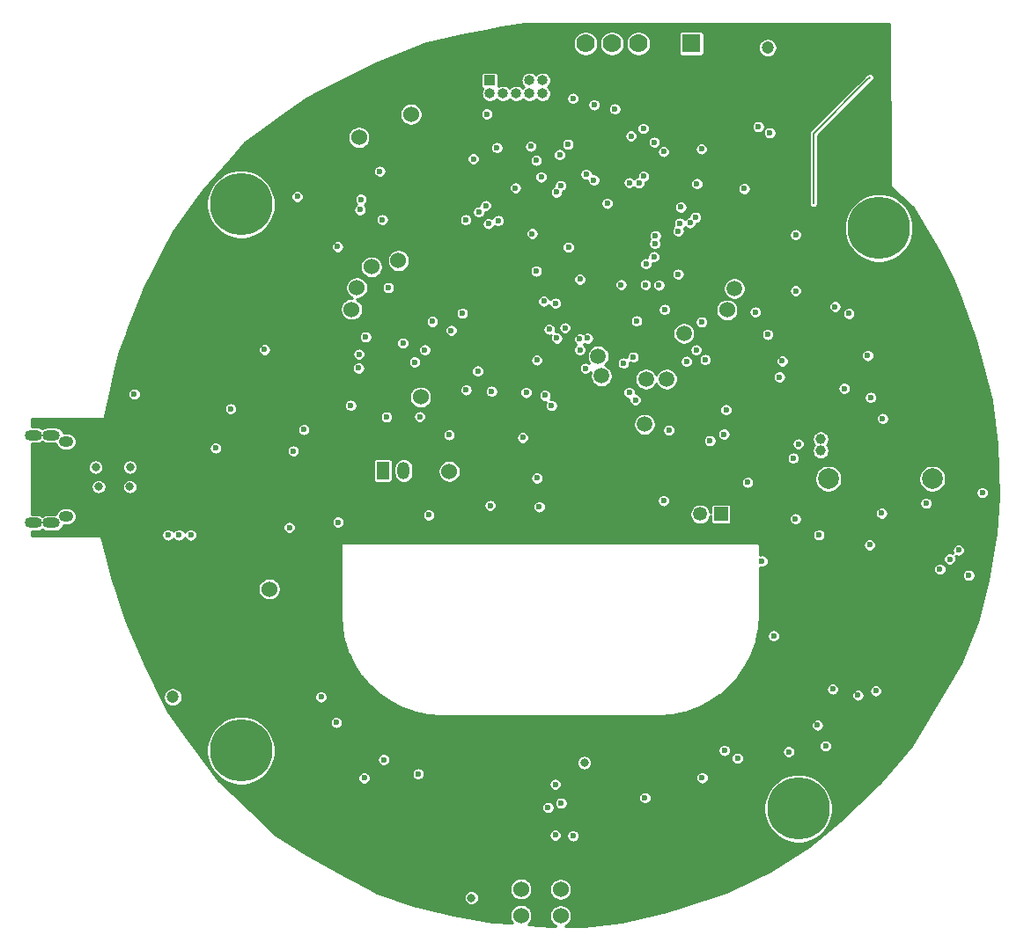
<source format=gbr>
G04 #@! TF.GenerationSoftware,KiCad,Pcbnew,(5.1.2)-2*
G04 #@! TF.CreationDate,2019-10-03T15:28:12-06:00*
G04 #@! TF.ProjectId,MagSensor,4d616753-656e-4736-9f72-2e6b69636164,rev?*
G04 #@! TF.SameCoordinates,Original*
G04 #@! TF.FileFunction,Copper,L2,Inr*
G04 #@! TF.FilePolarity,Positive*
%FSLAX46Y46*%
G04 Gerber Fmt 4.6, Leading zero omitted, Abs format (unit mm)*
G04 Created by KiCad (PCBNEW (5.1.2)-2) date 2019-10-03 15:28:12*
%MOMM*%
%LPD*%
G04 APERTURE LIST*
%ADD10C,2.000000*%
%ADD11R,1.350000X1.350000*%
%ADD12C,1.350000*%
%ADD13R,1.000000X1.000000*%
%ADD14O,1.000000X1.000000*%
%ADD15C,1.524000*%
%ADD16C,6.000000*%
%ADD17O,1.700000X1.000000*%
%ADD18O,1.400000X1.000000*%
%ADD19R,1.200000X1.700000*%
%ADD20O,1.200000X1.700000*%
%ADD21C,1.200000*%
%ADD22C,1.500000*%
%ADD23R,1.778000X1.778000*%
%ADD24C,1.778000*%
%ADD25C,0.600000*%
%ADD26C,0.800000*%
%ADD27C,1.000000*%
%ADD28C,0.200000*%
%ADD29C,0.254000*%
G04 APERTURE END LIST*
D10*
X153750000Y-127000000D03*
X163750000Y-127000000D03*
D11*
X143423088Y-130405684D03*
D12*
X141423088Y-130405684D03*
D13*
X121198088Y-88652284D03*
D14*
X121198088Y-89922284D03*
X122468088Y-88652284D03*
X122468088Y-89922284D03*
X123738088Y-88652284D03*
X123738088Y-89922284D03*
X125008088Y-88652284D03*
X125008088Y-89922284D03*
X126278088Y-88652284D03*
X126278088Y-89922284D03*
D15*
X114550088Y-119143684D03*
D16*
X97282000Y-153162000D03*
X150876000Y-158750000D03*
X158623000Y-102870000D03*
X97282000Y-100584000D03*
D17*
X77306248Y-122797764D03*
X77306248Y-131247764D03*
X79056248Y-122797764D03*
X79056248Y-131247764D03*
D18*
X80456248Y-130622764D03*
X80456248Y-123422764D03*
D19*
X110923088Y-126205684D03*
D20*
X112923088Y-126205684D03*
D15*
X117313088Y-126275684D03*
X107923088Y-110685684D03*
X112423088Y-106005684D03*
X108423088Y-108605684D03*
X109823088Y-106605684D03*
X113623088Y-91905684D03*
X108623088Y-94155684D03*
X160103088Y-108715684D03*
X89018088Y-112997284D03*
X100004088Y-137604084D03*
D21*
X90723088Y-148005684D03*
X147923088Y-85505684D03*
D22*
X131923088Y-117105684D03*
X131633088Y-115185684D03*
X144723088Y-108705684D03*
X139873088Y-113005684D03*
X138223088Y-117405684D03*
X136223088Y-117405684D03*
X136073088Y-121755684D03*
D23*
X140585088Y-85107684D03*
D24*
X138045088Y-85107684D03*
X135505088Y-85107684D03*
X132965088Y-85107684D03*
X130425088Y-85107684D03*
D15*
X124202088Y-169024684D03*
X124202088Y-166484684D03*
X124202088Y-163944684D03*
X128012088Y-163974684D03*
X128012088Y-166514684D03*
X128012088Y-169054684D03*
X144014088Y-110761684D03*
D25*
X109263088Y-113345684D03*
X128723088Y-94805684D03*
X141123088Y-98605684D03*
X139323088Y-107305684D03*
X119623089Y-96205685D03*
X125673088Y-107005684D03*
X138426088Y-122318684D03*
X108723088Y-101105684D03*
X108823088Y-100105684D03*
X145023088Y-153905684D03*
X132503088Y-100485684D03*
X115683088Y-111855684D03*
X112848288Y-113936684D03*
X124373088Y-123035684D03*
X114323088Y-155405684D03*
X134993088Y-115285684D03*
X157542088Y-115140684D03*
X140460575Y-102366338D03*
X150592686Y-130853084D03*
X103323288Y-122267884D03*
D26*
X130298088Y-154322684D03*
D25*
X107403088Y-112565684D03*
X127253088Y-129585684D03*
X138023088Y-121105684D03*
X139323088Y-97505684D03*
X116218244Y-117993673D03*
X116123088Y-154305684D03*
X103932888Y-135856884D03*
X100723082Y-133905684D03*
X136643088Y-153555684D03*
X98323088Y-135405684D03*
X152223088Y-143905684D03*
X134235088Y-95648684D03*
X124608488Y-110025084D03*
X123323088Y-104605684D03*
X85187688Y-129608484D03*
X140623088Y-154105684D03*
X108623088Y-102105684D03*
X114623088Y-100305684D03*
X114223088Y-99405684D03*
X145323088Y-102905684D03*
X109423088Y-150205684D03*
X108823088Y-151005684D03*
X144073088Y-151255684D03*
X99081488Y-128186084D03*
X157349088Y-91711684D03*
X157349088Y-89933684D03*
X157349088Y-90797284D03*
X128423088Y-105805684D03*
X119123088Y-106705684D03*
X92073088Y-140705684D03*
X132553088Y-122335684D03*
X103247088Y-128490884D03*
X168398088Y-134510684D03*
X156186141Y-152393737D03*
X159140634Y-149439245D03*
X164319075Y-138951671D03*
X134705568Y-126413164D03*
X134105408Y-125473364D03*
X133620608Y-124508164D03*
X133089688Y-123447284D03*
X134393088Y-105072284D03*
X131043088Y-105072284D03*
X131943088Y-105072284D03*
X133523046Y-105076285D03*
X132741258Y-105076286D03*
X84168088Y-121747284D03*
X111543088Y-111885684D03*
X90973088Y-145125684D03*
X127033088Y-123955684D03*
X123473088Y-119345684D03*
X119376088Y-123563284D03*
X121683078Y-127025684D03*
X125543088Y-125805663D03*
X144014088Y-97807684D03*
X141313088Y-102605684D03*
X133623088Y-115005684D03*
X134543151Y-111775093D03*
X139450088Y-151155684D03*
X117852088Y-150639684D03*
X115150088Y-150131684D03*
X112010088Y-150766684D03*
X155698088Y-133113684D03*
X154682088Y-131589684D03*
X150491096Y-132224684D03*
X157755488Y-114190684D03*
X157679288Y-118127684D03*
X158466688Y-124706284D03*
X167001088Y-124553884D03*
X156968088Y-130776884D03*
X169353067Y-131782663D03*
X163546688Y-131107084D03*
X84222488Y-126763684D03*
X143923089Y-126105685D03*
X142236092Y-105935684D03*
X142321098Y-108348684D03*
X101494488Y-119880284D03*
X162962488Y-120362884D03*
X110917888Y-115282884D03*
X97201888Y-120870884D03*
X89048488Y-127855884D03*
X103178555Y-125027531D03*
X107565088Y-98823684D03*
D26*
X133536588Y-165689184D03*
X119249088Y-168991184D03*
X124066588Y-154648684D03*
D25*
X132584088Y-161498184D03*
X151507088Y-127144684D03*
X92452088Y-132405684D03*
X153493088Y-152715684D03*
X106618088Y-131172284D03*
X101933088Y-131695684D03*
X91309088Y-132405708D03*
X90263064Y-132405708D03*
X166283088Y-133865684D03*
X165433088Y-134725684D03*
X164483088Y-135705684D03*
X114473888Y-121023284D03*
X111273488Y-121048684D03*
X129205888Y-90390884D03*
D26*
X83587488Y-127754284D03*
D25*
X134613899Y-118692673D03*
X136175890Y-108326289D03*
X126518088Y-118972284D03*
X117293088Y-122775684D03*
X135203088Y-119405684D03*
X102307288Y-124325284D03*
X137465242Y-108363540D03*
D26*
X83308088Y-125879785D03*
D25*
X121248088Y-129580684D03*
X129873088Y-114595684D03*
X130605806Y-113468875D03*
X117493088Y-112722284D03*
X114963088Y-114595684D03*
X129873098Y-107797284D03*
X126923088Y-112605682D03*
X108581088Y-116349684D03*
X99538688Y-114571684D03*
X137923088Y-129105684D03*
X128440271Y-112473567D03*
X111453088Y-108605684D03*
X125963088Y-129695684D03*
X125743088Y-126925684D03*
X127523088Y-110105684D03*
X143723088Y-122705684D03*
X143923088Y-120355694D03*
X127133268Y-119955694D03*
X115343088Y-130485684D03*
X113984949Y-115765694D03*
X120053088Y-116635684D03*
X139470027Y-102412444D03*
X141923121Y-115534943D03*
X149333088Y-115665684D03*
X147383088Y-134925684D03*
X140983477Y-101828666D03*
X167255088Y-136288686D03*
X154183088Y-147235684D03*
X148503100Y-142115684D03*
X139569088Y-100855684D03*
X126403078Y-109897284D03*
X125731983Y-115574621D03*
X155291688Y-118305484D03*
X157831688Y-119169084D03*
X168575888Y-128338484D03*
X141575688Y-111904684D03*
X139323088Y-103158116D03*
X136994569Y-105631001D03*
X128773078Y-104705684D03*
X143773088Y-153155684D03*
X125144688Y-94997284D03*
X125273091Y-103405677D03*
X137023088Y-94605684D03*
X137123088Y-103605684D03*
D26*
X86610088Y-125874684D03*
D25*
X137082558Y-104354600D03*
X137923088Y-95505680D03*
D26*
X86584688Y-127754284D03*
D25*
X125673088Y-96355684D03*
X126143088Y-97947284D03*
X87018091Y-118847281D03*
X158323094Y-147405684D03*
X150623088Y-103505684D03*
X120148985Y-101317812D03*
X155737514Y-111094606D03*
X141623088Y-155775684D03*
X111014241Y-154034060D03*
X158884101Y-130319684D03*
X104974288Y-147994107D03*
X102688288Y-99839684D03*
X94839688Y-124045884D03*
X145665088Y-99077684D03*
X156603088Y-147835684D03*
X149953087Y-153275685D03*
X136123088Y-157705684D03*
X120823088Y-100705686D03*
X157730088Y-133367684D03*
X106447487Y-150461885D03*
X154402688Y-110431484D03*
X96287488Y-120261284D03*
X127504378Y-156418474D03*
X127504378Y-161307394D03*
X121073088Y-102455684D03*
X120925488Y-91889484D03*
X121883088Y-95125684D03*
X122023088Y-102155674D03*
D27*
X153023088Y-124305684D03*
X153023088Y-123181446D03*
D25*
X121373088Y-118585684D03*
X123673088Y-99015684D03*
X118923088Y-118445684D03*
X118893989Y-102076585D03*
X127615711Y-99417303D03*
X124703088Y-118695684D03*
X150878389Y-123645673D03*
X133223088Y-91405684D03*
X148123088Y-93705684D03*
X131213088Y-98255684D03*
X131242374Y-91005841D03*
X150623088Y-108905684D03*
X142363088Y-123334684D03*
X147023088Y-93105684D03*
X130471473Y-97691352D03*
X146744588Y-110952183D03*
X134623088Y-98505688D03*
X110623088Y-97405684D03*
X110873088Y-102055684D03*
X134788027Y-94003643D03*
X135551268Y-98525086D03*
X109123088Y-155805684D03*
X135963088Y-93285684D03*
X152713088Y-150715684D03*
X141567302Y-95257428D03*
X135998088Y-97880684D03*
X158974688Y-121201084D03*
X163165688Y-129354484D03*
X108633088Y-115015684D03*
X127648514Y-113472092D03*
X129857498Y-113548466D03*
X135323088Y-111805684D03*
X136223088Y-106305684D03*
X141059309Y-114595895D03*
X134060395Y-115870545D03*
X133830806Y-108326289D03*
X107819088Y-119931084D03*
X118563288Y-111066484D03*
X130410116Y-116364656D03*
X145995288Y-127347882D03*
X150389488Y-125011084D03*
X152853288Y-132402484D03*
X147933098Y-113105684D03*
X128054388Y-158215684D03*
X129218588Y-161371184D03*
X149053110Y-117202412D03*
X140123088Y-115705684D03*
D26*
X119439588Y-167340184D03*
D25*
X126805588Y-158640684D03*
X138016408Y-110707907D03*
X127923088Y-95805684D03*
X128023088Y-98775694D03*
X106563568Y-104665684D03*
D28*
X157443227Y-88650123D02*
X157743226Y-88350124D01*
X152330404Y-93762946D02*
X157443227Y-88650123D01*
X152330404Y-100506655D02*
X152330404Y-93762946D01*
D29*
G36*
X159696089Y-97856114D02*
G01*
X159696130Y-97858939D01*
X159721130Y-98833939D01*
X159724204Y-98858645D01*
X159732040Y-98882276D01*
X159744335Y-98903925D01*
X159762659Y-98924656D01*
X161948166Y-100911480D01*
X164336518Y-105016462D01*
X165731955Y-107757498D01*
X166279227Y-109175429D01*
X167926745Y-113668660D01*
X169423264Y-119405317D01*
X169996257Y-123640480D01*
X170096001Y-128702491D01*
X169846856Y-132265261D01*
X169073649Y-136680023D01*
X168101858Y-140766531D01*
X166458916Y-144749420D01*
X163888810Y-149190961D01*
X161745103Y-152730571D01*
X158755838Y-156168226D01*
X154888385Y-159910923D01*
X151898175Y-162377846D01*
X148161047Y-164769608D01*
X143925756Y-166812513D01*
X138214601Y-168658039D01*
X133876751Y-169630316D01*
X130265669Y-170053684D01*
X128445982Y-170053684D01*
X128527923Y-170019743D01*
X128706285Y-169900565D01*
X128857969Y-169748881D01*
X128977147Y-169570519D01*
X129059238Y-169372334D01*
X129101088Y-169161941D01*
X129101088Y-168947427D01*
X129059238Y-168737034D01*
X128977147Y-168538849D01*
X128857969Y-168360487D01*
X128706285Y-168208803D01*
X128527923Y-168089625D01*
X128329738Y-168007534D01*
X128119345Y-167965684D01*
X127904831Y-167965684D01*
X127694438Y-168007534D01*
X127496253Y-168089625D01*
X127317891Y-168208803D01*
X127166207Y-168360487D01*
X127047029Y-168538849D01*
X126964938Y-168737034D01*
X126923088Y-168947427D01*
X126923088Y-169161941D01*
X126964938Y-169372334D01*
X127047029Y-169570519D01*
X127166207Y-169748881D01*
X127317891Y-169900565D01*
X127496253Y-170019743D01*
X127578194Y-170053684D01*
X127102855Y-170053684D01*
X124873232Y-169885969D01*
X124896285Y-169870565D01*
X125047969Y-169718881D01*
X125167147Y-169540519D01*
X125249238Y-169342334D01*
X125291088Y-169131941D01*
X125291088Y-168917427D01*
X125249238Y-168707034D01*
X125167147Y-168508849D01*
X125047969Y-168330487D01*
X124896285Y-168178803D01*
X124717923Y-168059625D01*
X124519738Y-167977534D01*
X124309345Y-167935684D01*
X124094831Y-167935684D01*
X123884438Y-167977534D01*
X123686253Y-168059625D01*
X123507891Y-168178803D01*
X123356207Y-168330487D01*
X123237029Y-168508849D01*
X123154938Y-168707034D01*
X123113088Y-168917427D01*
X123113088Y-169131941D01*
X123154938Y-169342334D01*
X123237029Y-169540519D01*
X123356207Y-169718881D01*
X123413491Y-169776165D01*
X121464558Y-169629564D01*
X117723625Y-168931257D01*
X113833482Y-168058468D01*
X111621799Y-167268581D01*
X118712588Y-167268581D01*
X118712588Y-167411787D01*
X118740526Y-167552242D01*
X118795329Y-167684548D01*
X118874890Y-167803620D01*
X118976152Y-167904882D01*
X119095224Y-167984443D01*
X119227530Y-168039246D01*
X119367985Y-168067184D01*
X119511191Y-168067184D01*
X119651646Y-168039246D01*
X119783952Y-167984443D01*
X119903024Y-167904882D01*
X120004286Y-167803620D01*
X120083847Y-167684548D01*
X120138650Y-167552242D01*
X120166588Y-167411787D01*
X120166588Y-167268581D01*
X120138650Y-167128126D01*
X120083847Y-166995820D01*
X120004286Y-166876748D01*
X119903024Y-166775486D01*
X119783952Y-166695925D01*
X119651646Y-166641122D01*
X119511191Y-166613184D01*
X119367985Y-166613184D01*
X119227530Y-166641122D01*
X119095224Y-166695925D01*
X118976152Y-166775486D01*
X118874890Y-166876748D01*
X118795329Y-166995820D01*
X118740526Y-167128126D01*
X118712588Y-167268581D01*
X111621799Y-167268581D01*
X110349635Y-166814237D01*
X109531484Y-166377427D01*
X123113088Y-166377427D01*
X123113088Y-166591941D01*
X123154938Y-166802334D01*
X123237029Y-167000519D01*
X123356207Y-167178881D01*
X123507891Y-167330565D01*
X123686253Y-167449743D01*
X123884438Y-167531834D01*
X124094831Y-167573684D01*
X124309345Y-167573684D01*
X124519738Y-167531834D01*
X124717923Y-167449743D01*
X124896285Y-167330565D01*
X125047969Y-167178881D01*
X125167147Y-167000519D01*
X125249238Y-166802334D01*
X125291088Y-166591941D01*
X125291088Y-166407427D01*
X126923088Y-166407427D01*
X126923088Y-166621941D01*
X126964938Y-166832334D01*
X127047029Y-167030519D01*
X127166207Y-167208881D01*
X127317891Y-167360565D01*
X127496253Y-167479743D01*
X127694438Y-167561834D01*
X127904831Y-167603684D01*
X128119345Y-167603684D01*
X128329738Y-167561834D01*
X128527923Y-167479743D01*
X128706285Y-167360565D01*
X128857969Y-167208881D01*
X128977147Y-167030519D01*
X129059238Y-166832334D01*
X129101088Y-166621941D01*
X129101088Y-166407427D01*
X129059238Y-166197034D01*
X128977147Y-165998849D01*
X128857969Y-165820487D01*
X128706285Y-165668803D01*
X128527923Y-165549625D01*
X128329738Y-165467534D01*
X128119345Y-165425684D01*
X127904831Y-165425684D01*
X127694438Y-165467534D01*
X127496253Y-165549625D01*
X127317891Y-165668803D01*
X127166207Y-165820487D01*
X127047029Y-165998849D01*
X126964938Y-166197034D01*
X126923088Y-166407427D01*
X125291088Y-166407427D01*
X125291088Y-166377427D01*
X125249238Y-166167034D01*
X125167147Y-165968849D01*
X125047969Y-165790487D01*
X124896285Y-165638803D01*
X124717923Y-165519625D01*
X124519738Y-165437534D01*
X124309345Y-165395684D01*
X124094831Y-165395684D01*
X123884438Y-165437534D01*
X123686253Y-165519625D01*
X123507891Y-165638803D01*
X123356207Y-165790487D01*
X123237029Y-165968849D01*
X123154938Y-166167034D01*
X123113088Y-166377427D01*
X109531484Y-166377427D01*
X107408993Y-165244233D01*
X103612970Y-163121457D01*
X100651270Y-161254840D01*
X100641525Y-161245640D01*
X126877378Y-161245640D01*
X126877378Y-161369148D01*
X126901473Y-161490283D01*
X126948738Y-161604390D01*
X127017355Y-161707083D01*
X127104689Y-161794417D01*
X127207382Y-161863034D01*
X127321489Y-161910299D01*
X127442624Y-161934394D01*
X127566132Y-161934394D01*
X127687267Y-161910299D01*
X127801374Y-161863034D01*
X127904067Y-161794417D01*
X127991401Y-161707083D01*
X128060018Y-161604390D01*
X128107283Y-161490283D01*
X128131378Y-161369148D01*
X128131378Y-161309430D01*
X128591588Y-161309430D01*
X128591588Y-161432938D01*
X128615683Y-161554073D01*
X128662948Y-161668180D01*
X128731565Y-161770873D01*
X128818899Y-161858207D01*
X128921592Y-161926824D01*
X129035699Y-161974089D01*
X129156834Y-161998184D01*
X129280342Y-161998184D01*
X129401477Y-161974089D01*
X129515584Y-161926824D01*
X129618277Y-161858207D01*
X129705611Y-161770873D01*
X129774228Y-161668180D01*
X129821493Y-161554073D01*
X129845588Y-161432938D01*
X129845588Y-161309430D01*
X129821493Y-161188295D01*
X129774228Y-161074188D01*
X129705611Y-160971495D01*
X129618277Y-160884161D01*
X129515584Y-160815544D01*
X129401477Y-160768279D01*
X129280342Y-160744184D01*
X129156834Y-160744184D01*
X129035699Y-160768279D01*
X128921592Y-160815544D01*
X128818899Y-160884161D01*
X128731565Y-160971495D01*
X128662948Y-161074188D01*
X128615683Y-161188295D01*
X128591588Y-161309430D01*
X128131378Y-161309430D01*
X128131378Y-161245640D01*
X128107283Y-161124505D01*
X128060018Y-161010398D01*
X127991401Y-160907705D01*
X127904067Y-160820371D01*
X127801374Y-160751754D01*
X127687267Y-160704489D01*
X127566132Y-160680394D01*
X127442624Y-160680394D01*
X127321489Y-160704489D01*
X127207382Y-160751754D01*
X127104689Y-160820371D01*
X127017355Y-160907705D01*
X126948738Y-161010398D01*
X126901473Y-161124505D01*
X126877378Y-161245640D01*
X100641525Y-161245640D01*
X97816620Y-158578930D01*
X126178588Y-158578930D01*
X126178588Y-158702438D01*
X126202683Y-158823573D01*
X126249948Y-158937680D01*
X126318565Y-159040373D01*
X126405899Y-159127707D01*
X126508592Y-159196324D01*
X126622699Y-159243589D01*
X126743834Y-159267684D01*
X126867342Y-159267684D01*
X126988477Y-159243589D01*
X127102584Y-159196324D01*
X127205277Y-159127707D01*
X127292611Y-159040373D01*
X127361228Y-158937680D01*
X127408493Y-158823573D01*
X127432588Y-158702438D01*
X127432588Y-158578930D01*
X127408493Y-158457795D01*
X127361228Y-158343688D01*
X127292611Y-158240995D01*
X127205546Y-158153930D01*
X127427388Y-158153930D01*
X127427388Y-158277438D01*
X127451483Y-158398573D01*
X127498748Y-158512680D01*
X127567365Y-158615373D01*
X127654699Y-158702707D01*
X127757392Y-158771324D01*
X127871499Y-158818589D01*
X127992634Y-158842684D01*
X128116142Y-158842684D01*
X128237277Y-158818589D01*
X128351384Y-158771324D01*
X128454077Y-158702707D01*
X128541411Y-158615373D01*
X128610028Y-158512680D01*
X128647457Y-158422319D01*
X147549000Y-158422319D01*
X147549000Y-159077681D01*
X147676855Y-159720450D01*
X147927651Y-160325925D01*
X148291750Y-160870839D01*
X148755161Y-161334250D01*
X149300075Y-161698349D01*
X149905550Y-161949145D01*
X150548319Y-162077000D01*
X151203681Y-162077000D01*
X151846450Y-161949145D01*
X152451925Y-161698349D01*
X152996839Y-161334250D01*
X153460250Y-160870839D01*
X153824349Y-160325925D01*
X154075145Y-159720450D01*
X154203000Y-159077681D01*
X154203000Y-158422319D01*
X154075145Y-157779550D01*
X153824349Y-157174075D01*
X153460250Y-156629161D01*
X152996839Y-156165750D01*
X152451925Y-155801651D01*
X151846450Y-155550855D01*
X151203681Y-155423000D01*
X150548319Y-155423000D01*
X149905550Y-155550855D01*
X149300075Y-155801651D01*
X148755161Y-156165750D01*
X148291750Y-156629161D01*
X147927651Y-157174075D01*
X147676855Y-157779550D01*
X147549000Y-158422319D01*
X128647457Y-158422319D01*
X128657293Y-158398573D01*
X128681388Y-158277438D01*
X128681388Y-158153930D01*
X128657293Y-158032795D01*
X128610028Y-157918688D01*
X128541411Y-157815995D01*
X128454077Y-157728661D01*
X128351384Y-157660044D01*
X128312482Y-157643930D01*
X135496088Y-157643930D01*
X135496088Y-157767438D01*
X135520183Y-157888573D01*
X135567448Y-158002680D01*
X135636065Y-158105373D01*
X135723399Y-158192707D01*
X135826092Y-158261324D01*
X135940199Y-158308589D01*
X136061334Y-158332684D01*
X136184842Y-158332684D01*
X136305977Y-158308589D01*
X136420084Y-158261324D01*
X136522777Y-158192707D01*
X136610111Y-158105373D01*
X136678728Y-158002680D01*
X136725993Y-157888573D01*
X136750088Y-157767438D01*
X136750088Y-157643930D01*
X136725993Y-157522795D01*
X136678728Y-157408688D01*
X136610111Y-157305995D01*
X136522777Y-157218661D01*
X136420084Y-157150044D01*
X136305977Y-157102779D01*
X136184842Y-157078684D01*
X136061334Y-157078684D01*
X135940199Y-157102779D01*
X135826092Y-157150044D01*
X135723399Y-157218661D01*
X135636065Y-157305995D01*
X135567448Y-157408688D01*
X135520183Y-157522795D01*
X135496088Y-157643930D01*
X128312482Y-157643930D01*
X128237277Y-157612779D01*
X128116142Y-157588684D01*
X127992634Y-157588684D01*
X127871499Y-157612779D01*
X127757392Y-157660044D01*
X127654699Y-157728661D01*
X127567365Y-157815995D01*
X127498748Y-157918688D01*
X127451483Y-158032795D01*
X127427388Y-158153930D01*
X127205546Y-158153930D01*
X127205277Y-158153661D01*
X127102584Y-158085044D01*
X126988477Y-158037779D01*
X126867342Y-158013684D01*
X126743834Y-158013684D01*
X126622699Y-158037779D01*
X126508592Y-158085044D01*
X126405899Y-158153661D01*
X126318565Y-158240995D01*
X126249948Y-158343688D01*
X126202683Y-158457795D01*
X126178588Y-158578930D01*
X97816620Y-158578930D01*
X97535450Y-158313506D01*
X95118117Y-156020778D01*
X92712855Y-152834319D01*
X93955000Y-152834319D01*
X93955000Y-153489681D01*
X94082855Y-154132450D01*
X94333651Y-154737925D01*
X94697750Y-155282839D01*
X95161161Y-155746250D01*
X95706075Y-156110349D01*
X96311550Y-156361145D01*
X96954319Y-156489000D01*
X97609681Y-156489000D01*
X98252450Y-156361145D01*
X98857925Y-156110349D01*
X99402839Y-155746250D01*
X99405159Y-155743930D01*
X108496088Y-155743930D01*
X108496088Y-155867438D01*
X108520183Y-155988573D01*
X108567448Y-156102680D01*
X108636065Y-156205373D01*
X108723399Y-156292707D01*
X108826092Y-156361324D01*
X108940199Y-156408589D01*
X109061334Y-156432684D01*
X109184842Y-156432684D01*
X109305977Y-156408589D01*
X109420084Y-156361324D01*
X109426974Y-156356720D01*
X126877378Y-156356720D01*
X126877378Y-156480228D01*
X126901473Y-156601363D01*
X126948738Y-156715470D01*
X127017355Y-156818163D01*
X127104689Y-156905497D01*
X127207382Y-156974114D01*
X127321489Y-157021379D01*
X127442624Y-157045474D01*
X127566132Y-157045474D01*
X127687267Y-157021379D01*
X127801374Y-156974114D01*
X127904067Y-156905497D01*
X127991401Y-156818163D01*
X128060018Y-156715470D01*
X128107283Y-156601363D01*
X128131378Y-156480228D01*
X128131378Y-156356720D01*
X128107283Y-156235585D01*
X128060018Y-156121478D01*
X127991401Y-156018785D01*
X127904067Y-155931451D01*
X127801374Y-155862834D01*
X127687267Y-155815569D01*
X127566132Y-155791474D01*
X127442624Y-155791474D01*
X127321489Y-155815569D01*
X127207382Y-155862834D01*
X127104689Y-155931451D01*
X127017355Y-156018785D01*
X126948738Y-156121478D01*
X126901473Y-156235585D01*
X126877378Y-156356720D01*
X109426974Y-156356720D01*
X109522777Y-156292707D01*
X109610111Y-156205373D01*
X109678728Y-156102680D01*
X109725993Y-155988573D01*
X109750088Y-155867438D01*
X109750088Y-155743930D01*
X109725993Y-155622795D01*
X109678728Y-155508688D01*
X109610111Y-155405995D01*
X109548046Y-155343930D01*
X113696088Y-155343930D01*
X113696088Y-155467438D01*
X113720183Y-155588573D01*
X113767448Y-155702680D01*
X113836065Y-155805373D01*
X113923399Y-155892707D01*
X114026092Y-155961324D01*
X114140199Y-156008589D01*
X114261334Y-156032684D01*
X114384842Y-156032684D01*
X114505977Y-156008589D01*
X114620084Y-155961324D01*
X114722777Y-155892707D01*
X114810111Y-155805373D01*
X114871211Y-155713930D01*
X140996088Y-155713930D01*
X140996088Y-155837438D01*
X141020183Y-155958573D01*
X141067448Y-156072680D01*
X141136065Y-156175373D01*
X141223399Y-156262707D01*
X141326092Y-156331324D01*
X141440199Y-156378589D01*
X141561334Y-156402684D01*
X141684842Y-156402684D01*
X141805977Y-156378589D01*
X141920084Y-156331324D01*
X142022777Y-156262707D01*
X142110111Y-156175373D01*
X142178728Y-156072680D01*
X142225993Y-155958573D01*
X142250088Y-155837438D01*
X142250088Y-155713930D01*
X142225993Y-155592795D01*
X142178728Y-155478688D01*
X142110111Y-155375995D01*
X142022777Y-155288661D01*
X141920084Y-155220044D01*
X141805977Y-155172779D01*
X141684842Y-155148684D01*
X141561334Y-155148684D01*
X141440199Y-155172779D01*
X141326092Y-155220044D01*
X141223399Y-155288661D01*
X141136065Y-155375995D01*
X141067448Y-155478688D01*
X141020183Y-155592795D01*
X140996088Y-155713930D01*
X114871211Y-155713930D01*
X114878728Y-155702680D01*
X114925993Y-155588573D01*
X114950088Y-155467438D01*
X114950088Y-155343930D01*
X114925993Y-155222795D01*
X114878728Y-155108688D01*
X114810111Y-155005995D01*
X114722777Y-154918661D01*
X114620084Y-154850044D01*
X114505977Y-154802779D01*
X114384842Y-154778684D01*
X114261334Y-154778684D01*
X114140199Y-154802779D01*
X114026092Y-154850044D01*
X113923399Y-154918661D01*
X113836065Y-155005995D01*
X113767448Y-155108688D01*
X113720183Y-155222795D01*
X113696088Y-155343930D01*
X109548046Y-155343930D01*
X109522777Y-155318661D01*
X109420084Y-155250044D01*
X109305977Y-155202779D01*
X109184842Y-155178684D01*
X109061334Y-155178684D01*
X108940199Y-155202779D01*
X108826092Y-155250044D01*
X108723399Y-155318661D01*
X108636065Y-155405995D01*
X108567448Y-155508688D01*
X108520183Y-155622795D01*
X108496088Y-155743930D01*
X99405159Y-155743930D01*
X99866250Y-155282839D01*
X100230349Y-154737925D01*
X100481145Y-154132450D01*
X100512999Y-153972306D01*
X110387241Y-153972306D01*
X110387241Y-154095814D01*
X110411336Y-154216949D01*
X110458601Y-154331056D01*
X110527218Y-154433749D01*
X110614552Y-154521083D01*
X110717245Y-154589700D01*
X110831352Y-154636965D01*
X110952487Y-154661060D01*
X111075995Y-154661060D01*
X111197130Y-154636965D01*
X111311237Y-154589700D01*
X111413930Y-154521083D01*
X111501264Y-154433749D01*
X111569881Y-154331056D01*
X111603007Y-154251081D01*
X129571088Y-154251081D01*
X129571088Y-154394287D01*
X129599026Y-154534742D01*
X129653829Y-154667048D01*
X129733390Y-154786120D01*
X129834652Y-154887382D01*
X129953724Y-154966943D01*
X130086030Y-155021746D01*
X130226485Y-155049684D01*
X130369691Y-155049684D01*
X130510146Y-155021746D01*
X130642452Y-154966943D01*
X130761524Y-154887382D01*
X130862786Y-154786120D01*
X130942347Y-154667048D01*
X130997150Y-154534742D01*
X131025088Y-154394287D01*
X131025088Y-154251081D01*
X130997150Y-154110626D01*
X130942347Y-153978320D01*
X130862786Y-153859248D01*
X130847468Y-153843930D01*
X144396088Y-153843930D01*
X144396088Y-153967438D01*
X144420183Y-154088573D01*
X144467448Y-154202680D01*
X144536065Y-154305373D01*
X144623399Y-154392707D01*
X144726092Y-154461324D01*
X144840199Y-154508589D01*
X144961334Y-154532684D01*
X145084842Y-154532684D01*
X145205977Y-154508589D01*
X145320084Y-154461324D01*
X145422777Y-154392707D01*
X145510111Y-154305373D01*
X145578728Y-154202680D01*
X145625993Y-154088573D01*
X145650088Y-153967438D01*
X145650088Y-153843930D01*
X145625993Y-153722795D01*
X145578728Y-153608688D01*
X145510111Y-153505995D01*
X145422777Y-153418661D01*
X145320084Y-153350044D01*
X145205977Y-153302779D01*
X145084842Y-153278684D01*
X144961334Y-153278684D01*
X144840199Y-153302779D01*
X144726092Y-153350044D01*
X144623399Y-153418661D01*
X144536065Y-153505995D01*
X144467448Y-153608688D01*
X144420183Y-153722795D01*
X144396088Y-153843930D01*
X130847468Y-153843930D01*
X130761524Y-153757986D01*
X130642452Y-153678425D01*
X130510146Y-153623622D01*
X130369691Y-153595684D01*
X130226485Y-153595684D01*
X130086030Y-153623622D01*
X129953724Y-153678425D01*
X129834652Y-153757986D01*
X129733390Y-153859248D01*
X129653829Y-153978320D01*
X129599026Y-154110626D01*
X129571088Y-154251081D01*
X111603007Y-154251081D01*
X111617146Y-154216949D01*
X111641241Y-154095814D01*
X111641241Y-153972306D01*
X111617146Y-153851171D01*
X111569881Y-153737064D01*
X111501264Y-153634371D01*
X111413930Y-153547037D01*
X111311237Y-153478420D01*
X111197130Y-153431155D01*
X111075995Y-153407060D01*
X110952487Y-153407060D01*
X110831352Y-153431155D01*
X110717245Y-153478420D01*
X110614552Y-153547037D01*
X110527218Y-153634371D01*
X110458601Y-153737064D01*
X110411336Y-153851171D01*
X110387241Y-153972306D01*
X100512999Y-153972306D01*
X100609000Y-153489681D01*
X100609000Y-153093930D01*
X143146088Y-153093930D01*
X143146088Y-153217438D01*
X143170183Y-153338573D01*
X143217448Y-153452680D01*
X143286065Y-153555373D01*
X143373399Y-153642707D01*
X143476092Y-153711324D01*
X143590199Y-153758589D01*
X143711334Y-153782684D01*
X143834842Y-153782684D01*
X143955977Y-153758589D01*
X144070084Y-153711324D01*
X144172777Y-153642707D01*
X144260111Y-153555373D01*
X144328728Y-153452680D01*
X144375993Y-153338573D01*
X144400088Y-153217438D01*
X144400088Y-153213931D01*
X149326087Y-153213931D01*
X149326087Y-153337439D01*
X149350182Y-153458574D01*
X149397447Y-153572681D01*
X149466064Y-153675374D01*
X149553398Y-153762708D01*
X149656091Y-153831325D01*
X149770198Y-153878590D01*
X149891333Y-153902685D01*
X150014841Y-153902685D01*
X150135976Y-153878590D01*
X150250083Y-153831325D01*
X150352776Y-153762708D01*
X150440110Y-153675374D01*
X150508727Y-153572681D01*
X150555992Y-153458574D01*
X150580087Y-153337439D01*
X150580087Y-153213931D01*
X150555992Y-153092796D01*
X150508727Y-152978689D01*
X150440110Y-152875996D01*
X150352776Y-152788662D01*
X150250083Y-152720045D01*
X150135976Y-152672780D01*
X150041210Y-152653930D01*
X152866088Y-152653930D01*
X152866088Y-152777438D01*
X152890183Y-152898573D01*
X152937448Y-153012680D01*
X153006065Y-153115373D01*
X153093399Y-153202707D01*
X153196092Y-153271324D01*
X153310199Y-153318589D01*
X153431334Y-153342684D01*
X153554842Y-153342684D01*
X153675977Y-153318589D01*
X153790084Y-153271324D01*
X153892777Y-153202707D01*
X153980111Y-153115373D01*
X154048728Y-153012680D01*
X154095993Y-152898573D01*
X154120088Y-152777438D01*
X154120088Y-152653930D01*
X154095993Y-152532795D01*
X154048728Y-152418688D01*
X153980111Y-152315995D01*
X153892777Y-152228661D01*
X153790084Y-152160044D01*
X153675977Y-152112779D01*
X153554842Y-152088684D01*
X153431334Y-152088684D01*
X153310199Y-152112779D01*
X153196092Y-152160044D01*
X153093399Y-152228661D01*
X153006065Y-152315995D01*
X152937448Y-152418688D01*
X152890183Y-152532795D01*
X152866088Y-152653930D01*
X150041210Y-152653930D01*
X150014841Y-152648685D01*
X149891333Y-152648685D01*
X149770198Y-152672780D01*
X149656091Y-152720045D01*
X149553398Y-152788662D01*
X149466064Y-152875996D01*
X149397447Y-152978689D01*
X149350182Y-153092796D01*
X149326087Y-153213931D01*
X144400088Y-153213931D01*
X144400088Y-153093930D01*
X144375993Y-152972795D01*
X144328728Y-152858688D01*
X144260111Y-152755995D01*
X144172777Y-152668661D01*
X144070084Y-152600044D01*
X143955977Y-152552779D01*
X143834842Y-152528684D01*
X143711334Y-152528684D01*
X143590199Y-152552779D01*
X143476092Y-152600044D01*
X143373399Y-152668661D01*
X143286065Y-152755995D01*
X143217448Y-152858688D01*
X143170183Y-152972795D01*
X143146088Y-153093930D01*
X100609000Y-153093930D01*
X100609000Y-152834319D01*
X100481145Y-152191550D01*
X100230349Y-151586075D01*
X99866250Y-151041161D01*
X99402839Y-150577750D01*
X99137013Y-150400131D01*
X105820487Y-150400131D01*
X105820487Y-150523639D01*
X105844582Y-150644774D01*
X105891847Y-150758881D01*
X105960464Y-150861574D01*
X106047798Y-150948908D01*
X106150491Y-151017525D01*
X106264598Y-151064790D01*
X106385733Y-151088885D01*
X106509241Y-151088885D01*
X106630376Y-151064790D01*
X106744483Y-151017525D01*
X106847176Y-150948908D01*
X106934510Y-150861574D01*
X107003127Y-150758881D01*
X107046599Y-150653930D01*
X152086088Y-150653930D01*
X152086088Y-150777438D01*
X152110183Y-150898573D01*
X152157448Y-151012680D01*
X152226065Y-151115373D01*
X152313399Y-151202707D01*
X152416092Y-151271324D01*
X152530199Y-151318589D01*
X152651334Y-151342684D01*
X152774842Y-151342684D01*
X152895977Y-151318589D01*
X153010084Y-151271324D01*
X153112777Y-151202707D01*
X153200111Y-151115373D01*
X153268728Y-151012680D01*
X153315993Y-150898573D01*
X153340088Y-150777438D01*
X153340088Y-150653930D01*
X153315993Y-150532795D01*
X153268728Y-150418688D01*
X153200111Y-150315995D01*
X153112777Y-150228661D01*
X153010084Y-150160044D01*
X152895977Y-150112779D01*
X152774842Y-150088684D01*
X152651334Y-150088684D01*
X152530199Y-150112779D01*
X152416092Y-150160044D01*
X152313399Y-150228661D01*
X152226065Y-150315995D01*
X152157448Y-150418688D01*
X152110183Y-150532795D01*
X152086088Y-150653930D01*
X107046599Y-150653930D01*
X107050392Y-150644774D01*
X107074487Y-150523639D01*
X107074487Y-150400131D01*
X107050392Y-150278996D01*
X107003127Y-150164889D01*
X106934510Y-150062196D01*
X106847176Y-149974862D01*
X106744483Y-149906245D01*
X106630376Y-149858980D01*
X106509241Y-149834885D01*
X106385733Y-149834885D01*
X106264598Y-149858980D01*
X106150491Y-149906245D01*
X106047798Y-149974862D01*
X105960464Y-150062196D01*
X105891847Y-150164889D01*
X105844582Y-150278996D01*
X105820487Y-150400131D01*
X99137013Y-150400131D01*
X98857925Y-150213651D01*
X98252450Y-149962855D01*
X97609681Y-149835000D01*
X96954319Y-149835000D01*
X96311550Y-149962855D01*
X95706075Y-150213651D01*
X95161161Y-150577750D01*
X94697750Y-151041161D01*
X94333651Y-151586075D01*
X94082855Y-152191550D01*
X93955000Y-152834319D01*
X92712855Y-152834319D01*
X92200891Y-152156076D01*
X90307793Y-149440975D01*
X89557149Y-147914383D01*
X89796088Y-147914383D01*
X89796088Y-148096985D01*
X89831712Y-148276080D01*
X89901592Y-148444783D01*
X90003040Y-148596612D01*
X90132160Y-148725732D01*
X90283989Y-148827180D01*
X90452692Y-148897060D01*
X90631787Y-148932684D01*
X90814389Y-148932684D01*
X90993484Y-148897060D01*
X91162187Y-148827180D01*
X91314016Y-148725732D01*
X91443136Y-148596612D01*
X91544584Y-148444783D01*
X91614464Y-148276080D01*
X91650088Y-148096985D01*
X91650088Y-147932353D01*
X104347288Y-147932353D01*
X104347288Y-148055861D01*
X104371383Y-148176996D01*
X104418648Y-148291103D01*
X104487265Y-148393796D01*
X104574599Y-148481130D01*
X104677292Y-148549747D01*
X104791399Y-148597012D01*
X104912534Y-148621107D01*
X105036042Y-148621107D01*
X105157177Y-148597012D01*
X105271284Y-148549747D01*
X105373977Y-148481130D01*
X105461311Y-148393796D01*
X105529928Y-148291103D01*
X105577193Y-148176996D01*
X105601288Y-148055861D01*
X105601288Y-147932353D01*
X105577193Y-147811218D01*
X105529928Y-147697111D01*
X105461311Y-147594418D01*
X105373977Y-147507084D01*
X105271284Y-147438467D01*
X105157177Y-147391202D01*
X105036042Y-147367107D01*
X104912534Y-147367107D01*
X104791399Y-147391202D01*
X104677292Y-147438467D01*
X104574599Y-147507084D01*
X104487265Y-147594418D01*
X104418648Y-147697111D01*
X104371383Y-147811218D01*
X104347288Y-147932353D01*
X91650088Y-147932353D01*
X91650088Y-147914383D01*
X91614464Y-147735288D01*
X91544584Y-147566585D01*
X91443136Y-147414756D01*
X91314016Y-147285636D01*
X91162187Y-147184188D01*
X90993484Y-147114308D01*
X90814389Y-147078684D01*
X90631787Y-147078684D01*
X90452692Y-147114308D01*
X90283989Y-147184188D01*
X90132160Y-147285636D01*
X90003040Y-147414756D01*
X89901592Y-147566585D01*
X89831712Y-147735288D01*
X89796088Y-147914383D01*
X89557149Y-147914383D01*
X88088393Y-144927364D01*
X86216868Y-140610379D01*
X85185757Y-137496827D01*
X98915088Y-137496827D01*
X98915088Y-137711341D01*
X98956938Y-137921734D01*
X99039029Y-138119919D01*
X99158207Y-138298281D01*
X99309891Y-138449965D01*
X99488253Y-138569143D01*
X99686438Y-138651234D01*
X99896831Y-138693084D01*
X100111345Y-138693084D01*
X100321738Y-138651234D01*
X100519923Y-138569143D01*
X100698285Y-138449965D01*
X100849969Y-138298281D01*
X100969147Y-138119919D01*
X101051238Y-137921734D01*
X101093088Y-137711341D01*
X101093088Y-137496827D01*
X101051238Y-137286434D01*
X100969147Y-137088249D01*
X100849969Y-136909887D01*
X100698285Y-136758203D01*
X100519923Y-136639025D01*
X100321738Y-136556934D01*
X100111345Y-136515084D01*
X99896831Y-136515084D01*
X99686438Y-136556934D01*
X99488253Y-136639025D01*
X99309891Y-136758203D01*
X99158207Y-136909887D01*
X99039029Y-137088249D01*
X98956938Y-137286434D01*
X98915088Y-137496827D01*
X85185757Y-137496827D01*
X84944918Y-136769591D01*
X84080553Y-133469284D01*
X106842745Y-133469284D01*
X106844388Y-133485965D01*
X106844389Y-140073351D01*
X106844385Y-140073412D01*
X106844388Y-140081401D01*
X106844389Y-140081416D01*
X106844389Y-140089965D01*
X106845129Y-140097474D01*
X106845134Y-140103779D01*
X106926578Y-141330395D01*
X106932416Y-141374445D01*
X107173266Y-142579922D01*
X107173268Y-142579937D01*
X107184806Y-142622848D01*
X107580946Y-143786590D01*
X107597985Y-143827629D01*
X108142636Y-144929708D01*
X108164886Y-144968171D01*
X108164891Y-144968178D01*
X108848727Y-145989729D01*
X108875807Y-146024959D01*
X109687138Y-146948520D01*
X109718585Y-146979914D01*
X109718594Y-146979921D01*
X110643516Y-147789665D01*
X110643523Y-147789672D01*
X110678799Y-147816693D01*
X111701520Y-148498796D01*
X111740021Y-148520981D01*
X111740034Y-148520986D01*
X112843023Y-149063756D01*
X112884090Y-149080726D01*
X114048503Y-149474888D01*
X114091434Y-149486352D01*
X115297334Y-149725155D01*
X115341394Y-149730918D01*
X115341409Y-149730918D01*
X116562511Y-149809910D01*
X116573450Y-149810986D01*
X137161844Y-149807764D01*
X137405642Y-149810955D01*
X137418958Y-149810257D01*
X137432305Y-149810257D01*
X138658990Y-149729856D01*
X138703045Y-149724056D01*
X139908741Y-149484228D01*
X139951662Y-149472727D01*
X141115740Y-149077576D01*
X141156793Y-149060572D01*
X141156799Y-149060569D01*
X142259333Y-148516859D01*
X142297815Y-148494641D01*
X143319944Y-147811676D01*
X143319955Y-147811670D01*
X143355208Y-147784619D01*
X144051564Y-147173930D01*
X153556088Y-147173930D01*
X153556088Y-147297438D01*
X153580183Y-147418573D01*
X153627448Y-147532680D01*
X153696065Y-147635373D01*
X153783399Y-147722707D01*
X153886092Y-147791324D01*
X154000199Y-147838589D01*
X154121334Y-147862684D01*
X154244842Y-147862684D01*
X154365977Y-147838589D01*
X154480084Y-147791324D01*
X154506116Y-147773930D01*
X155976088Y-147773930D01*
X155976088Y-147897438D01*
X156000183Y-148018573D01*
X156047448Y-148132680D01*
X156116065Y-148235373D01*
X156203399Y-148322707D01*
X156306092Y-148391324D01*
X156420199Y-148438589D01*
X156541334Y-148462684D01*
X156664842Y-148462684D01*
X156785977Y-148438589D01*
X156900084Y-148391324D01*
X157002777Y-148322707D01*
X157090111Y-148235373D01*
X157158728Y-148132680D01*
X157205993Y-148018573D01*
X157230088Y-147897438D01*
X157230088Y-147773930D01*
X157205993Y-147652795D01*
X157158728Y-147538688D01*
X157090111Y-147435995D01*
X157002777Y-147348661D01*
X156995697Y-147343930D01*
X157696094Y-147343930D01*
X157696094Y-147467438D01*
X157720189Y-147588573D01*
X157767454Y-147702680D01*
X157836071Y-147805373D01*
X157923405Y-147892707D01*
X158026098Y-147961324D01*
X158140205Y-148008589D01*
X158261340Y-148032684D01*
X158384848Y-148032684D01*
X158505983Y-148008589D01*
X158620090Y-147961324D01*
X158722783Y-147892707D01*
X158810117Y-147805373D01*
X158878734Y-147702680D01*
X158925999Y-147588573D01*
X158950094Y-147467438D01*
X158950094Y-147343930D01*
X158925999Y-147222795D01*
X158878734Y-147108688D01*
X158810117Y-147005995D01*
X158722783Y-146918661D01*
X158620090Y-146850044D01*
X158505983Y-146802779D01*
X158384848Y-146778684D01*
X158261340Y-146778684D01*
X158140205Y-146802779D01*
X158026098Y-146850044D01*
X157923405Y-146918661D01*
X157836071Y-147005995D01*
X157767454Y-147108688D01*
X157720189Y-147222795D01*
X157696094Y-147343930D01*
X156995697Y-147343930D01*
X156900084Y-147280044D01*
X156785977Y-147232779D01*
X156664842Y-147208684D01*
X156541334Y-147208684D01*
X156420199Y-147232779D01*
X156306092Y-147280044D01*
X156203399Y-147348661D01*
X156116065Y-147435995D01*
X156047448Y-147538688D01*
X156000183Y-147652795D01*
X155976088Y-147773930D01*
X154506116Y-147773930D01*
X154582777Y-147722707D01*
X154670111Y-147635373D01*
X154738728Y-147532680D01*
X154785993Y-147418573D01*
X154810088Y-147297438D01*
X154810088Y-147173930D01*
X154785993Y-147052795D01*
X154738728Y-146938688D01*
X154670111Y-146835995D01*
X154582777Y-146748661D01*
X154480084Y-146680044D01*
X154365977Y-146632779D01*
X154244842Y-146608684D01*
X154121334Y-146608684D01*
X154000199Y-146632779D01*
X153886092Y-146680044D01*
X153783399Y-146748661D01*
X153696065Y-146835995D01*
X153627448Y-146938688D01*
X153580183Y-147052795D01*
X153556088Y-147173930D01*
X144051564Y-147173930D01*
X144279450Y-146974080D01*
X144279458Y-146974074D01*
X144310878Y-146942654D01*
X145121423Y-146018404D01*
X145148473Y-145983151D01*
X145831440Y-144961019D01*
X145831445Y-144961012D01*
X145843976Y-144939308D01*
X145853663Y-144922530D01*
X145853666Y-144922524D01*
X146397376Y-143819989D01*
X146414380Y-143778936D01*
X146809531Y-142614858D01*
X146821032Y-142571937D01*
X146924070Y-142053930D01*
X147876100Y-142053930D01*
X147876100Y-142177438D01*
X147900195Y-142298573D01*
X147947460Y-142412680D01*
X148016077Y-142515373D01*
X148103411Y-142602707D01*
X148206104Y-142671324D01*
X148320211Y-142718589D01*
X148441346Y-142742684D01*
X148564854Y-142742684D01*
X148685989Y-142718589D01*
X148800096Y-142671324D01*
X148902789Y-142602707D01*
X148990123Y-142515373D01*
X149058740Y-142412680D01*
X149106005Y-142298573D01*
X149130100Y-142177438D01*
X149130100Y-142053930D01*
X149106005Y-141932795D01*
X149058740Y-141818688D01*
X148990123Y-141715995D01*
X148902789Y-141628661D01*
X148800096Y-141560044D01*
X148685989Y-141512779D01*
X148564854Y-141488684D01*
X148441346Y-141488684D01*
X148320211Y-141512779D01*
X148206104Y-141560044D01*
X148103411Y-141628661D01*
X148016077Y-141715995D01*
X147947460Y-141818688D01*
X147900195Y-141932795D01*
X147876100Y-142053930D01*
X146924070Y-142053930D01*
X147060860Y-141366241D01*
X147066660Y-141322186D01*
X147146699Y-140101017D01*
X147147788Y-140089965D01*
X147147788Y-135643930D01*
X163856088Y-135643930D01*
X163856088Y-135767438D01*
X163880183Y-135888573D01*
X163927448Y-136002680D01*
X163996065Y-136105373D01*
X164083399Y-136192707D01*
X164186092Y-136261324D01*
X164300199Y-136308589D01*
X164421334Y-136332684D01*
X164544842Y-136332684D01*
X164665977Y-136308589D01*
X164780084Y-136261324D01*
X164831555Y-136226932D01*
X166628088Y-136226932D01*
X166628088Y-136350440D01*
X166652183Y-136471575D01*
X166699448Y-136585682D01*
X166768065Y-136688375D01*
X166855399Y-136775709D01*
X166958092Y-136844326D01*
X167072199Y-136891591D01*
X167193334Y-136915686D01*
X167316842Y-136915686D01*
X167437977Y-136891591D01*
X167552084Y-136844326D01*
X167654777Y-136775709D01*
X167742111Y-136688375D01*
X167810728Y-136585682D01*
X167857993Y-136471575D01*
X167882088Y-136350440D01*
X167882088Y-136226932D01*
X167857993Y-136105797D01*
X167810728Y-135991690D01*
X167742111Y-135888997D01*
X167654777Y-135801663D01*
X167552084Y-135733046D01*
X167437977Y-135685781D01*
X167316842Y-135661686D01*
X167193334Y-135661686D01*
X167072199Y-135685781D01*
X166958092Y-135733046D01*
X166855399Y-135801663D01*
X166768065Y-135888997D01*
X166699448Y-135991690D01*
X166652183Y-136105797D01*
X166628088Y-136226932D01*
X164831555Y-136226932D01*
X164882777Y-136192707D01*
X164970111Y-136105373D01*
X165038728Y-136002680D01*
X165085993Y-135888573D01*
X165110088Y-135767438D01*
X165110088Y-135643930D01*
X165085993Y-135522795D01*
X165038728Y-135408688D01*
X164970111Y-135305995D01*
X164882777Y-135218661D01*
X164780084Y-135150044D01*
X164665977Y-135102779D01*
X164544842Y-135078684D01*
X164421334Y-135078684D01*
X164300199Y-135102779D01*
X164186092Y-135150044D01*
X164083399Y-135218661D01*
X163996065Y-135305995D01*
X163927448Y-135408688D01*
X163880183Y-135522795D01*
X163856088Y-135643930D01*
X147147788Y-135643930D01*
X147147788Y-135506880D01*
X147200199Y-135528589D01*
X147321334Y-135552684D01*
X147444842Y-135552684D01*
X147565977Y-135528589D01*
X147680084Y-135481324D01*
X147782777Y-135412707D01*
X147870111Y-135325373D01*
X147938728Y-135222680D01*
X147985993Y-135108573D01*
X148010088Y-134987438D01*
X148010088Y-134863930D01*
X147985993Y-134742795D01*
X147953326Y-134663930D01*
X164806088Y-134663930D01*
X164806088Y-134787438D01*
X164830183Y-134908573D01*
X164877448Y-135022680D01*
X164946065Y-135125373D01*
X165033399Y-135212707D01*
X165136092Y-135281324D01*
X165250199Y-135328589D01*
X165371334Y-135352684D01*
X165494842Y-135352684D01*
X165615977Y-135328589D01*
X165730084Y-135281324D01*
X165832777Y-135212707D01*
X165920111Y-135125373D01*
X165988728Y-135022680D01*
X166035993Y-134908573D01*
X166060088Y-134787438D01*
X166060088Y-134663930D01*
X166035993Y-134542795D01*
X165988728Y-134428688D01*
X165981965Y-134418566D01*
X165986092Y-134421324D01*
X166100199Y-134468589D01*
X166221334Y-134492684D01*
X166344842Y-134492684D01*
X166465977Y-134468589D01*
X166580084Y-134421324D01*
X166682777Y-134352707D01*
X166770111Y-134265373D01*
X166838728Y-134162680D01*
X166885993Y-134048573D01*
X166910088Y-133927438D01*
X166910088Y-133803930D01*
X166885993Y-133682795D01*
X166838728Y-133568688D01*
X166770111Y-133465995D01*
X166682777Y-133378661D01*
X166580084Y-133310044D01*
X166465977Y-133262779D01*
X166344842Y-133238684D01*
X166221334Y-133238684D01*
X166100199Y-133262779D01*
X165986092Y-133310044D01*
X165883399Y-133378661D01*
X165796065Y-133465995D01*
X165727448Y-133568688D01*
X165680183Y-133682795D01*
X165656088Y-133803930D01*
X165656088Y-133927438D01*
X165680183Y-134048573D01*
X165727448Y-134162680D01*
X165734211Y-134172802D01*
X165730084Y-134170044D01*
X165615977Y-134122779D01*
X165494842Y-134098684D01*
X165371334Y-134098684D01*
X165250199Y-134122779D01*
X165136092Y-134170044D01*
X165033399Y-134238661D01*
X164946065Y-134325995D01*
X164877448Y-134428688D01*
X164830183Y-134542795D01*
X164806088Y-134663930D01*
X147953326Y-134663930D01*
X147938728Y-134628688D01*
X147870111Y-134525995D01*
X147782777Y-134438661D01*
X147680084Y-134370044D01*
X147565977Y-134322779D01*
X147444842Y-134298684D01*
X147321334Y-134298684D01*
X147200199Y-134322779D01*
X147147788Y-134344488D01*
X147147788Y-133485965D01*
X147149431Y-133469284D01*
X147142872Y-133402691D01*
X147123448Y-133338658D01*
X147105955Y-133305930D01*
X157103088Y-133305930D01*
X157103088Y-133429438D01*
X157127183Y-133550573D01*
X157174448Y-133664680D01*
X157243065Y-133767373D01*
X157330399Y-133854707D01*
X157433092Y-133923324D01*
X157547199Y-133970589D01*
X157668334Y-133994684D01*
X157791842Y-133994684D01*
X157912977Y-133970589D01*
X158027084Y-133923324D01*
X158129777Y-133854707D01*
X158217111Y-133767373D01*
X158285728Y-133664680D01*
X158332993Y-133550573D01*
X158357088Y-133429438D01*
X158357088Y-133305930D01*
X158332993Y-133184795D01*
X158285728Y-133070688D01*
X158217111Y-132967995D01*
X158129777Y-132880661D01*
X158027084Y-132812044D01*
X157912977Y-132764779D01*
X157791842Y-132740684D01*
X157668334Y-132740684D01*
X157547199Y-132764779D01*
X157433092Y-132812044D01*
X157330399Y-132880661D01*
X157243065Y-132967995D01*
X157174448Y-133070688D01*
X157127183Y-133184795D01*
X157103088Y-133305930D01*
X147105955Y-133305930D01*
X147091904Y-133279644D01*
X147049454Y-133227918D01*
X146997728Y-133185468D01*
X146938714Y-133153924D01*
X146874681Y-133134500D01*
X146824769Y-133129584D01*
X146808088Y-133127941D01*
X146791407Y-133129584D01*
X107200769Y-133129584D01*
X107184088Y-133127941D01*
X107167407Y-133129584D01*
X107117495Y-133134500D01*
X107053462Y-133153924D01*
X106994448Y-133185468D01*
X106942722Y-133227918D01*
X106900272Y-133279644D01*
X106868728Y-133338658D01*
X106849304Y-133402691D01*
X106842745Y-133469284D01*
X84080553Y-133469284D01*
X83845944Y-132573507D01*
X83837306Y-132550158D01*
X83824279Y-132528942D01*
X83807363Y-132510675D01*
X83787208Y-132496059D01*
X83764589Y-132485656D01*
X83740376Y-132479866D01*
X83723247Y-132478684D01*
X77145088Y-132470443D01*
X77145088Y-132343954D01*
X89636064Y-132343954D01*
X89636064Y-132467462D01*
X89660159Y-132588597D01*
X89707424Y-132702704D01*
X89776041Y-132805397D01*
X89863375Y-132892731D01*
X89966068Y-132961348D01*
X90080175Y-133008613D01*
X90201310Y-133032708D01*
X90324818Y-133032708D01*
X90445953Y-133008613D01*
X90560060Y-132961348D01*
X90662753Y-132892731D01*
X90750087Y-132805397D01*
X90786076Y-132751535D01*
X90822065Y-132805397D01*
X90909399Y-132892731D01*
X91012092Y-132961348D01*
X91126199Y-133008613D01*
X91247334Y-133032708D01*
X91370842Y-133032708D01*
X91491977Y-133008613D01*
X91606084Y-132961348D01*
X91708777Y-132892731D01*
X91796111Y-132805397D01*
X91864728Y-132702704D01*
X91880593Y-132664403D01*
X91896448Y-132702680D01*
X91965065Y-132805373D01*
X92052399Y-132892707D01*
X92155092Y-132961324D01*
X92269199Y-133008589D01*
X92390334Y-133032684D01*
X92513842Y-133032684D01*
X92634977Y-133008589D01*
X92749084Y-132961324D01*
X92851777Y-132892707D01*
X92939111Y-132805373D01*
X93007728Y-132702680D01*
X93054993Y-132588573D01*
X93079088Y-132467438D01*
X93079088Y-132343930D01*
X93078452Y-132340730D01*
X152226288Y-132340730D01*
X152226288Y-132464238D01*
X152250383Y-132585373D01*
X152297648Y-132699480D01*
X152366265Y-132802173D01*
X152453599Y-132889507D01*
X152556292Y-132958124D01*
X152670399Y-133005389D01*
X152791534Y-133029484D01*
X152915042Y-133029484D01*
X153036177Y-133005389D01*
X153150284Y-132958124D01*
X153252977Y-132889507D01*
X153340311Y-132802173D01*
X153408928Y-132699480D01*
X153456193Y-132585373D01*
X153480288Y-132464238D01*
X153480288Y-132340730D01*
X153456193Y-132219595D01*
X153408928Y-132105488D01*
X153340311Y-132002795D01*
X153252977Y-131915461D01*
X153150284Y-131846844D01*
X153036177Y-131799579D01*
X152915042Y-131775484D01*
X152791534Y-131775484D01*
X152670399Y-131799579D01*
X152556292Y-131846844D01*
X152453599Y-131915461D01*
X152366265Y-132002795D01*
X152297648Y-132105488D01*
X152250383Y-132219595D01*
X152226288Y-132340730D01*
X93078452Y-132340730D01*
X93054993Y-132222795D01*
X93007728Y-132108688D01*
X92939111Y-132005995D01*
X92851777Y-131918661D01*
X92749084Y-131850044D01*
X92634977Y-131802779D01*
X92513842Y-131778684D01*
X92390334Y-131778684D01*
X92269199Y-131802779D01*
X92155092Y-131850044D01*
X92052399Y-131918661D01*
X91965065Y-132005995D01*
X91896448Y-132108688D01*
X91880583Y-132146989D01*
X91864728Y-132108712D01*
X91796111Y-132006019D01*
X91708777Y-131918685D01*
X91606084Y-131850068D01*
X91491977Y-131802803D01*
X91370842Y-131778708D01*
X91247334Y-131778708D01*
X91126199Y-131802803D01*
X91012092Y-131850068D01*
X90909399Y-131918685D01*
X90822065Y-132006019D01*
X90786076Y-132059881D01*
X90750087Y-132006019D01*
X90662753Y-131918685D01*
X90560060Y-131850068D01*
X90445953Y-131802803D01*
X90324818Y-131778708D01*
X90201310Y-131778708D01*
X90080175Y-131802803D01*
X89966068Y-131850068D01*
X89863375Y-131918685D01*
X89776041Y-132006019D01*
X89707424Y-132108712D01*
X89660159Y-132222819D01*
X89636064Y-132343954D01*
X77145088Y-132343954D01*
X77145088Y-132074764D01*
X77696872Y-132074764D01*
X77818368Y-132062798D01*
X77974258Y-132015509D01*
X78117927Y-131938716D01*
X78181248Y-131886750D01*
X78244569Y-131938716D01*
X78388238Y-132015509D01*
X78544128Y-132062798D01*
X78665624Y-132074764D01*
X79446872Y-132074764D01*
X79568368Y-132062798D01*
X79724258Y-132015509D01*
X79867927Y-131938716D01*
X79993854Y-131835370D01*
X80097200Y-131709443D01*
X80137562Y-131633930D01*
X101306088Y-131633930D01*
X101306088Y-131757438D01*
X101330183Y-131878573D01*
X101377448Y-131992680D01*
X101446065Y-132095373D01*
X101533399Y-132182707D01*
X101636092Y-132251324D01*
X101750199Y-132298589D01*
X101871334Y-132322684D01*
X101994842Y-132322684D01*
X102115977Y-132298589D01*
X102230084Y-132251324D01*
X102332777Y-132182707D01*
X102420111Y-132095373D01*
X102488728Y-131992680D01*
X102535993Y-131878573D01*
X102560088Y-131757438D01*
X102560088Y-131633930D01*
X102535993Y-131512795D01*
X102488728Y-131398688D01*
X102420111Y-131295995D01*
X102332777Y-131208661D01*
X102230084Y-131140044D01*
X102158832Y-131110530D01*
X105991088Y-131110530D01*
X105991088Y-131234038D01*
X106015183Y-131355173D01*
X106062448Y-131469280D01*
X106131065Y-131571973D01*
X106218399Y-131659307D01*
X106321092Y-131727924D01*
X106435199Y-131775189D01*
X106556334Y-131799284D01*
X106679842Y-131799284D01*
X106800977Y-131775189D01*
X106915084Y-131727924D01*
X107017777Y-131659307D01*
X107105111Y-131571973D01*
X107173728Y-131469280D01*
X107220993Y-131355173D01*
X107245088Y-131234038D01*
X107245088Y-131110530D01*
X107220993Y-130989395D01*
X107173728Y-130875288D01*
X107105111Y-130772595D01*
X107017777Y-130685261D01*
X106915084Y-130616644D01*
X106800977Y-130569379D01*
X106679842Y-130545284D01*
X106556334Y-130545284D01*
X106435199Y-130569379D01*
X106321092Y-130616644D01*
X106218399Y-130685261D01*
X106131065Y-130772595D01*
X106062448Y-130875288D01*
X106015183Y-130989395D01*
X105991088Y-131110530D01*
X102158832Y-131110530D01*
X102115977Y-131092779D01*
X101994842Y-131068684D01*
X101871334Y-131068684D01*
X101750199Y-131092779D01*
X101636092Y-131140044D01*
X101533399Y-131208661D01*
X101446065Y-131295995D01*
X101377448Y-131398688D01*
X101330183Y-131512795D01*
X101306088Y-131633930D01*
X80137562Y-131633930D01*
X80173993Y-131565774D01*
X80209371Y-131449148D01*
X80215624Y-131449764D01*
X80696872Y-131449764D01*
X80818368Y-131437798D01*
X80974258Y-131390509D01*
X81117927Y-131313716D01*
X81243854Y-131210370D01*
X81347200Y-131084443D01*
X81423993Y-130940774D01*
X81471282Y-130784884D01*
X81487249Y-130622764D01*
X81471282Y-130460644D01*
X81460145Y-130423930D01*
X114716088Y-130423930D01*
X114716088Y-130547438D01*
X114740183Y-130668573D01*
X114787448Y-130782680D01*
X114856065Y-130885373D01*
X114943399Y-130972707D01*
X115046092Y-131041324D01*
X115160199Y-131088589D01*
X115281334Y-131112684D01*
X115404842Y-131112684D01*
X115525977Y-131088589D01*
X115640084Y-131041324D01*
X115742777Y-130972707D01*
X115830111Y-130885373D01*
X115898728Y-130782680D01*
X115945993Y-130668573D01*
X115970088Y-130547438D01*
X115970088Y-130423930D01*
X115945993Y-130302795D01*
X115898728Y-130188688D01*
X115830111Y-130085995D01*
X115742777Y-129998661D01*
X115640084Y-129930044D01*
X115525977Y-129882779D01*
X115404842Y-129858684D01*
X115281334Y-129858684D01*
X115160199Y-129882779D01*
X115046092Y-129930044D01*
X114943399Y-129998661D01*
X114856065Y-130085995D01*
X114787448Y-130188688D01*
X114740183Y-130302795D01*
X114716088Y-130423930D01*
X81460145Y-130423930D01*
X81423993Y-130304754D01*
X81347200Y-130161085D01*
X81243854Y-130035158D01*
X81117927Y-129931812D01*
X80974258Y-129855019D01*
X80818368Y-129807730D01*
X80696872Y-129795764D01*
X80215624Y-129795764D01*
X80094128Y-129807730D01*
X79938238Y-129855019D01*
X79794569Y-129931812D01*
X79668642Y-130035158D01*
X79565296Y-130161085D01*
X79488503Y-130304754D01*
X79453125Y-130421380D01*
X79446872Y-130420764D01*
X78665624Y-130420764D01*
X78544128Y-130432730D01*
X78388238Y-130480019D01*
X78244569Y-130556812D01*
X78181248Y-130608778D01*
X78117927Y-130556812D01*
X77974258Y-130480019D01*
X77818368Y-130432730D01*
X77696872Y-130420764D01*
X77145088Y-130420764D01*
X77145088Y-129518930D01*
X120621088Y-129518930D01*
X120621088Y-129642438D01*
X120645183Y-129763573D01*
X120692448Y-129877680D01*
X120761065Y-129980373D01*
X120848399Y-130067707D01*
X120951092Y-130136324D01*
X121065199Y-130183589D01*
X121186334Y-130207684D01*
X121309842Y-130207684D01*
X121430977Y-130183589D01*
X121545084Y-130136324D01*
X121647777Y-130067707D01*
X121735111Y-129980373D01*
X121803728Y-129877680D01*
X121850993Y-129763573D01*
X121875088Y-129642438D01*
X121875088Y-129633930D01*
X125336088Y-129633930D01*
X125336088Y-129757438D01*
X125360183Y-129878573D01*
X125407448Y-129992680D01*
X125476065Y-130095373D01*
X125563399Y-130182707D01*
X125666092Y-130251324D01*
X125780199Y-130298589D01*
X125901334Y-130322684D01*
X126024842Y-130322684D01*
X126103711Y-130306996D01*
X140421088Y-130306996D01*
X140421088Y-130504372D01*
X140459595Y-130697957D01*
X140535127Y-130880309D01*
X140644784Y-131044422D01*
X140784350Y-131183988D01*
X140948463Y-131293645D01*
X141130815Y-131369177D01*
X141324400Y-131407684D01*
X141521776Y-131407684D01*
X141715361Y-131369177D01*
X141897713Y-131293645D01*
X142061826Y-131183988D01*
X142201392Y-131044422D01*
X142311049Y-130880309D01*
X142386581Y-130697957D01*
X142419506Y-130532434D01*
X142419506Y-131080684D01*
X142425820Y-131144787D01*
X142444518Y-131206427D01*
X142474882Y-131263234D01*
X142515745Y-131313027D01*
X142565538Y-131353890D01*
X142622345Y-131384254D01*
X142683985Y-131402952D01*
X142748088Y-131409266D01*
X144098088Y-131409266D01*
X144162191Y-131402952D01*
X144223831Y-131384254D01*
X144280638Y-131353890D01*
X144330431Y-131313027D01*
X144371294Y-131263234D01*
X144401658Y-131206427D01*
X144420356Y-131144787D01*
X144426670Y-131080684D01*
X144426670Y-130791330D01*
X149965686Y-130791330D01*
X149965686Y-130914838D01*
X149989781Y-131035973D01*
X150037046Y-131150080D01*
X150105663Y-131252773D01*
X150192997Y-131340107D01*
X150295690Y-131408724D01*
X150409797Y-131455989D01*
X150530932Y-131480084D01*
X150654440Y-131480084D01*
X150775575Y-131455989D01*
X150889682Y-131408724D01*
X150992375Y-131340107D01*
X151079709Y-131252773D01*
X151148326Y-131150080D01*
X151195591Y-131035973D01*
X151219686Y-130914838D01*
X151219686Y-130791330D01*
X151195591Y-130670195D01*
X151148326Y-130556088D01*
X151079709Y-130453395D01*
X150992375Y-130366061D01*
X150889682Y-130297444D01*
X150794288Y-130257930D01*
X158257101Y-130257930D01*
X158257101Y-130381438D01*
X158281196Y-130502573D01*
X158328461Y-130616680D01*
X158397078Y-130719373D01*
X158484412Y-130806707D01*
X158587105Y-130875324D01*
X158701212Y-130922589D01*
X158822347Y-130946684D01*
X158945855Y-130946684D01*
X159066990Y-130922589D01*
X159181097Y-130875324D01*
X159283790Y-130806707D01*
X159371124Y-130719373D01*
X159439741Y-130616680D01*
X159487006Y-130502573D01*
X159511101Y-130381438D01*
X159511101Y-130257930D01*
X159487006Y-130136795D01*
X159439741Y-130022688D01*
X159371124Y-129919995D01*
X159283790Y-129832661D01*
X159181097Y-129764044D01*
X159066990Y-129716779D01*
X158945855Y-129692684D01*
X158822347Y-129692684D01*
X158701212Y-129716779D01*
X158587105Y-129764044D01*
X158484412Y-129832661D01*
X158397078Y-129919995D01*
X158328461Y-130022688D01*
X158281196Y-130136795D01*
X158257101Y-130257930D01*
X150794288Y-130257930D01*
X150775575Y-130250179D01*
X150654440Y-130226084D01*
X150530932Y-130226084D01*
X150409797Y-130250179D01*
X150295690Y-130297444D01*
X150192997Y-130366061D01*
X150105663Y-130453395D01*
X150037046Y-130556088D01*
X149989781Y-130670195D01*
X149965686Y-130791330D01*
X144426670Y-130791330D01*
X144426670Y-129730684D01*
X144420356Y-129666581D01*
X144401658Y-129604941D01*
X144371294Y-129548134D01*
X144330431Y-129498341D01*
X144280638Y-129457478D01*
X144223831Y-129427114D01*
X144162191Y-129408416D01*
X144098088Y-129402102D01*
X142748088Y-129402102D01*
X142683985Y-129408416D01*
X142622345Y-129427114D01*
X142565538Y-129457478D01*
X142515745Y-129498341D01*
X142474882Y-129548134D01*
X142444518Y-129604941D01*
X142425820Y-129666581D01*
X142419506Y-129730684D01*
X142419506Y-130278934D01*
X142386581Y-130113411D01*
X142311049Y-129931059D01*
X142201392Y-129766946D01*
X142061826Y-129627380D01*
X141897713Y-129517723D01*
X141715361Y-129442191D01*
X141521776Y-129403684D01*
X141324400Y-129403684D01*
X141130815Y-129442191D01*
X140948463Y-129517723D01*
X140784350Y-129627380D01*
X140644784Y-129766946D01*
X140535127Y-129931059D01*
X140459595Y-130113411D01*
X140421088Y-130306996D01*
X126103711Y-130306996D01*
X126145977Y-130298589D01*
X126260084Y-130251324D01*
X126362777Y-130182707D01*
X126450111Y-130095373D01*
X126518728Y-129992680D01*
X126565993Y-129878573D01*
X126590088Y-129757438D01*
X126590088Y-129633930D01*
X126565993Y-129512795D01*
X126518728Y-129398688D01*
X126450111Y-129295995D01*
X126362777Y-129208661D01*
X126260084Y-129140044D01*
X126145977Y-129092779D01*
X126024842Y-129068684D01*
X125901334Y-129068684D01*
X125780199Y-129092779D01*
X125666092Y-129140044D01*
X125563399Y-129208661D01*
X125476065Y-129295995D01*
X125407448Y-129398688D01*
X125360183Y-129512795D01*
X125336088Y-129633930D01*
X121875088Y-129633930D01*
X121875088Y-129518930D01*
X121850993Y-129397795D01*
X121803728Y-129283688D01*
X121735111Y-129180995D01*
X121647777Y-129093661D01*
X121573350Y-129043930D01*
X137296088Y-129043930D01*
X137296088Y-129167438D01*
X137320183Y-129288573D01*
X137367448Y-129402680D01*
X137436065Y-129505373D01*
X137523399Y-129592707D01*
X137626092Y-129661324D01*
X137740199Y-129708589D01*
X137861334Y-129732684D01*
X137984842Y-129732684D01*
X138105977Y-129708589D01*
X138220084Y-129661324D01*
X138322777Y-129592707D01*
X138410111Y-129505373D01*
X138478728Y-129402680D01*
X138524271Y-129292730D01*
X162538688Y-129292730D01*
X162538688Y-129416238D01*
X162562783Y-129537373D01*
X162610048Y-129651480D01*
X162678665Y-129754173D01*
X162765999Y-129841507D01*
X162868692Y-129910124D01*
X162982799Y-129957389D01*
X163103934Y-129981484D01*
X163227442Y-129981484D01*
X163348577Y-129957389D01*
X163462684Y-129910124D01*
X163565377Y-129841507D01*
X163652711Y-129754173D01*
X163721328Y-129651480D01*
X163768593Y-129537373D01*
X163792688Y-129416238D01*
X163792688Y-129292730D01*
X163768593Y-129171595D01*
X163721328Y-129057488D01*
X163652711Y-128954795D01*
X163565377Y-128867461D01*
X163462684Y-128798844D01*
X163348577Y-128751579D01*
X163227442Y-128727484D01*
X163103934Y-128727484D01*
X162982799Y-128751579D01*
X162868692Y-128798844D01*
X162765999Y-128867461D01*
X162678665Y-128954795D01*
X162610048Y-129057488D01*
X162562783Y-129171595D01*
X162538688Y-129292730D01*
X138524271Y-129292730D01*
X138525993Y-129288573D01*
X138550088Y-129167438D01*
X138550088Y-129043930D01*
X138525993Y-128922795D01*
X138478728Y-128808688D01*
X138410111Y-128705995D01*
X138322777Y-128618661D01*
X138220084Y-128550044D01*
X138105977Y-128502779D01*
X137984842Y-128478684D01*
X137861334Y-128478684D01*
X137740199Y-128502779D01*
X137626092Y-128550044D01*
X137523399Y-128618661D01*
X137436065Y-128705995D01*
X137367448Y-128808688D01*
X137320183Y-128922795D01*
X137296088Y-129043930D01*
X121573350Y-129043930D01*
X121545084Y-129025044D01*
X121430977Y-128977779D01*
X121309842Y-128953684D01*
X121186334Y-128953684D01*
X121065199Y-128977779D01*
X120951092Y-129025044D01*
X120848399Y-129093661D01*
X120761065Y-129180995D01*
X120692448Y-129283688D01*
X120645183Y-129397795D01*
X120621088Y-129518930D01*
X77145088Y-129518930D01*
X77145088Y-127682681D01*
X82860488Y-127682681D01*
X82860488Y-127825887D01*
X82888426Y-127966342D01*
X82943229Y-128098648D01*
X83022790Y-128217720D01*
X83124052Y-128318982D01*
X83243124Y-128398543D01*
X83375430Y-128453346D01*
X83515885Y-128481284D01*
X83659091Y-128481284D01*
X83799546Y-128453346D01*
X83931852Y-128398543D01*
X84050924Y-128318982D01*
X84152186Y-128217720D01*
X84231747Y-128098648D01*
X84286550Y-127966342D01*
X84314488Y-127825887D01*
X84314488Y-127682681D01*
X85857688Y-127682681D01*
X85857688Y-127825887D01*
X85885626Y-127966342D01*
X85940429Y-128098648D01*
X86019990Y-128217720D01*
X86121252Y-128318982D01*
X86240324Y-128398543D01*
X86372630Y-128453346D01*
X86513085Y-128481284D01*
X86656291Y-128481284D01*
X86796746Y-128453346D01*
X86929052Y-128398543D01*
X87048124Y-128318982D01*
X87149386Y-128217720D01*
X87228947Y-128098648D01*
X87283750Y-127966342D01*
X87311688Y-127825887D01*
X87311688Y-127682681D01*
X87283750Y-127542226D01*
X87228947Y-127409920D01*
X87149386Y-127290848D01*
X87048124Y-127189586D01*
X86929052Y-127110025D01*
X86796746Y-127055222D01*
X86656291Y-127027284D01*
X86513085Y-127027284D01*
X86372630Y-127055222D01*
X86240324Y-127110025D01*
X86121252Y-127189586D01*
X86019990Y-127290848D01*
X85940429Y-127409920D01*
X85885626Y-127542226D01*
X85857688Y-127682681D01*
X84314488Y-127682681D01*
X84286550Y-127542226D01*
X84231747Y-127409920D01*
X84152186Y-127290848D01*
X84050924Y-127189586D01*
X83931852Y-127110025D01*
X83799546Y-127055222D01*
X83659091Y-127027284D01*
X83515885Y-127027284D01*
X83375430Y-127055222D01*
X83243124Y-127110025D01*
X83124052Y-127189586D01*
X83022790Y-127290848D01*
X82943229Y-127409920D01*
X82888426Y-127542226D01*
X82860488Y-127682681D01*
X77145088Y-127682681D01*
X77145088Y-125808182D01*
X82581088Y-125808182D01*
X82581088Y-125951388D01*
X82609026Y-126091843D01*
X82663829Y-126224149D01*
X82743390Y-126343221D01*
X82844652Y-126444483D01*
X82963724Y-126524044D01*
X83096030Y-126578847D01*
X83236485Y-126606785D01*
X83379691Y-126606785D01*
X83520146Y-126578847D01*
X83652452Y-126524044D01*
X83771524Y-126444483D01*
X83872786Y-126343221D01*
X83952347Y-126224149D01*
X84007150Y-126091843D01*
X84035088Y-125951388D01*
X84035088Y-125808182D01*
X84034074Y-125803081D01*
X85883088Y-125803081D01*
X85883088Y-125946287D01*
X85911026Y-126086742D01*
X85965829Y-126219048D01*
X86045390Y-126338120D01*
X86146652Y-126439382D01*
X86265724Y-126518943D01*
X86398030Y-126573746D01*
X86538485Y-126601684D01*
X86681691Y-126601684D01*
X86822146Y-126573746D01*
X86954452Y-126518943D01*
X87073524Y-126439382D01*
X87174786Y-126338120D01*
X87254347Y-126219048D01*
X87309150Y-126086742D01*
X87337088Y-125946287D01*
X87337088Y-125803081D01*
X87309150Y-125662626D01*
X87254347Y-125530320D01*
X87174786Y-125411248D01*
X87119222Y-125355684D01*
X109994506Y-125355684D01*
X109994506Y-127055684D01*
X110000820Y-127119787D01*
X110019518Y-127181427D01*
X110049882Y-127238234D01*
X110090745Y-127288027D01*
X110140538Y-127328890D01*
X110197345Y-127359254D01*
X110258985Y-127377952D01*
X110323088Y-127384266D01*
X111523088Y-127384266D01*
X111587191Y-127377952D01*
X111648831Y-127359254D01*
X111705638Y-127328890D01*
X111755431Y-127288027D01*
X111796294Y-127238234D01*
X111826658Y-127181427D01*
X111845356Y-127119787D01*
X111851670Y-127055684D01*
X111851670Y-125910147D01*
X111996088Y-125910147D01*
X111996088Y-126501222D01*
X112009501Y-126637408D01*
X112062508Y-126812148D01*
X112148588Y-126973189D01*
X112264430Y-127114343D01*
X112405584Y-127230185D01*
X112566625Y-127316264D01*
X112741365Y-127369271D01*
X112923088Y-127387169D01*
X113104812Y-127369271D01*
X113279552Y-127316264D01*
X113440593Y-127230185D01*
X113581747Y-127114343D01*
X113697589Y-126973189D01*
X113783668Y-126812148D01*
X113836675Y-126637408D01*
X113850088Y-126501222D01*
X113850088Y-126168427D01*
X116224088Y-126168427D01*
X116224088Y-126382941D01*
X116265938Y-126593334D01*
X116348029Y-126791519D01*
X116467207Y-126969881D01*
X116618891Y-127121565D01*
X116797253Y-127240743D01*
X116995438Y-127322834D01*
X117205831Y-127364684D01*
X117420345Y-127364684D01*
X117630738Y-127322834D01*
X117828923Y-127240743D01*
X118007285Y-127121565D01*
X118158969Y-126969881D01*
X118229763Y-126863930D01*
X125116088Y-126863930D01*
X125116088Y-126987438D01*
X125140183Y-127108573D01*
X125187448Y-127222680D01*
X125256065Y-127325373D01*
X125343399Y-127412707D01*
X125446092Y-127481324D01*
X125560199Y-127528589D01*
X125681334Y-127552684D01*
X125804842Y-127552684D01*
X125925977Y-127528589D01*
X126040084Y-127481324D01*
X126142777Y-127412707D01*
X126230111Y-127325373D01*
X126256333Y-127286128D01*
X145368288Y-127286128D01*
X145368288Y-127409636D01*
X145392383Y-127530771D01*
X145439648Y-127644878D01*
X145508265Y-127747571D01*
X145595599Y-127834905D01*
X145698292Y-127903522D01*
X145812399Y-127950787D01*
X145933534Y-127974882D01*
X146057042Y-127974882D01*
X146178177Y-127950787D01*
X146292284Y-127903522D01*
X146394977Y-127834905D01*
X146482311Y-127747571D01*
X146550928Y-127644878D01*
X146598193Y-127530771D01*
X146622288Y-127409636D01*
X146622288Y-127286128D01*
X146598193Y-127164993D01*
X146550928Y-127050886D01*
X146482311Y-126948193D01*
X146403420Y-126869302D01*
X152423000Y-126869302D01*
X152423000Y-127130698D01*
X152473996Y-127387072D01*
X152574028Y-127628570D01*
X152719252Y-127845913D01*
X152904087Y-128030748D01*
X153121430Y-128175972D01*
X153362928Y-128276004D01*
X153619302Y-128327000D01*
X153880698Y-128327000D01*
X154137072Y-128276004D01*
X154378570Y-128175972D01*
X154595913Y-128030748D01*
X154780748Y-127845913D01*
X154925972Y-127628570D01*
X155026004Y-127387072D01*
X155077000Y-127130698D01*
X155077000Y-126869302D01*
X162423000Y-126869302D01*
X162423000Y-127130698D01*
X162473996Y-127387072D01*
X162574028Y-127628570D01*
X162719252Y-127845913D01*
X162904087Y-128030748D01*
X163121430Y-128175972D01*
X163362928Y-128276004D01*
X163619302Y-128327000D01*
X163880698Y-128327000D01*
X164133422Y-128276730D01*
X167948888Y-128276730D01*
X167948888Y-128400238D01*
X167972983Y-128521373D01*
X168020248Y-128635480D01*
X168088865Y-128738173D01*
X168176199Y-128825507D01*
X168278892Y-128894124D01*
X168392999Y-128941389D01*
X168514134Y-128965484D01*
X168637642Y-128965484D01*
X168758777Y-128941389D01*
X168872884Y-128894124D01*
X168975577Y-128825507D01*
X169062911Y-128738173D01*
X169131528Y-128635480D01*
X169178793Y-128521373D01*
X169202888Y-128400238D01*
X169202888Y-128276730D01*
X169178793Y-128155595D01*
X169131528Y-128041488D01*
X169062911Y-127938795D01*
X168975577Y-127851461D01*
X168872884Y-127782844D01*
X168758777Y-127735579D01*
X168637642Y-127711484D01*
X168514134Y-127711484D01*
X168392999Y-127735579D01*
X168278892Y-127782844D01*
X168176199Y-127851461D01*
X168088865Y-127938795D01*
X168020248Y-128041488D01*
X167972983Y-128155595D01*
X167948888Y-128276730D01*
X164133422Y-128276730D01*
X164137072Y-128276004D01*
X164378570Y-128175972D01*
X164595913Y-128030748D01*
X164780748Y-127845913D01*
X164925972Y-127628570D01*
X165026004Y-127387072D01*
X165077000Y-127130698D01*
X165077000Y-126869302D01*
X165026004Y-126612928D01*
X164925972Y-126371430D01*
X164780748Y-126154087D01*
X164595913Y-125969252D01*
X164378570Y-125824028D01*
X164137072Y-125723996D01*
X163880698Y-125673000D01*
X163619302Y-125673000D01*
X163362928Y-125723996D01*
X163121430Y-125824028D01*
X162904087Y-125969252D01*
X162719252Y-126154087D01*
X162574028Y-126371430D01*
X162473996Y-126612928D01*
X162423000Y-126869302D01*
X155077000Y-126869302D01*
X155026004Y-126612928D01*
X154925972Y-126371430D01*
X154780748Y-126154087D01*
X154595913Y-125969252D01*
X154378570Y-125824028D01*
X154137072Y-125723996D01*
X153880698Y-125673000D01*
X153619302Y-125673000D01*
X153362928Y-125723996D01*
X153121430Y-125824028D01*
X152904087Y-125969252D01*
X152719252Y-126154087D01*
X152574028Y-126371430D01*
X152473996Y-126612928D01*
X152423000Y-126869302D01*
X146403420Y-126869302D01*
X146394977Y-126860859D01*
X146292284Y-126792242D01*
X146178177Y-126744977D01*
X146057042Y-126720882D01*
X145933534Y-126720882D01*
X145812399Y-126744977D01*
X145698292Y-126792242D01*
X145595599Y-126860859D01*
X145508265Y-126948193D01*
X145439648Y-127050886D01*
X145392383Y-127164993D01*
X145368288Y-127286128D01*
X126256333Y-127286128D01*
X126298728Y-127222680D01*
X126345993Y-127108573D01*
X126370088Y-126987438D01*
X126370088Y-126863930D01*
X126345993Y-126742795D01*
X126298728Y-126628688D01*
X126230111Y-126525995D01*
X126142777Y-126438661D01*
X126040084Y-126370044D01*
X125925977Y-126322779D01*
X125804842Y-126298684D01*
X125681334Y-126298684D01*
X125560199Y-126322779D01*
X125446092Y-126370044D01*
X125343399Y-126438661D01*
X125256065Y-126525995D01*
X125187448Y-126628688D01*
X125140183Y-126742795D01*
X125116088Y-126863930D01*
X118229763Y-126863930D01*
X118278147Y-126791519D01*
X118360238Y-126593334D01*
X118402088Y-126382941D01*
X118402088Y-126168427D01*
X118360238Y-125958034D01*
X118278147Y-125759849D01*
X118158969Y-125581487D01*
X118007285Y-125429803D01*
X117828923Y-125310625D01*
X117630738Y-125228534D01*
X117420345Y-125186684D01*
X117205831Y-125186684D01*
X116995438Y-125228534D01*
X116797253Y-125310625D01*
X116618891Y-125429803D01*
X116467207Y-125581487D01*
X116348029Y-125759849D01*
X116265938Y-125958034D01*
X116224088Y-126168427D01*
X113850088Y-126168427D01*
X113850088Y-125910146D01*
X113836675Y-125773960D01*
X113783668Y-125599220D01*
X113697589Y-125438179D01*
X113581747Y-125297025D01*
X113440592Y-125181183D01*
X113279551Y-125095104D01*
X113104811Y-125042097D01*
X112923088Y-125024199D01*
X112741364Y-125042097D01*
X112566624Y-125095104D01*
X112405583Y-125181183D01*
X112264429Y-125297025D01*
X112148587Y-125438180D01*
X112062508Y-125599221D01*
X112009501Y-125773961D01*
X111996088Y-125910147D01*
X111851670Y-125910147D01*
X111851670Y-125355684D01*
X111845356Y-125291581D01*
X111826658Y-125229941D01*
X111796294Y-125173134D01*
X111755431Y-125123341D01*
X111705638Y-125082478D01*
X111648831Y-125052114D01*
X111587191Y-125033416D01*
X111523088Y-125027102D01*
X110323088Y-125027102D01*
X110258985Y-125033416D01*
X110197345Y-125052114D01*
X110140538Y-125082478D01*
X110090745Y-125123341D01*
X110049882Y-125173134D01*
X110019518Y-125229941D01*
X110000820Y-125291581D01*
X109994506Y-125355684D01*
X87119222Y-125355684D01*
X87073524Y-125309986D01*
X86954452Y-125230425D01*
X86822146Y-125175622D01*
X86681691Y-125147684D01*
X86538485Y-125147684D01*
X86398030Y-125175622D01*
X86265724Y-125230425D01*
X86146652Y-125309986D01*
X86045390Y-125411248D01*
X85965829Y-125530320D01*
X85911026Y-125662626D01*
X85883088Y-125803081D01*
X84034074Y-125803081D01*
X84007150Y-125667727D01*
X83952347Y-125535421D01*
X83872786Y-125416349D01*
X83771524Y-125315087D01*
X83652452Y-125235526D01*
X83520146Y-125180723D01*
X83379691Y-125152785D01*
X83236485Y-125152785D01*
X83096030Y-125180723D01*
X82963724Y-125235526D01*
X82844652Y-125315087D01*
X82743390Y-125416349D01*
X82663829Y-125535421D01*
X82609026Y-125667727D01*
X82581088Y-125808182D01*
X77145088Y-125808182D01*
X77145088Y-123624764D01*
X77696872Y-123624764D01*
X77818368Y-123612798D01*
X77974258Y-123565509D01*
X78117927Y-123488716D01*
X78181248Y-123436750D01*
X78244569Y-123488716D01*
X78388238Y-123565509D01*
X78544128Y-123612798D01*
X78665624Y-123624764D01*
X79446872Y-123624764D01*
X79453125Y-123624148D01*
X79488503Y-123740774D01*
X79565296Y-123884443D01*
X79668642Y-124010370D01*
X79794569Y-124113716D01*
X79938238Y-124190509D01*
X80094128Y-124237798D01*
X80215624Y-124249764D01*
X80696872Y-124249764D01*
X80818368Y-124237798D01*
X80974258Y-124190509D01*
X81117927Y-124113716D01*
X81243854Y-124010370D01*
X81265388Y-123984130D01*
X94212688Y-123984130D01*
X94212688Y-124107638D01*
X94236783Y-124228773D01*
X94284048Y-124342880D01*
X94352665Y-124445573D01*
X94439999Y-124532907D01*
X94542692Y-124601524D01*
X94656799Y-124648789D01*
X94777934Y-124672884D01*
X94901442Y-124672884D01*
X95022577Y-124648789D01*
X95136684Y-124601524D01*
X95239377Y-124532907D01*
X95326711Y-124445573D01*
X95395328Y-124342880D01*
X95428196Y-124263530D01*
X101680288Y-124263530D01*
X101680288Y-124387038D01*
X101704383Y-124508173D01*
X101751648Y-124622280D01*
X101820265Y-124724973D01*
X101907599Y-124812307D01*
X102010292Y-124880924D01*
X102124399Y-124928189D01*
X102245534Y-124952284D01*
X102369042Y-124952284D01*
X102383892Y-124949330D01*
X149762488Y-124949330D01*
X149762488Y-125072838D01*
X149786583Y-125193973D01*
X149833848Y-125308080D01*
X149902465Y-125410773D01*
X149989799Y-125498107D01*
X150092492Y-125566724D01*
X150206599Y-125613989D01*
X150327734Y-125638084D01*
X150451242Y-125638084D01*
X150572377Y-125613989D01*
X150686484Y-125566724D01*
X150789177Y-125498107D01*
X150876511Y-125410773D01*
X150945128Y-125308080D01*
X150992393Y-125193973D01*
X151016488Y-125072838D01*
X151016488Y-124949330D01*
X150992393Y-124828195D01*
X150945128Y-124714088D01*
X150876511Y-124611395D01*
X150789177Y-124524061D01*
X150686484Y-124455444D01*
X150572377Y-124408179D01*
X150451242Y-124384084D01*
X150327734Y-124384084D01*
X150206599Y-124408179D01*
X150092492Y-124455444D01*
X149989799Y-124524061D01*
X149902465Y-124611395D01*
X149833848Y-124714088D01*
X149786583Y-124828195D01*
X149762488Y-124949330D01*
X102383892Y-124949330D01*
X102490177Y-124928189D01*
X102604284Y-124880924D01*
X102706977Y-124812307D01*
X102794311Y-124724973D01*
X102862928Y-124622280D01*
X102910193Y-124508173D01*
X102934288Y-124387038D01*
X102934288Y-124263530D01*
X102910193Y-124142395D01*
X102862928Y-124028288D01*
X102794311Y-123925595D01*
X102706977Y-123838261D01*
X102604284Y-123769644D01*
X102490177Y-123722379D01*
X102369042Y-123698284D01*
X102245534Y-123698284D01*
X102124399Y-123722379D01*
X102010292Y-123769644D01*
X101907599Y-123838261D01*
X101820265Y-123925595D01*
X101751648Y-124028288D01*
X101704383Y-124142395D01*
X101680288Y-124263530D01*
X95428196Y-124263530D01*
X95442593Y-124228773D01*
X95466688Y-124107638D01*
X95466688Y-123984130D01*
X95442593Y-123862995D01*
X95395328Y-123748888D01*
X95326711Y-123646195D01*
X95239377Y-123558861D01*
X95136684Y-123490244D01*
X95022577Y-123442979D01*
X94901442Y-123418884D01*
X94777934Y-123418884D01*
X94656799Y-123442979D01*
X94542692Y-123490244D01*
X94439999Y-123558861D01*
X94352665Y-123646195D01*
X94284048Y-123748888D01*
X94236783Y-123862995D01*
X94212688Y-123984130D01*
X81265388Y-123984130D01*
X81347200Y-123884443D01*
X81423993Y-123740774D01*
X81471282Y-123584884D01*
X81487249Y-123422764D01*
X81471282Y-123260644D01*
X81423993Y-123104754D01*
X81347200Y-122961085D01*
X81243854Y-122835158D01*
X81117927Y-122731812D01*
X80974258Y-122655019D01*
X80818368Y-122607730D01*
X80696872Y-122595764D01*
X80215624Y-122595764D01*
X80209371Y-122596380D01*
X80173993Y-122479754D01*
X80097200Y-122336085D01*
X79993854Y-122210158D01*
X79988946Y-122206130D01*
X102696288Y-122206130D01*
X102696288Y-122329638D01*
X102720383Y-122450773D01*
X102767648Y-122564880D01*
X102836265Y-122667573D01*
X102923599Y-122754907D01*
X103026292Y-122823524D01*
X103140399Y-122870789D01*
X103261534Y-122894884D01*
X103385042Y-122894884D01*
X103506177Y-122870789D01*
X103620284Y-122823524D01*
X103722977Y-122754907D01*
X103763954Y-122713930D01*
X116666088Y-122713930D01*
X116666088Y-122837438D01*
X116690183Y-122958573D01*
X116737448Y-123072680D01*
X116806065Y-123175373D01*
X116893399Y-123262707D01*
X116996092Y-123331324D01*
X117110199Y-123378589D01*
X117231334Y-123402684D01*
X117354842Y-123402684D01*
X117475977Y-123378589D01*
X117590084Y-123331324D01*
X117692777Y-123262707D01*
X117780111Y-123175373D01*
X117848728Y-123072680D01*
X117889631Y-122973930D01*
X123746088Y-122973930D01*
X123746088Y-123097438D01*
X123770183Y-123218573D01*
X123817448Y-123332680D01*
X123886065Y-123435373D01*
X123973399Y-123522707D01*
X124076092Y-123591324D01*
X124190199Y-123638589D01*
X124311334Y-123662684D01*
X124434842Y-123662684D01*
X124555977Y-123638589D01*
X124670084Y-123591324D01*
X124772777Y-123522707D01*
X124860111Y-123435373D01*
X124928728Y-123332680D01*
X124953477Y-123272930D01*
X141736088Y-123272930D01*
X141736088Y-123396438D01*
X141760183Y-123517573D01*
X141807448Y-123631680D01*
X141876065Y-123734373D01*
X141963399Y-123821707D01*
X142066092Y-123890324D01*
X142180199Y-123937589D01*
X142301334Y-123961684D01*
X142424842Y-123961684D01*
X142545977Y-123937589D01*
X142660084Y-123890324D01*
X142762777Y-123821707D01*
X142850111Y-123734373D01*
X142918728Y-123631680D01*
X142938511Y-123583919D01*
X150251389Y-123583919D01*
X150251389Y-123707427D01*
X150275484Y-123828562D01*
X150322749Y-123942669D01*
X150391366Y-124045362D01*
X150478700Y-124132696D01*
X150581393Y-124201313D01*
X150695500Y-124248578D01*
X150816635Y-124272673D01*
X150940143Y-124272673D01*
X151061278Y-124248578D01*
X151175385Y-124201313D01*
X151278078Y-124132696D01*
X151365412Y-124045362D01*
X151434029Y-123942669D01*
X151481294Y-123828562D01*
X151505389Y-123707427D01*
X151505389Y-123583919D01*
X151481294Y-123462784D01*
X151434029Y-123348677D01*
X151365412Y-123245984D01*
X151278078Y-123158650D01*
X151190293Y-123099994D01*
X152196088Y-123099994D01*
X152196088Y-123262898D01*
X152227870Y-123422673D01*
X152290211Y-123573177D01*
X152380716Y-123708627D01*
X152415654Y-123743565D01*
X152380716Y-123778503D01*
X152290211Y-123913953D01*
X152227870Y-124064457D01*
X152196088Y-124224232D01*
X152196088Y-124387136D01*
X152227870Y-124546911D01*
X152290211Y-124697415D01*
X152380716Y-124832865D01*
X152495907Y-124948056D01*
X152631357Y-125038561D01*
X152781861Y-125100902D01*
X152941636Y-125132684D01*
X153104540Y-125132684D01*
X153264315Y-125100902D01*
X153414819Y-125038561D01*
X153550269Y-124948056D01*
X153665460Y-124832865D01*
X153755965Y-124697415D01*
X153818306Y-124546911D01*
X153850088Y-124387136D01*
X153850088Y-124224232D01*
X153818306Y-124064457D01*
X153755965Y-123913953D01*
X153665460Y-123778503D01*
X153630522Y-123743565D01*
X153665460Y-123708627D01*
X153755965Y-123573177D01*
X153818306Y-123422673D01*
X153850088Y-123262898D01*
X153850088Y-123099994D01*
X153818306Y-122940219D01*
X153755965Y-122789715D01*
X153665460Y-122654265D01*
X153550269Y-122539074D01*
X153414819Y-122448569D01*
X153264315Y-122386228D01*
X153104540Y-122354446D01*
X152941636Y-122354446D01*
X152781861Y-122386228D01*
X152631357Y-122448569D01*
X152495907Y-122539074D01*
X152380716Y-122654265D01*
X152290211Y-122789715D01*
X152227870Y-122940219D01*
X152196088Y-123099994D01*
X151190293Y-123099994D01*
X151175385Y-123090033D01*
X151061278Y-123042768D01*
X150940143Y-123018673D01*
X150816635Y-123018673D01*
X150695500Y-123042768D01*
X150581393Y-123090033D01*
X150478700Y-123158650D01*
X150391366Y-123245984D01*
X150322749Y-123348677D01*
X150275484Y-123462784D01*
X150251389Y-123583919D01*
X142938511Y-123583919D01*
X142965993Y-123517573D01*
X142990088Y-123396438D01*
X142990088Y-123272930D01*
X142965993Y-123151795D01*
X142918728Y-123037688D01*
X142850111Y-122934995D01*
X142762777Y-122847661D01*
X142660084Y-122779044D01*
X142545977Y-122731779D01*
X142424842Y-122707684D01*
X142301334Y-122707684D01*
X142180199Y-122731779D01*
X142066092Y-122779044D01*
X141963399Y-122847661D01*
X141876065Y-122934995D01*
X141807448Y-123037688D01*
X141760183Y-123151795D01*
X141736088Y-123272930D01*
X124953477Y-123272930D01*
X124975993Y-123218573D01*
X125000088Y-123097438D01*
X125000088Y-122973930D01*
X124975993Y-122852795D01*
X124928728Y-122738688D01*
X124860111Y-122635995D01*
X124772777Y-122548661D01*
X124670084Y-122480044D01*
X124555977Y-122432779D01*
X124434842Y-122408684D01*
X124311334Y-122408684D01*
X124190199Y-122432779D01*
X124076092Y-122480044D01*
X123973399Y-122548661D01*
X123886065Y-122635995D01*
X123817448Y-122738688D01*
X123770183Y-122852795D01*
X123746088Y-122973930D01*
X117889631Y-122973930D01*
X117895993Y-122958573D01*
X117920088Y-122837438D01*
X117920088Y-122713930D01*
X117895993Y-122592795D01*
X117848728Y-122478688D01*
X117780111Y-122375995D01*
X117692777Y-122288661D01*
X117590084Y-122220044D01*
X117475977Y-122172779D01*
X117354842Y-122148684D01*
X117231334Y-122148684D01*
X117110199Y-122172779D01*
X116996092Y-122220044D01*
X116893399Y-122288661D01*
X116806065Y-122375995D01*
X116737448Y-122478688D01*
X116690183Y-122592795D01*
X116666088Y-122713930D01*
X103763954Y-122713930D01*
X103810311Y-122667573D01*
X103878928Y-122564880D01*
X103926193Y-122450773D01*
X103950288Y-122329638D01*
X103950288Y-122206130D01*
X103926193Y-122084995D01*
X103878928Y-121970888D01*
X103810311Y-121868195D01*
X103722977Y-121780861D01*
X103620284Y-121712244D01*
X103506177Y-121664979D01*
X103385042Y-121640884D01*
X103261534Y-121640884D01*
X103140399Y-121664979D01*
X103026292Y-121712244D01*
X102923599Y-121780861D01*
X102836265Y-121868195D01*
X102767648Y-121970888D01*
X102720383Y-122084995D01*
X102696288Y-122206130D01*
X79988946Y-122206130D01*
X79867927Y-122106812D01*
X79724258Y-122030019D01*
X79568368Y-121982730D01*
X79446872Y-121970764D01*
X78665624Y-121970764D01*
X78544128Y-121982730D01*
X78388238Y-122030019D01*
X78244569Y-122106812D01*
X78181248Y-122158778D01*
X78117927Y-122106812D01*
X77974258Y-122030019D01*
X77818368Y-121982730D01*
X77696872Y-121970764D01*
X77145088Y-121970764D01*
X77145088Y-121224889D01*
X84047485Y-121257683D01*
X84072272Y-121255360D01*
X84096131Y-121248246D01*
X84118143Y-121236615D01*
X84137463Y-121220912D01*
X84153348Y-121201742D01*
X84165188Y-121179842D01*
X84172158Y-121157809D01*
X84209516Y-120986930D01*
X110646488Y-120986930D01*
X110646488Y-121110438D01*
X110670583Y-121231573D01*
X110717848Y-121345680D01*
X110786465Y-121448373D01*
X110873799Y-121535707D01*
X110976492Y-121604324D01*
X111090599Y-121651589D01*
X111211734Y-121675684D01*
X111335242Y-121675684D01*
X111456377Y-121651589D01*
X111570484Y-121604324D01*
X111673177Y-121535707D01*
X111760511Y-121448373D01*
X111829128Y-121345680D01*
X111876393Y-121231573D01*
X111900488Y-121110438D01*
X111900488Y-120986930D01*
X111895436Y-120961530D01*
X113846888Y-120961530D01*
X113846888Y-121085038D01*
X113870983Y-121206173D01*
X113918248Y-121320280D01*
X113986865Y-121422973D01*
X114074199Y-121510307D01*
X114176892Y-121578924D01*
X114290999Y-121626189D01*
X114412134Y-121650284D01*
X114535642Y-121650284D01*
X114539035Y-121649609D01*
X134996088Y-121649609D01*
X134996088Y-121861759D01*
X135037477Y-122069833D01*
X135118663Y-122265835D01*
X135236528Y-122442231D01*
X135386541Y-122592244D01*
X135562937Y-122710109D01*
X135758939Y-122791295D01*
X135967013Y-122832684D01*
X136179163Y-122832684D01*
X136387237Y-122791295D01*
X136583239Y-122710109D01*
X136759635Y-122592244D01*
X136909648Y-122442231D01*
X137027513Y-122265835D01*
X137031201Y-122256930D01*
X137799088Y-122256930D01*
X137799088Y-122380438D01*
X137823183Y-122501573D01*
X137870448Y-122615680D01*
X137939065Y-122718373D01*
X138026399Y-122805707D01*
X138129092Y-122874324D01*
X138243199Y-122921589D01*
X138364334Y-122945684D01*
X138487842Y-122945684D01*
X138608977Y-122921589D01*
X138723084Y-122874324D01*
X138825777Y-122805707D01*
X138913111Y-122718373D01*
X138962852Y-122643930D01*
X143096088Y-122643930D01*
X143096088Y-122767438D01*
X143120183Y-122888573D01*
X143167448Y-123002680D01*
X143236065Y-123105373D01*
X143323399Y-123192707D01*
X143426092Y-123261324D01*
X143540199Y-123308589D01*
X143661334Y-123332684D01*
X143784842Y-123332684D01*
X143905977Y-123308589D01*
X144020084Y-123261324D01*
X144122777Y-123192707D01*
X144210111Y-123105373D01*
X144278728Y-123002680D01*
X144325993Y-122888573D01*
X144350088Y-122767438D01*
X144350088Y-122643930D01*
X144325993Y-122522795D01*
X144278728Y-122408688D01*
X144210111Y-122305995D01*
X144122777Y-122218661D01*
X144020084Y-122150044D01*
X143905977Y-122102779D01*
X143784842Y-122078684D01*
X143661334Y-122078684D01*
X143540199Y-122102779D01*
X143426092Y-122150044D01*
X143323399Y-122218661D01*
X143236065Y-122305995D01*
X143167448Y-122408688D01*
X143120183Y-122522795D01*
X143096088Y-122643930D01*
X138962852Y-122643930D01*
X138981728Y-122615680D01*
X139028993Y-122501573D01*
X139053088Y-122380438D01*
X139053088Y-122256930D01*
X139028993Y-122135795D01*
X138981728Y-122021688D01*
X138913111Y-121918995D01*
X138825777Y-121831661D01*
X138723084Y-121763044D01*
X138608977Y-121715779D01*
X138487842Y-121691684D01*
X138364334Y-121691684D01*
X138243199Y-121715779D01*
X138129092Y-121763044D01*
X138026399Y-121831661D01*
X137939065Y-121918995D01*
X137870448Y-122021688D01*
X137823183Y-122135795D01*
X137799088Y-122256930D01*
X137031201Y-122256930D01*
X137108699Y-122069833D01*
X137150088Y-121861759D01*
X137150088Y-121649609D01*
X137108699Y-121441535D01*
X137027513Y-121245533D01*
X136956550Y-121139330D01*
X158347688Y-121139330D01*
X158347688Y-121262838D01*
X158371783Y-121383973D01*
X158419048Y-121498080D01*
X158487665Y-121600773D01*
X158574999Y-121688107D01*
X158677692Y-121756724D01*
X158791799Y-121803989D01*
X158912934Y-121828084D01*
X159036442Y-121828084D01*
X159157577Y-121803989D01*
X159271684Y-121756724D01*
X159374377Y-121688107D01*
X159461711Y-121600773D01*
X159530328Y-121498080D01*
X159577593Y-121383973D01*
X159601688Y-121262838D01*
X159601688Y-121139330D01*
X159577593Y-121018195D01*
X159530328Y-120904088D01*
X159461711Y-120801395D01*
X159374377Y-120714061D01*
X159271684Y-120645444D01*
X159157577Y-120598179D01*
X159036442Y-120574084D01*
X158912934Y-120574084D01*
X158791799Y-120598179D01*
X158677692Y-120645444D01*
X158574999Y-120714061D01*
X158487665Y-120801395D01*
X158419048Y-120904088D01*
X158371783Y-121018195D01*
X158347688Y-121139330D01*
X136956550Y-121139330D01*
X136909648Y-121069137D01*
X136759635Y-120919124D01*
X136583239Y-120801259D01*
X136387237Y-120720073D01*
X136179163Y-120678684D01*
X135967013Y-120678684D01*
X135758939Y-120720073D01*
X135562937Y-120801259D01*
X135386541Y-120919124D01*
X135236528Y-121069137D01*
X135118663Y-121245533D01*
X135037477Y-121441535D01*
X134996088Y-121649609D01*
X114539035Y-121649609D01*
X114656777Y-121626189D01*
X114770884Y-121578924D01*
X114873577Y-121510307D01*
X114960911Y-121422973D01*
X115029528Y-121320280D01*
X115076793Y-121206173D01*
X115100888Y-121085038D01*
X115100888Y-120961530D01*
X115076793Y-120840395D01*
X115029528Y-120726288D01*
X114960911Y-120623595D01*
X114873577Y-120536261D01*
X114770884Y-120467644D01*
X114656777Y-120420379D01*
X114535642Y-120396284D01*
X114412134Y-120396284D01*
X114290999Y-120420379D01*
X114176892Y-120467644D01*
X114074199Y-120536261D01*
X113986865Y-120623595D01*
X113918248Y-120726288D01*
X113870983Y-120840395D01*
X113846888Y-120961530D01*
X111895436Y-120961530D01*
X111876393Y-120865795D01*
X111829128Y-120751688D01*
X111760511Y-120648995D01*
X111673177Y-120561661D01*
X111570484Y-120493044D01*
X111456377Y-120445779D01*
X111335242Y-120421684D01*
X111211734Y-120421684D01*
X111090599Y-120445779D01*
X110976492Y-120493044D01*
X110873799Y-120561661D01*
X110786465Y-120648995D01*
X110717848Y-120751688D01*
X110670583Y-120865795D01*
X110646488Y-120986930D01*
X84209516Y-120986930D01*
X84381660Y-120199530D01*
X95660488Y-120199530D01*
X95660488Y-120323038D01*
X95684583Y-120444173D01*
X95731848Y-120558280D01*
X95800465Y-120660973D01*
X95887799Y-120748307D01*
X95990492Y-120816924D01*
X96104599Y-120864189D01*
X96225734Y-120888284D01*
X96349242Y-120888284D01*
X96470377Y-120864189D01*
X96584484Y-120816924D01*
X96687177Y-120748307D01*
X96774511Y-120660973D01*
X96843128Y-120558280D01*
X96890393Y-120444173D01*
X96914488Y-120323038D01*
X96914488Y-120199530D01*
X96890393Y-120078395D01*
X96843128Y-119964288D01*
X96779680Y-119869330D01*
X107192088Y-119869330D01*
X107192088Y-119992838D01*
X107216183Y-120113973D01*
X107263448Y-120228080D01*
X107332065Y-120330773D01*
X107419399Y-120418107D01*
X107522092Y-120486724D01*
X107636199Y-120533989D01*
X107757334Y-120558084D01*
X107880842Y-120558084D01*
X108001977Y-120533989D01*
X108116084Y-120486724D01*
X108218777Y-120418107D01*
X108306111Y-120330773D01*
X108374728Y-120228080D01*
X108421993Y-120113973D01*
X108446088Y-119992838D01*
X108446088Y-119869330D01*
X108421993Y-119748195D01*
X108374728Y-119634088D01*
X108306111Y-119531395D01*
X108218777Y-119444061D01*
X108116084Y-119375444D01*
X108001977Y-119328179D01*
X107880842Y-119304084D01*
X107757334Y-119304084D01*
X107636199Y-119328179D01*
X107522092Y-119375444D01*
X107419399Y-119444061D01*
X107332065Y-119531395D01*
X107263448Y-119634088D01*
X107216183Y-119748195D01*
X107192088Y-119869330D01*
X96779680Y-119869330D01*
X96774511Y-119861595D01*
X96687177Y-119774261D01*
X96584484Y-119705644D01*
X96470377Y-119658379D01*
X96349242Y-119634284D01*
X96225734Y-119634284D01*
X96104599Y-119658379D01*
X95990492Y-119705644D01*
X95887799Y-119774261D01*
X95800465Y-119861595D01*
X95731848Y-119964288D01*
X95684583Y-120078395D01*
X95660488Y-120199530D01*
X84381660Y-120199530D01*
X84690794Y-118785527D01*
X86391091Y-118785527D01*
X86391091Y-118909035D01*
X86415186Y-119030170D01*
X86462451Y-119144277D01*
X86531068Y-119246970D01*
X86618402Y-119334304D01*
X86721095Y-119402921D01*
X86835202Y-119450186D01*
X86956337Y-119474281D01*
X87079845Y-119474281D01*
X87200980Y-119450186D01*
X87315087Y-119402921D01*
X87417780Y-119334304D01*
X87505114Y-119246970D01*
X87573731Y-119144277D01*
X87618404Y-119036427D01*
X113461088Y-119036427D01*
X113461088Y-119250941D01*
X113502938Y-119461334D01*
X113585029Y-119659519D01*
X113704207Y-119837881D01*
X113855891Y-119989565D01*
X114034253Y-120108743D01*
X114232438Y-120190834D01*
X114442831Y-120232684D01*
X114657345Y-120232684D01*
X114867738Y-120190834D01*
X115065923Y-120108743D01*
X115244285Y-119989565D01*
X115395969Y-119837881D01*
X115515147Y-119659519D01*
X115597238Y-119461334D01*
X115639088Y-119250941D01*
X115639088Y-119036427D01*
X115597238Y-118826034D01*
X115515147Y-118627849D01*
X115395969Y-118449487D01*
X115330412Y-118383930D01*
X118296088Y-118383930D01*
X118296088Y-118507438D01*
X118320183Y-118628573D01*
X118367448Y-118742680D01*
X118436065Y-118845373D01*
X118523399Y-118932707D01*
X118626092Y-119001324D01*
X118740199Y-119048589D01*
X118861334Y-119072684D01*
X118984842Y-119072684D01*
X119105977Y-119048589D01*
X119220084Y-119001324D01*
X119322777Y-118932707D01*
X119410111Y-118845373D01*
X119478728Y-118742680D01*
X119525993Y-118628573D01*
X119546807Y-118523930D01*
X120746088Y-118523930D01*
X120746088Y-118647438D01*
X120770183Y-118768573D01*
X120817448Y-118882680D01*
X120886065Y-118985373D01*
X120973399Y-119072707D01*
X121076092Y-119141324D01*
X121190199Y-119188589D01*
X121311334Y-119212684D01*
X121434842Y-119212684D01*
X121555977Y-119188589D01*
X121670084Y-119141324D01*
X121772777Y-119072707D01*
X121860111Y-118985373D01*
X121928728Y-118882680D01*
X121975993Y-118768573D01*
X122000088Y-118647438D01*
X122000088Y-118633930D01*
X124076088Y-118633930D01*
X124076088Y-118757438D01*
X124100183Y-118878573D01*
X124147448Y-118992680D01*
X124216065Y-119095373D01*
X124303399Y-119182707D01*
X124406092Y-119251324D01*
X124520199Y-119298589D01*
X124641334Y-119322684D01*
X124764842Y-119322684D01*
X124885977Y-119298589D01*
X125000084Y-119251324D01*
X125102777Y-119182707D01*
X125190111Y-119095373D01*
X125258728Y-118992680D01*
X125292755Y-118910530D01*
X125891088Y-118910530D01*
X125891088Y-119034038D01*
X125915183Y-119155173D01*
X125962448Y-119269280D01*
X126031065Y-119371973D01*
X126118399Y-119459307D01*
X126221092Y-119527924D01*
X126335199Y-119575189D01*
X126456334Y-119599284D01*
X126579842Y-119599284D01*
X126623073Y-119590685D01*
X126577628Y-119658698D01*
X126530363Y-119772805D01*
X126506268Y-119893940D01*
X126506268Y-120017448D01*
X126530363Y-120138583D01*
X126577628Y-120252690D01*
X126646245Y-120355383D01*
X126733579Y-120442717D01*
X126836272Y-120511334D01*
X126950379Y-120558599D01*
X127071514Y-120582694D01*
X127195022Y-120582694D01*
X127316157Y-120558599D01*
X127430264Y-120511334D01*
X127532957Y-120442717D01*
X127620291Y-120355383D01*
X127661345Y-120293940D01*
X143296088Y-120293940D01*
X143296088Y-120417448D01*
X143320183Y-120538583D01*
X143367448Y-120652690D01*
X143436065Y-120755383D01*
X143523399Y-120842717D01*
X143626092Y-120911334D01*
X143740199Y-120958599D01*
X143861334Y-120982694D01*
X143984842Y-120982694D01*
X144105977Y-120958599D01*
X144220084Y-120911334D01*
X144322777Y-120842717D01*
X144410111Y-120755383D01*
X144478728Y-120652690D01*
X144525993Y-120538583D01*
X144550088Y-120417448D01*
X144550088Y-120293940D01*
X144525993Y-120172805D01*
X144478728Y-120058698D01*
X144410111Y-119956005D01*
X144322777Y-119868671D01*
X144220084Y-119800054D01*
X144105977Y-119752789D01*
X143984842Y-119728694D01*
X143861334Y-119728694D01*
X143740199Y-119752789D01*
X143626092Y-119800054D01*
X143523399Y-119868671D01*
X143436065Y-119956005D01*
X143367448Y-120058698D01*
X143320183Y-120172805D01*
X143296088Y-120293940D01*
X127661345Y-120293940D01*
X127688908Y-120252690D01*
X127736173Y-120138583D01*
X127760268Y-120017448D01*
X127760268Y-119893940D01*
X127736173Y-119772805D01*
X127688908Y-119658698D01*
X127620291Y-119556005D01*
X127532957Y-119468671D01*
X127430264Y-119400054D01*
X127316157Y-119352789D01*
X127195022Y-119328694D01*
X127071514Y-119328694D01*
X127028283Y-119337293D01*
X127073728Y-119269280D01*
X127120993Y-119155173D01*
X127145088Y-119034038D01*
X127145088Y-118910530D01*
X127120993Y-118789395D01*
X127073728Y-118675288D01*
X127044082Y-118630919D01*
X133986899Y-118630919D01*
X133986899Y-118754427D01*
X134010994Y-118875562D01*
X134058259Y-118989669D01*
X134126876Y-119092362D01*
X134214210Y-119179696D01*
X134316903Y-119248313D01*
X134431010Y-119295578D01*
X134552145Y-119319673D01*
X134580913Y-119319673D01*
X134576088Y-119343930D01*
X134576088Y-119467438D01*
X134600183Y-119588573D01*
X134647448Y-119702680D01*
X134716065Y-119805373D01*
X134803399Y-119892707D01*
X134906092Y-119961324D01*
X135020199Y-120008589D01*
X135141334Y-120032684D01*
X135264842Y-120032684D01*
X135385977Y-120008589D01*
X135500084Y-119961324D01*
X135602777Y-119892707D01*
X135690111Y-119805373D01*
X135758728Y-119702680D01*
X135805993Y-119588573D01*
X135830088Y-119467438D01*
X135830088Y-119343930D01*
X135805993Y-119222795D01*
X135758728Y-119108688D01*
X135757821Y-119107330D01*
X157204688Y-119107330D01*
X157204688Y-119230838D01*
X157228783Y-119351973D01*
X157276048Y-119466080D01*
X157344665Y-119568773D01*
X157431999Y-119656107D01*
X157534692Y-119724724D01*
X157648799Y-119771989D01*
X157769934Y-119796084D01*
X157893442Y-119796084D01*
X158014577Y-119771989D01*
X158128684Y-119724724D01*
X158231377Y-119656107D01*
X158318711Y-119568773D01*
X158387328Y-119466080D01*
X158434593Y-119351973D01*
X158458688Y-119230838D01*
X158458688Y-119107330D01*
X158434593Y-118986195D01*
X158387328Y-118872088D01*
X158318711Y-118769395D01*
X158231377Y-118682061D01*
X158128684Y-118613444D01*
X158014577Y-118566179D01*
X157893442Y-118542084D01*
X157769934Y-118542084D01*
X157648799Y-118566179D01*
X157534692Y-118613444D01*
X157431999Y-118682061D01*
X157344665Y-118769395D01*
X157276048Y-118872088D01*
X157228783Y-118986195D01*
X157204688Y-119107330D01*
X135757821Y-119107330D01*
X135690111Y-119005995D01*
X135602777Y-118918661D01*
X135500084Y-118850044D01*
X135385977Y-118802779D01*
X135264842Y-118778684D01*
X135236074Y-118778684D01*
X135240899Y-118754427D01*
X135240899Y-118630919D01*
X135216804Y-118509784D01*
X135169539Y-118395677D01*
X135100922Y-118292984D01*
X135013588Y-118205650D01*
X134910895Y-118137033D01*
X134796788Y-118089768D01*
X134675653Y-118065673D01*
X134552145Y-118065673D01*
X134431010Y-118089768D01*
X134316903Y-118137033D01*
X134214210Y-118205650D01*
X134126876Y-118292984D01*
X134058259Y-118395677D01*
X134010994Y-118509784D01*
X133986899Y-118630919D01*
X127044082Y-118630919D01*
X127005111Y-118572595D01*
X126917777Y-118485261D01*
X126815084Y-118416644D01*
X126700977Y-118369379D01*
X126579842Y-118345284D01*
X126456334Y-118345284D01*
X126335199Y-118369379D01*
X126221092Y-118416644D01*
X126118399Y-118485261D01*
X126031065Y-118572595D01*
X125962448Y-118675288D01*
X125915183Y-118789395D01*
X125891088Y-118910530D01*
X125292755Y-118910530D01*
X125305993Y-118878573D01*
X125330088Y-118757438D01*
X125330088Y-118633930D01*
X125305993Y-118512795D01*
X125258728Y-118398688D01*
X125190111Y-118295995D01*
X125102777Y-118208661D01*
X125000084Y-118140044D01*
X124885977Y-118092779D01*
X124764842Y-118068684D01*
X124641334Y-118068684D01*
X124520199Y-118092779D01*
X124406092Y-118140044D01*
X124303399Y-118208661D01*
X124216065Y-118295995D01*
X124147448Y-118398688D01*
X124100183Y-118512795D01*
X124076088Y-118633930D01*
X122000088Y-118633930D01*
X122000088Y-118523930D01*
X121975993Y-118402795D01*
X121928728Y-118288688D01*
X121860111Y-118185995D01*
X121772777Y-118098661D01*
X121670084Y-118030044D01*
X121555977Y-117982779D01*
X121434842Y-117958684D01*
X121311334Y-117958684D01*
X121190199Y-117982779D01*
X121076092Y-118030044D01*
X120973399Y-118098661D01*
X120886065Y-118185995D01*
X120817448Y-118288688D01*
X120770183Y-118402795D01*
X120746088Y-118523930D01*
X119546807Y-118523930D01*
X119550088Y-118507438D01*
X119550088Y-118383930D01*
X119525993Y-118262795D01*
X119478728Y-118148688D01*
X119410111Y-118045995D01*
X119322777Y-117958661D01*
X119220084Y-117890044D01*
X119105977Y-117842779D01*
X118984842Y-117818684D01*
X118861334Y-117818684D01*
X118740199Y-117842779D01*
X118626092Y-117890044D01*
X118523399Y-117958661D01*
X118436065Y-118045995D01*
X118367448Y-118148688D01*
X118320183Y-118262795D01*
X118296088Y-118383930D01*
X115330412Y-118383930D01*
X115244285Y-118297803D01*
X115065923Y-118178625D01*
X114867738Y-118096534D01*
X114657345Y-118054684D01*
X114442831Y-118054684D01*
X114232438Y-118096534D01*
X114034253Y-118178625D01*
X113855891Y-118297803D01*
X113704207Y-118449487D01*
X113585029Y-118627849D01*
X113502938Y-118826034D01*
X113461088Y-119036427D01*
X87618404Y-119036427D01*
X87620996Y-119030170D01*
X87645091Y-118909035D01*
X87645091Y-118785527D01*
X87620996Y-118664392D01*
X87573731Y-118550285D01*
X87505114Y-118447592D01*
X87417780Y-118360258D01*
X87315087Y-118291641D01*
X87200980Y-118244376D01*
X87079845Y-118220281D01*
X86956337Y-118220281D01*
X86835202Y-118244376D01*
X86721095Y-118291641D01*
X86618402Y-118360258D01*
X86531068Y-118447592D01*
X86462451Y-118550285D01*
X86415186Y-118664392D01*
X86391091Y-118785527D01*
X84690794Y-118785527D01*
X85236827Y-116287930D01*
X107954088Y-116287930D01*
X107954088Y-116411438D01*
X107978183Y-116532573D01*
X108025448Y-116646680D01*
X108094065Y-116749373D01*
X108181399Y-116836707D01*
X108284092Y-116905324D01*
X108398199Y-116952589D01*
X108519334Y-116976684D01*
X108642842Y-116976684D01*
X108763977Y-116952589D01*
X108878084Y-116905324D01*
X108980777Y-116836707D01*
X109068111Y-116749373D01*
X109136728Y-116646680D01*
X109166862Y-116573930D01*
X119426088Y-116573930D01*
X119426088Y-116697438D01*
X119450183Y-116818573D01*
X119497448Y-116932680D01*
X119566065Y-117035373D01*
X119653399Y-117122707D01*
X119756092Y-117191324D01*
X119870199Y-117238589D01*
X119991334Y-117262684D01*
X120114842Y-117262684D01*
X120235977Y-117238589D01*
X120350084Y-117191324D01*
X120452777Y-117122707D01*
X120540111Y-117035373D01*
X120608728Y-116932680D01*
X120655993Y-116818573D01*
X120680088Y-116697438D01*
X120680088Y-116573930D01*
X120655993Y-116452795D01*
X120608728Y-116338688D01*
X120584817Y-116302902D01*
X129783116Y-116302902D01*
X129783116Y-116426410D01*
X129807211Y-116547545D01*
X129854476Y-116661652D01*
X129923093Y-116764345D01*
X130010427Y-116851679D01*
X130113120Y-116920296D01*
X130227227Y-116967561D01*
X130348362Y-116991656D01*
X130471870Y-116991656D01*
X130593005Y-116967561D01*
X130707112Y-116920296D01*
X130809805Y-116851679D01*
X130897139Y-116764345D01*
X130901350Y-116758043D01*
X130887477Y-116791535D01*
X130846088Y-116999609D01*
X130846088Y-117211759D01*
X130887477Y-117419833D01*
X130968663Y-117615835D01*
X131086528Y-117792231D01*
X131236541Y-117942244D01*
X131412937Y-118060109D01*
X131608939Y-118141295D01*
X131817013Y-118182684D01*
X132029163Y-118182684D01*
X132237237Y-118141295D01*
X132433239Y-118060109D01*
X132609635Y-117942244D01*
X132759648Y-117792231D01*
X132877513Y-117615835D01*
X132958699Y-117419833D01*
X132982613Y-117299609D01*
X135146088Y-117299609D01*
X135146088Y-117511759D01*
X135187477Y-117719833D01*
X135268663Y-117915835D01*
X135386528Y-118092231D01*
X135536541Y-118242244D01*
X135712937Y-118360109D01*
X135908939Y-118441295D01*
X136117013Y-118482684D01*
X136329163Y-118482684D01*
X136537237Y-118441295D01*
X136733239Y-118360109D01*
X136909635Y-118242244D01*
X137059648Y-118092231D01*
X137177513Y-117915835D01*
X137223088Y-117805806D01*
X137268663Y-117915835D01*
X137386528Y-118092231D01*
X137536541Y-118242244D01*
X137712937Y-118360109D01*
X137908939Y-118441295D01*
X138117013Y-118482684D01*
X138329163Y-118482684D01*
X138537237Y-118441295D01*
X138733239Y-118360109D01*
X138907411Y-118243730D01*
X154664688Y-118243730D01*
X154664688Y-118367238D01*
X154688783Y-118488373D01*
X154736048Y-118602480D01*
X154804665Y-118705173D01*
X154891999Y-118792507D01*
X154994692Y-118861124D01*
X155108799Y-118908389D01*
X155229934Y-118932484D01*
X155353442Y-118932484D01*
X155474577Y-118908389D01*
X155588684Y-118861124D01*
X155691377Y-118792507D01*
X155778711Y-118705173D01*
X155847328Y-118602480D01*
X155894593Y-118488373D01*
X155918688Y-118367238D01*
X155918688Y-118243730D01*
X155894593Y-118122595D01*
X155847328Y-118008488D01*
X155778711Y-117905795D01*
X155691377Y-117818461D01*
X155588684Y-117749844D01*
X155474577Y-117702579D01*
X155353442Y-117678484D01*
X155229934Y-117678484D01*
X155108799Y-117702579D01*
X154994692Y-117749844D01*
X154891999Y-117818461D01*
X154804665Y-117905795D01*
X154736048Y-118008488D01*
X154688783Y-118122595D01*
X154664688Y-118243730D01*
X138907411Y-118243730D01*
X138909635Y-118242244D01*
X139059648Y-118092231D01*
X139177513Y-117915835D01*
X139258699Y-117719833D01*
X139300088Y-117511759D01*
X139300088Y-117299609D01*
X139268471Y-117140658D01*
X148426110Y-117140658D01*
X148426110Y-117264166D01*
X148450205Y-117385301D01*
X148497470Y-117499408D01*
X148566087Y-117602101D01*
X148653421Y-117689435D01*
X148756114Y-117758052D01*
X148870221Y-117805317D01*
X148991356Y-117829412D01*
X149114864Y-117829412D01*
X149235999Y-117805317D01*
X149350106Y-117758052D01*
X149452799Y-117689435D01*
X149540133Y-117602101D01*
X149608750Y-117499408D01*
X149656015Y-117385301D01*
X149680110Y-117264166D01*
X149680110Y-117140658D01*
X149656015Y-117019523D01*
X149608750Y-116905416D01*
X149540133Y-116802723D01*
X149452799Y-116715389D01*
X149350106Y-116646772D01*
X149235999Y-116599507D01*
X149114864Y-116575412D01*
X148991356Y-116575412D01*
X148870221Y-116599507D01*
X148756114Y-116646772D01*
X148653421Y-116715389D01*
X148566087Y-116802723D01*
X148497470Y-116905416D01*
X148450205Y-117019523D01*
X148426110Y-117140658D01*
X139268471Y-117140658D01*
X139258699Y-117091535D01*
X139177513Y-116895533D01*
X139059648Y-116719137D01*
X138909635Y-116569124D01*
X138733239Y-116451259D01*
X138537237Y-116370073D01*
X138329163Y-116328684D01*
X138117013Y-116328684D01*
X137908939Y-116370073D01*
X137712937Y-116451259D01*
X137536541Y-116569124D01*
X137386528Y-116719137D01*
X137268663Y-116895533D01*
X137223088Y-117005562D01*
X137177513Y-116895533D01*
X137059648Y-116719137D01*
X136909635Y-116569124D01*
X136733239Y-116451259D01*
X136537237Y-116370073D01*
X136329163Y-116328684D01*
X136117013Y-116328684D01*
X135908939Y-116370073D01*
X135712937Y-116451259D01*
X135536541Y-116569124D01*
X135386528Y-116719137D01*
X135268663Y-116895533D01*
X135187477Y-117091535D01*
X135146088Y-117299609D01*
X132982613Y-117299609D01*
X133000088Y-117211759D01*
X133000088Y-116999609D01*
X132958699Y-116791535D01*
X132877513Y-116595533D01*
X132759648Y-116419137D01*
X132609635Y-116269124D01*
X132433239Y-116151259D01*
X132243915Y-116072839D01*
X132319635Y-116022244D01*
X132469648Y-115872231D01*
X132512037Y-115808791D01*
X133433395Y-115808791D01*
X133433395Y-115932299D01*
X133457490Y-116053434D01*
X133504755Y-116167541D01*
X133573372Y-116270234D01*
X133660706Y-116357568D01*
X133763399Y-116426185D01*
X133877506Y-116473450D01*
X133998641Y-116497545D01*
X134122149Y-116497545D01*
X134243284Y-116473450D01*
X134357391Y-116426185D01*
X134460084Y-116357568D01*
X134547418Y-116270234D01*
X134616035Y-116167541D01*
X134663300Y-116053434D01*
X134687395Y-115932299D01*
X134687395Y-115835513D01*
X134696092Y-115841324D01*
X134810199Y-115888589D01*
X134931334Y-115912684D01*
X135054842Y-115912684D01*
X135175977Y-115888589D01*
X135290084Y-115841324D01*
X135392777Y-115772707D01*
X135480111Y-115685373D01*
X135507802Y-115643930D01*
X139496088Y-115643930D01*
X139496088Y-115767438D01*
X139520183Y-115888573D01*
X139567448Y-116002680D01*
X139636065Y-116105373D01*
X139723399Y-116192707D01*
X139826092Y-116261324D01*
X139940199Y-116308589D01*
X140061334Y-116332684D01*
X140184842Y-116332684D01*
X140305977Y-116308589D01*
X140420084Y-116261324D01*
X140522777Y-116192707D01*
X140610111Y-116105373D01*
X140678728Y-116002680D01*
X140725993Y-115888573D01*
X140750088Y-115767438D01*
X140750088Y-115643930D01*
X140725993Y-115522795D01*
X140705446Y-115473189D01*
X141296121Y-115473189D01*
X141296121Y-115596697D01*
X141320216Y-115717832D01*
X141367481Y-115831939D01*
X141436098Y-115934632D01*
X141523432Y-116021966D01*
X141626125Y-116090583D01*
X141740232Y-116137848D01*
X141861367Y-116161943D01*
X141984875Y-116161943D01*
X142106010Y-116137848D01*
X142220117Y-116090583D01*
X142322810Y-116021966D01*
X142410144Y-115934632D01*
X142478761Y-115831939D01*
X142526026Y-115717832D01*
X142548682Y-115603930D01*
X148706088Y-115603930D01*
X148706088Y-115727438D01*
X148730183Y-115848573D01*
X148777448Y-115962680D01*
X148846065Y-116065373D01*
X148933399Y-116152707D01*
X149036092Y-116221324D01*
X149150199Y-116268589D01*
X149271334Y-116292684D01*
X149394842Y-116292684D01*
X149515977Y-116268589D01*
X149630084Y-116221324D01*
X149732777Y-116152707D01*
X149820111Y-116065373D01*
X149888728Y-115962680D01*
X149935993Y-115848573D01*
X149960088Y-115727438D01*
X149960088Y-115603930D01*
X149935993Y-115482795D01*
X149888728Y-115368688D01*
X149820111Y-115265995D01*
X149732777Y-115178661D01*
X149630084Y-115110044D01*
X149554969Y-115078930D01*
X156915088Y-115078930D01*
X156915088Y-115202438D01*
X156939183Y-115323573D01*
X156986448Y-115437680D01*
X157055065Y-115540373D01*
X157142399Y-115627707D01*
X157245092Y-115696324D01*
X157359199Y-115743589D01*
X157480334Y-115767684D01*
X157603842Y-115767684D01*
X157724977Y-115743589D01*
X157839084Y-115696324D01*
X157941777Y-115627707D01*
X158029111Y-115540373D01*
X158097728Y-115437680D01*
X158144993Y-115323573D01*
X158169088Y-115202438D01*
X158169088Y-115078930D01*
X158144993Y-114957795D01*
X158097728Y-114843688D01*
X158029111Y-114740995D01*
X157941777Y-114653661D01*
X157839084Y-114585044D01*
X157724977Y-114537779D01*
X157603842Y-114513684D01*
X157480334Y-114513684D01*
X157359199Y-114537779D01*
X157245092Y-114585044D01*
X157142399Y-114653661D01*
X157055065Y-114740995D01*
X156986448Y-114843688D01*
X156939183Y-114957795D01*
X156915088Y-115078930D01*
X149554969Y-115078930D01*
X149515977Y-115062779D01*
X149394842Y-115038684D01*
X149271334Y-115038684D01*
X149150199Y-115062779D01*
X149036092Y-115110044D01*
X148933399Y-115178661D01*
X148846065Y-115265995D01*
X148777448Y-115368688D01*
X148730183Y-115482795D01*
X148706088Y-115603930D01*
X142548682Y-115603930D01*
X142550121Y-115596697D01*
X142550121Y-115473189D01*
X142526026Y-115352054D01*
X142478761Y-115237947D01*
X142410144Y-115135254D01*
X142322810Y-115047920D01*
X142220117Y-114979303D01*
X142106010Y-114932038D01*
X141984875Y-114907943D01*
X141861367Y-114907943D01*
X141740232Y-114932038D01*
X141626125Y-114979303D01*
X141523432Y-115047920D01*
X141436098Y-115135254D01*
X141367481Y-115237947D01*
X141320216Y-115352054D01*
X141296121Y-115473189D01*
X140705446Y-115473189D01*
X140678728Y-115408688D01*
X140610111Y-115305995D01*
X140522777Y-115218661D01*
X140420084Y-115150044D01*
X140305977Y-115102779D01*
X140184842Y-115078684D01*
X140061334Y-115078684D01*
X139940199Y-115102779D01*
X139826092Y-115150044D01*
X139723399Y-115218661D01*
X139636065Y-115305995D01*
X139567448Y-115408688D01*
X139520183Y-115522795D01*
X139496088Y-115643930D01*
X135507802Y-115643930D01*
X135548728Y-115582680D01*
X135595993Y-115468573D01*
X135620088Y-115347438D01*
X135620088Y-115223930D01*
X135595993Y-115102795D01*
X135548728Y-114988688D01*
X135480111Y-114885995D01*
X135392777Y-114798661D01*
X135290084Y-114730044D01*
X135175977Y-114682779D01*
X135054842Y-114658684D01*
X134931334Y-114658684D01*
X134810199Y-114682779D01*
X134696092Y-114730044D01*
X134593399Y-114798661D01*
X134506065Y-114885995D01*
X134437448Y-114988688D01*
X134390183Y-115102795D01*
X134366088Y-115223930D01*
X134366088Y-115320716D01*
X134357391Y-115314905D01*
X134243284Y-115267640D01*
X134122149Y-115243545D01*
X133998641Y-115243545D01*
X133877506Y-115267640D01*
X133763399Y-115314905D01*
X133660706Y-115383522D01*
X133573372Y-115470856D01*
X133504755Y-115573549D01*
X133457490Y-115687656D01*
X133433395Y-115808791D01*
X132512037Y-115808791D01*
X132587513Y-115695835D01*
X132668699Y-115499833D01*
X132710088Y-115291759D01*
X132710088Y-115079609D01*
X132668699Y-114871535D01*
X132587513Y-114675533D01*
X132493038Y-114534141D01*
X140432309Y-114534141D01*
X140432309Y-114657649D01*
X140456404Y-114778784D01*
X140503669Y-114892891D01*
X140572286Y-114995584D01*
X140659620Y-115082918D01*
X140762313Y-115151535D01*
X140876420Y-115198800D01*
X140997555Y-115222895D01*
X141121063Y-115222895D01*
X141242198Y-115198800D01*
X141356305Y-115151535D01*
X141458998Y-115082918D01*
X141546332Y-114995584D01*
X141614949Y-114892891D01*
X141662214Y-114778784D01*
X141686309Y-114657649D01*
X141686309Y-114534141D01*
X141662214Y-114413006D01*
X141614949Y-114298899D01*
X141546332Y-114196206D01*
X141458998Y-114108872D01*
X141356305Y-114040255D01*
X141242198Y-113992990D01*
X141121063Y-113968895D01*
X140997555Y-113968895D01*
X140876420Y-113992990D01*
X140762313Y-114040255D01*
X140659620Y-114108872D01*
X140572286Y-114196206D01*
X140503669Y-114298899D01*
X140456404Y-114413006D01*
X140432309Y-114534141D01*
X132493038Y-114534141D01*
X132469648Y-114499137D01*
X132319635Y-114349124D01*
X132143239Y-114231259D01*
X131947237Y-114150073D01*
X131739163Y-114108684D01*
X131527013Y-114108684D01*
X131318939Y-114150073D01*
X131122937Y-114231259D01*
X130946541Y-114349124D01*
X130796528Y-114499137D01*
X130678663Y-114675533D01*
X130597477Y-114871535D01*
X130556088Y-115079609D01*
X130556088Y-115291759D01*
X130597477Y-115499833D01*
X130678663Y-115695835D01*
X130792340Y-115865963D01*
X130707112Y-115809016D01*
X130593005Y-115761751D01*
X130471870Y-115737656D01*
X130348362Y-115737656D01*
X130227227Y-115761751D01*
X130113120Y-115809016D01*
X130010427Y-115877633D01*
X129923093Y-115964967D01*
X129854476Y-116067660D01*
X129807211Y-116181767D01*
X129783116Y-116302902D01*
X120584817Y-116302902D01*
X120540111Y-116235995D01*
X120452777Y-116148661D01*
X120350084Y-116080044D01*
X120235977Y-116032779D01*
X120114842Y-116008684D01*
X119991334Y-116008684D01*
X119870199Y-116032779D01*
X119756092Y-116080044D01*
X119653399Y-116148661D01*
X119566065Y-116235995D01*
X119497448Y-116338688D01*
X119450183Y-116452795D01*
X119426088Y-116573930D01*
X109166862Y-116573930D01*
X109183993Y-116532573D01*
X109208088Y-116411438D01*
X109208088Y-116287930D01*
X109183993Y-116166795D01*
X109136728Y-116052688D01*
X109068111Y-115949995D01*
X108980777Y-115862661D01*
X108878084Y-115794044D01*
X108763977Y-115746779D01*
X108642842Y-115722684D01*
X108519334Y-115722684D01*
X108398199Y-115746779D01*
X108284092Y-115794044D01*
X108181399Y-115862661D01*
X108094065Y-115949995D01*
X108025448Y-116052688D01*
X107978183Y-116166795D01*
X107954088Y-116287930D01*
X85236827Y-116287930D01*
X85364501Y-115703940D01*
X113357949Y-115703940D01*
X113357949Y-115827448D01*
X113382044Y-115948583D01*
X113429309Y-116062690D01*
X113497926Y-116165383D01*
X113585260Y-116252717D01*
X113687953Y-116321334D01*
X113802060Y-116368599D01*
X113923195Y-116392694D01*
X114046703Y-116392694D01*
X114167838Y-116368599D01*
X114281945Y-116321334D01*
X114384638Y-116252717D01*
X114471972Y-116165383D01*
X114540589Y-116062690D01*
X114587854Y-115948583D01*
X114611949Y-115827448D01*
X114611949Y-115703940D01*
X114587854Y-115582805D01*
X114558885Y-115512867D01*
X125104983Y-115512867D01*
X125104983Y-115636375D01*
X125129078Y-115757510D01*
X125176343Y-115871617D01*
X125244960Y-115974310D01*
X125332294Y-116061644D01*
X125434987Y-116130261D01*
X125549094Y-116177526D01*
X125670229Y-116201621D01*
X125793737Y-116201621D01*
X125914872Y-116177526D01*
X126028979Y-116130261D01*
X126131672Y-116061644D01*
X126219006Y-115974310D01*
X126287623Y-115871617D01*
X126334888Y-115757510D01*
X126358983Y-115636375D01*
X126358983Y-115512867D01*
X126334888Y-115391732D01*
X126287623Y-115277625D01*
X126219006Y-115174932D01*
X126131672Y-115087598D01*
X126028979Y-115018981D01*
X125914872Y-114971716D01*
X125793737Y-114947621D01*
X125670229Y-114947621D01*
X125549094Y-114971716D01*
X125434987Y-115018981D01*
X125332294Y-115087598D01*
X125244960Y-115174932D01*
X125176343Y-115277625D01*
X125129078Y-115391732D01*
X125104983Y-115512867D01*
X114558885Y-115512867D01*
X114540589Y-115468698D01*
X114471972Y-115366005D01*
X114384638Y-115278671D01*
X114281945Y-115210054D01*
X114167838Y-115162789D01*
X114046703Y-115138694D01*
X113923195Y-115138694D01*
X113802060Y-115162789D01*
X113687953Y-115210054D01*
X113585260Y-115278671D01*
X113497926Y-115366005D01*
X113429309Y-115468698D01*
X113382044Y-115582805D01*
X113357949Y-115703940D01*
X85364501Y-115703940D01*
X85520087Y-114992280D01*
X85705895Y-114509930D01*
X98911688Y-114509930D01*
X98911688Y-114633438D01*
X98935783Y-114754573D01*
X98983048Y-114868680D01*
X99051665Y-114971373D01*
X99138999Y-115058707D01*
X99241692Y-115127324D01*
X99355799Y-115174589D01*
X99476934Y-115198684D01*
X99600442Y-115198684D01*
X99721577Y-115174589D01*
X99835684Y-115127324D01*
X99938377Y-115058707D01*
X100025711Y-114971373D01*
X100037365Y-114953930D01*
X108006088Y-114953930D01*
X108006088Y-115077438D01*
X108030183Y-115198573D01*
X108077448Y-115312680D01*
X108146065Y-115415373D01*
X108233399Y-115502707D01*
X108336092Y-115571324D01*
X108450199Y-115618589D01*
X108571334Y-115642684D01*
X108694842Y-115642684D01*
X108815977Y-115618589D01*
X108930084Y-115571324D01*
X109032777Y-115502707D01*
X109120111Y-115415373D01*
X109188728Y-115312680D01*
X109235993Y-115198573D01*
X109260088Y-115077438D01*
X109260088Y-114953930D01*
X109235993Y-114832795D01*
X109188728Y-114718688D01*
X109120111Y-114615995D01*
X109032777Y-114528661D01*
X108930084Y-114460044D01*
X108815977Y-114412779D01*
X108694842Y-114388684D01*
X108571334Y-114388684D01*
X108450199Y-114412779D01*
X108336092Y-114460044D01*
X108233399Y-114528661D01*
X108146065Y-114615995D01*
X108077448Y-114718688D01*
X108030183Y-114832795D01*
X108006088Y-114953930D01*
X100037365Y-114953930D01*
X100094328Y-114868680D01*
X100141593Y-114754573D01*
X100165688Y-114633438D01*
X100165688Y-114509930D01*
X100141593Y-114388795D01*
X100094328Y-114274688D01*
X100025711Y-114171995D01*
X99938377Y-114084661D01*
X99835684Y-114016044D01*
X99721577Y-113968779D01*
X99600442Y-113944684D01*
X99476934Y-113944684D01*
X99355799Y-113968779D01*
X99241692Y-114016044D01*
X99138999Y-114084661D01*
X99051665Y-114171995D01*
X98983048Y-114274688D01*
X98935783Y-114388795D01*
X98911688Y-114509930D01*
X85705895Y-114509930D01*
X86178167Y-113283930D01*
X108636088Y-113283930D01*
X108636088Y-113407438D01*
X108660183Y-113528573D01*
X108707448Y-113642680D01*
X108776065Y-113745373D01*
X108863399Y-113832707D01*
X108966092Y-113901324D01*
X109080199Y-113948589D01*
X109201334Y-113972684D01*
X109324842Y-113972684D01*
X109445977Y-113948589D01*
X109560084Y-113901324D01*
X109599585Y-113874930D01*
X112221288Y-113874930D01*
X112221288Y-113998438D01*
X112245383Y-114119573D01*
X112292648Y-114233680D01*
X112361265Y-114336373D01*
X112448599Y-114423707D01*
X112551292Y-114492324D01*
X112665399Y-114539589D01*
X112786534Y-114563684D01*
X112910042Y-114563684D01*
X113031177Y-114539589D01*
X113044838Y-114533930D01*
X114336088Y-114533930D01*
X114336088Y-114657438D01*
X114360183Y-114778573D01*
X114407448Y-114892680D01*
X114476065Y-114995373D01*
X114563399Y-115082707D01*
X114666092Y-115151324D01*
X114780199Y-115198589D01*
X114901334Y-115222684D01*
X115024842Y-115222684D01*
X115145977Y-115198589D01*
X115260084Y-115151324D01*
X115362777Y-115082707D01*
X115450111Y-114995373D01*
X115518728Y-114892680D01*
X115565993Y-114778573D01*
X115590088Y-114657438D01*
X115590088Y-114533930D01*
X115565993Y-114412795D01*
X115518728Y-114298688D01*
X115450111Y-114195995D01*
X115362777Y-114108661D01*
X115260084Y-114040044D01*
X115145977Y-113992779D01*
X115024842Y-113968684D01*
X114901334Y-113968684D01*
X114780199Y-113992779D01*
X114666092Y-114040044D01*
X114563399Y-114108661D01*
X114476065Y-114195995D01*
X114407448Y-114298688D01*
X114360183Y-114412795D01*
X114336088Y-114533930D01*
X113044838Y-114533930D01*
X113145284Y-114492324D01*
X113247977Y-114423707D01*
X113335311Y-114336373D01*
X113403928Y-114233680D01*
X113451193Y-114119573D01*
X113475288Y-113998438D01*
X113475288Y-113874930D01*
X113451193Y-113753795D01*
X113403928Y-113639688D01*
X113335311Y-113536995D01*
X113247977Y-113449661D01*
X113145284Y-113381044D01*
X113031177Y-113333779D01*
X112910042Y-113309684D01*
X112786534Y-113309684D01*
X112665399Y-113333779D01*
X112551292Y-113381044D01*
X112448599Y-113449661D01*
X112361265Y-113536995D01*
X112292648Y-113639688D01*
X112245383Y-113753795D01*
X112221288Y-113874930D01*
X109599585Y-113874930D01*
X109662777Y-113832707D01*
X109750111Y-113745373D01*
X109818728Y-113642680D01*
X109865993Y-113528573D01*
X109890088Y-113407438D01*
X109890088Y-113283930D01*
X109865993Y-113162795D01*
X109818728Y-113048688D01*
X109750111Y-112945995D01*
X109662777Y-112858661D01*
X109560084Y-112790044D01*
X109445977Y-112742779D01*
X109324842Y-112718684D01*
X109201334Y-112718684D01*
X109080199Y-112742779D01*
X108966092Y-112790044D01*
X108863399Y-112858661D01*
X108776065Y-112945995D01*
X108707448Y-113048688D01*
X108660183Y-113162795D01*
X108636088Y-113283930D01*
X86178167Y-113283930D01*
X86418309Y-112660530D01*
X116866088Y-112660530D01*
X116866088Y-112784038D01*
X116890183Y-112905173D01*
X116937448Y-113019280D01*
X117006065Y-113121973D01*
X117093399Y-113209307D01*
X117196092Y-113277924D01*
X117310199Y-113325189D01*
X117431334Y-113349284D01*
X117554842Y-113349284D01*
X117675977Y-113325189D01*
X117790084Y-113277924D01*
X117892777Y-113209307D01*
X117980111Y-113121973D01*
X118048728Y-113019280D01*
X118095993Y-112905173D01*
X118120088Y-112784038D01*
X118120088Y-112660530D01*
X118096895Y-112543928D01*
X126296088Y-112543928D01*
X126296088Y-112667436D01*
X126320183Y-112788571D01*
X126367448Y-112902678D01*
X126436065Y-113005371D01*
X126523399Y-113092705D01*
X126626092Y-113161322D01*
X126740199Y-113208587D01*
X126861334Y-113232682D01*
X126984842Y-113232682D01*
X127076579Y-113214434D01*
X127045609Y-113289203D01*
X127021514Y-113410338D01*
X127021514Y-113533846D01*
X127045609Y-113654981D01*
X127092874Y-113769088D01*
X127161491Y-113871781D01*
X127248825Y-113959115D01*
X127351518Y-114027732D01*
X127465625Y-114074997D01*
X127586760Y-114099092D01*
X127710268Y-114099092D01*
X127831403Y-114074997D01*
X127945510Y-114027732D01*
X128048203Y-113959115D01*
X128135537Y-113871781D01*
X128204154Y-113769088D01*
X128251419Y-113654981D01*
X128275514Y-113533846D01*
X128275514Y-113486712D01*
X129230498Y-113486712D01*
X129230498Y-113610220D01*
X129254593Y-113731355D01*
X129301858Y-113845462D01*
X129370475Y-113948155D01*
X129457809Y-114035489D01*
X129520359Y-114077283D01*
X129473399Y-114108661D01*
X129386065Y-114195995D01*
X129317448Y-114298688D01*
X129270183Y-114412795D01*
X129246088Y-114533930D01*
X129246088Y-114657438D01*
X129270183Y-114778573D01*
X129317448Y-114892680D01*
X129386065Y-114995373D01*
X129473399Y-115082707D01*
X129576092Y-115151324D01*
X129690199Y-115198589D01*
X129811334Y-115222684D01*
X129934842Y-115222684D01*
X130055977Y-115198589D01*
X130170084Y-115151324D01*
X130272777Y-115082707D01*
X130360111Y-114995373D01*
X130428728Y-114892680D01*
X130475993Y-114778573D01*
X130500088Y-114657438D01*
X130500088Y-114533930D01*
X130475993Y-114412795D01*
X130428728Y-114298688D01*
X130360111Y-114195995D01*
X130272777Y-114108661D01*
X130210227Y-114066867D01*
X130257187Y-114035489D01*
X130284443Y-114008233D01*
X130308810Y-114024515D01*
X130422917Y-114071780D01*
X130544052Y-114095875D01*
X130667560Y-114095875D01*
X130788695Y-114071780D01*
X130902802Y-114024515D01*
X131005495Y-113955898D01*
X131092829Y-113868564D01*
X131161446Y-113765871D01*
X131208711Y-113651764D01*
X131232806Y-113530629D01*
X131232806Y-113407121D01*
X131208711Y-113285986D01*
X131161446Y-113171879D01*
X131092829Y-113069186D01*
X131005495Y-112981852D01*
X130902802Y-112913235D01*
X130869907Y-112899609D01*
X138796088Y-112899609D01*
X138796088Y-113111759D01*
X138837477Y-113319833D01*
X138918663Y-113515835D01*
X139036528Y-113692231D01*
X139186541Y-113842244D01*
X139362937Y-113960109D01*
X139558939Y-114041295D01*
X139767013Y-114082684D01*
X139979163Y-114082684D01*
X140187237Y-114041295D01*
X140383239Y-113960109D01*
X140559635Y-113842244D01*
X140709648Y-113692231D01*
X140827513Y-113515835D01*
X140908699Y-113319833D01*
X140950088Y-113111759D01*
X140950088Y-113043930D01*
X147306098Y-113043930D01*
X147306098Y-113167438D01*
X147330193Y-113288573D01*
X147377458Y-113402680D01*
X147446075Y-113505373D01*
X147533409Y-113592707D01*
X147636102Y-113661324D01*
X147750209Y-113708589D01*
X147871344Y-113732684D01*
X147994852Y-113732684D01*
X148115987Y-113708589D01*
X148230094Y-113661324D01*
X148332787Y-113592707D01*
X148420121Y-113505373D01*
X148488738Y-113402680D01*
X148536003Y-113288573D01*
X148560098Y-113167438D01*
X148560098Y-113043930D01*
X148536003Y-112922795D01*
X148488738Y-112808688D01*
X148420121Y-112705995D01*
X148332787Y-112618661D01*
X148230094Y-112550044D01*
X148115987Y-112502779D01*
X147994852Y-112478684D01*
X147871344Y-112478684D01*
X147750209Y-112502779D01*
X147636102Y-112550044D01*
X147533409Y-112618661D01*
X147446075Y-112705995D01*
X147377458Y-112808688D01*
X147330193Y-112922795D01*
X147306098Y-113043930D01*
X140950088Y-113043930D01*
X140950088Y-112899609D01*
X140908699Y-112691535D01*
X140827513Y-112495533D01*
X140709648Y-112319137D01*
X140559635Y-112169124D01*
X140383239Y-112051259D01*
X140187237Y-111970073D01*
X139979163Y-111928684D01*
X139767013Y-111928684D01*
X139558939Y-111970073D01*
X139362937Y-112051259D01*
X139186541Y-112169124D01*
X139036528Y-112319137D01*
X138918663Y-112495533D01*
X138837477Y-112691535D01*
X138796088Y-112899609D01*
X130869907Y-112899609D01*
X130788695Y-112865970D01*
X130667560Y-112841875D01*
X130544052Y-112841875D01*
X130422917Y-112865970D01*
X130308810Y-112913235D01*
X130206117Y-112981852D01*
X130178861Y-113009108D01*
X130154494Y-112992826D01*
X130040387Y-112945561D01*
X129919252Y-112921466D01*
X129795744Y-112921466D01*
X129674609Y-112945561D01*
X129560502Y-112992826D01*
X129457809Y-113061443D01*
X129370475Y-113148777D01*
X129301858Y-113251470D01*
X129254593Y-113365577D01*
X129230498Y-113486712D01*
X128275514Y-113486712D01*
X128275514Y-113410338D01*
X128251419Y-113289203D01*
X128204154Y-113175096D01*
X128135537Y-113072403D01*
X128048203Y-112985069D01*
X127945510Y-112916452D01*
X127831403Y-112869187D01*
X127710268Y-112845092D01*
X127586760Y-112845092D01*
X127495023Y-112863340D01*
X127525993Y-112788571D01*
X127550088Y-112667436D01*
X127550088Y-112543928D01*
X127525993Y-112422793D01*
X127521445Y-112411813D01*
X127813271Y-112411813D01*
X127813271Y-112535321D01*
X127837366Y-112656456D01*
X127884631Y-112770563D01*
X127953248Y-112873256D01*
X128040582Y-112960590D01*
X128143275Y-113029207D01*
X128257382Y-113076472D01*
X128378517Y-113100567D01*
X128502025Y-113100567D01*
X128623160Y-113076472D01*
X128737267Y-113029207D01*
X128839960Y-112960590D01*
X128927294Y-112873256D01*
X128995911Y-112770563D01*
X129043176Y-112656456D01*
X129067271Y-112535321D01*
X129067271Y-112411813D01*
X129043176Y-112290678D01*
X128995911Y-112176571D01*
X128927294Y-112073878D01*
X128839960Y-111986544D01*
X128737267Y-111917927D01*
X128623160Y-111870662D01*
X128502025Y-111846567D01*
X128378517Y-111846567D01*
X128257382Y-111870662D01*
X128143275Y-111917927D01*
X128040582Y-111986544D01*
X127953248Y-112073878D01*
X127884631Y-112176571D01*
X127837366Y-112290678D01*
X127813271Y-112411813D01*
X127521445Y-112411813D01*
X127478728Y-112308686D01*
X127410111Y-112205993D01*
X127322777Y-112118659D01*
X127220084Y-112050042D01*
X127105977Y-112002777D01*
X126984842Y-111978682D01*
X126861334Y-111978682D01*
X126740199Y-112002777D01*
X126626092Y-112050042D01*
X126523399Y-112118659D01*
X126436065Y-112205993D01*
X126367448Y-112308686D01*
X126320183Y-112422793D01*
X126296088Y-112543928D01*
X118096895Y-112543928D01*
X118095993Y-112539395D01*
X118048728Y-112425288D01*
X117980111Y-112322595D01*
X117892777Y-112235261D01*
X117790084Y-112166644D01*
X117675977Y-112119379D01*
X117554842Y-112095284D01*
X117431334Y-112095284D01*
X117310199Y-112119379D01*
X117196092Y-112166644D01*
X117093399Y-112235261D01*
X117006065Y-112322595D01*
X116937448Y-112425288D01*
X116890183Y-112539395D01*
X116866088Y-112660530D01*
X86418309Y-112660530D01*
X86752136Y-111793930D01*
X115056088Y-111793930D01*
X115056088Y-111917438D01*
X115080183Y-112038573D01*
X115127448Y-112152680D01*
X115196065Y-112255373D01*
X115283399Y-112342707D01*
X115386092Y-112411324D01*
X115500199Y-112458589D01*
X115621334Y-112482684D01*
X115744842Y-112482684D01*
X115865977Y-112458589D01*
X115980084Y-112411324D01*
X116082777Y-112342707D01*
X116170111Y-112255373D01*
X116238728Y-112152680D01*
X116285993Y-112038573D01*
X116310088Y-111917438D01*
X116310088Y-111793930D01*
X116300143Y-111743930D01*
X134696088Y-111743930D01*
X134696088Y-111867438D01*
X134720183Y-111988573D01*
X134767448Y-112102680D01*
X134836065Y-112205373D01*
X134923399Y-112292707D01*
X135026092Y-112361324D01*
X135140199Y-112408589D01*
X135261334Y-112432684D01*
X135384842Y-112432684D01*
X135505977Y-112408589D01*
X135620084Y-112361324D01*
X135722777Y-112292707D01*
X135810111Y-112205373D01*
X135878728Y-112102680D01*
X135925993Y-111988573D01*
X135950088Y-111867438D01*
X135950088Y-111842930D01*
X140948688Y-111842930D01*
X140948688Y-111966438D01*
X140972783Y-112087573D01*
X141020048Y-112201680D01*
X141088665Y-112304373D01*
X141175999Y-112391707D01*
X141278692Y-112460324D01*
X141392799Y-112507589D01*
X141513934Y-112531684D01*
X141637442Y-112531684D01*
X141758577Y-112507589D01*
X141872684Y-112460324D01*
X141975377Y-112391707D01*
X142062711Y-112304373D01*
X142131328Y-112201680D01*
X142178593Y-112087573D01*
X142202688Y-111966438D01*
X142202688Y-111842930D01*
X142178593Y-111721795D01*
X142131328Y-111607688D01*
X142062711Y-111504995D01*
X141975377Y-111417661D01*
X141872684Y-111349044D01*
X141758577Y-111301779D01*
X141637442Y-111277684D01*
X141513934Y-111277684D01*
X141392799Y-111301779D01*
X141278692Y-111349044D01*
X141175999Y-111417661D01*
X141088665Y-111504995D01*
X141020048Y-111607688D01*
X140972783Y-111721795D01*
X140948688Y-111842930D01*
X135950088Y-111842930D01*
X135950088Y-111743930D01*
X135925993Y-111622795D01*
X135878728Y-111508688D01*
X135810111Y-111405995D01*
X135722777Y-111318661D01*
X135620084Y-111250044D01*
X135505977Y-111202779D01*
X135384842Y-111178684D01*
X135261334Y-111178684D01*
X135140199Y-111202779D01*
X135026092Y-111250044D01*
X134923399Y-111318661D01*
X134836065Y-111405995D01*
X134767448Y-111508688D01*
X134720183Y-111622795D01*
X134696088Y-111743930D01*
X116300143Y-111743930D01*
X116285993Y-111672795D01*
X116238728Y-111558688D01*
X116170111Y-111455995D01*
X116082777Y-111368661D01*
X115980084Y-111300044D01*
X115865977Y-111252779D01*
X115744842Y-111228684D01*
X115621334Y-111228684D01*
X115500199Y-111252779D01*
X115386092Y-111300044D01*
X115283399Y-111368661D01*
X115196065Y-111455995D01*
X115127448Y-111558688D01*
X115080183Y-111672795D01*
X115056088Y-111793930D01*
X86752136Y-111793930D01*
X87220365Y-110578427D01*
X106834088Y-110578427D01*
X106834088Y-110792941D01*
X106875938Y-111003334D01*
X106958029Y-111201519D01*
X107077207Y-111379881D01*
X107228891Y-111531565D01*
X107407253Y-111650743D01*
X107605438Y-111732834D01*
X107815831Y-111774684D01*
X108030345Y-111774684D01*
X108240738Y-111732834D01*
X108438923Y-111650743D01*
X108617285Y-111531565D01*
X108768969Y-111379881D01*
X108888147Y-111201519D01*
X108969659Y-111004730D01*
X117936288Y-111004730D01*
X117936288Y-111128238D01*
X117960383Y-111249373D01*
X118007648Y-111363480D01*
X118076265Y-111466173D01*
X118163599Y-111553507D01*
X118266292Y-111622124D01*
X118380399Y-111669389D01*
X118501534Y-111693484D01*
X118625042Y-111693484D01*
X118746177Y-111669389D01*
X118860284Y-111622124D01*
X118962977Y-111553507D01*
X119050311Y-111466173D01*
X119118928Y-111363480D01*
X119166193Y-111249373D01*
X119190288Y-111128238D01*
X119190288Y-111004730D01*
X119166193Y-110883595D01*
X119118928Y-110769488D01*
X119050311Y-110666795D01*
X118962977Y-110579461D01*
X118860284Y-110510844D01*
X118746177Y-110463579D01*
X118625042Y-110439484D01*
X118501534Y-110439484D01*
X118380399Y-110463579D01*
X118266292Y-110510844D01*
X118163599Y-110579461D01*
X118076265Y-110666795D01*
X118007648Y-110769488D01*
X117960383Y-110883595D01*
X117936288Y-111004730D01*
X108969659Y-111004730D01*
X108970238Y-111003334D01*
X109012088Y-110792941D01*
X109012088Y-110578427D01*
X108970238Y-110368034D01*
X108888147Y-110169849D01*
X108768969Y-109991487D01*
X108617285Y-109839803D01*
X108610891Y-109835530D01*
X125776078Y-109835530D01*
X125776078Y-109959038D01*
X125800173Y-110080173D01*
X125847438Y-110194280D01*
X125916055Y-110296973D01*
X126003389Y-110384307D01*
X126106082Y-110452924D01*
X126220189Y-110500189D01*
X126341324Y-110524284D01*
X126464832Y-110524284D01*
X126585967Y-110500189D01*
X126700074Y-110452924D01*
X126802767Y-110384307D01*
X126890101Y-110296973D01*
X126914570Y-110260353D01*
X126920183Y-110288573D01*
X126967448Y-110402680D01*
X127036065Y-110505373D01*
X127123399Y-110592707D01*
X127226092Y-110661324D01*
X127340199Y-110708589D01*
X127461334Y-110732684D01*
X127584842Y-110732684D01*
X127705977Y-110708589D01*
X127820084Y-110661324D01*
X127842789Y-110646153D01*
X137389408Y-110646153D01*
X137389408Y-110769661D01*
X137413503Y-110890796D01*
X137460768Y-111004903D01*
X137529385Y-111107596D01*
X137616719Y-111194930D01*
X137719412Y-111263547D01*
X137833519Y-111310812D01*
X137954654Y-111334907D01*
X138078162Y-111334907D01*
X138199297Y-111310812D01*
X138313404Y-111263547D01*
X138416097Y-111194930D01*
X138503431Y-111107596D01*
X138572048Y-111004903D01*
X138619313Y-110890796D01*
X138643408Y-110769661D01*
X138643408Y-110654427D01*
X142925088Y-110654427D01*
X142925088Y-110868941D01*
X142966938Y-111079334D01*
X143049029Y-111277519D01*
X143168207Y-111455881D01*
X143319891Y-111607565D01*
X143498253Y-111726743D01*
X143696438Y-111808834D01*
X143906831Y-111850684D01*
X144121345Y-111850684D01*
X144331738Y-111808834D01*
X144529923Y-111726743D01*
X144708285Y-111607565D01*
X144859969Y-111455881D01*
X144979147Y-111277519D01*
X145061238Y-111079334D01*
X145098813Y-110890429D01*
X146117588Y-110890429D01*
X146117588Y-111013937D01*
X146141683Y-111135072D01*
X146188948Y-111249179D01*
X146257565Y-111351872D01*
X146344899Y-111439206D01*
X146447592Y-111507823D01*
X146561699Y-111555088D01*
X146682834Y-111579183D01*
X146806342Y-111579183D01*
X146927477Y-111555088D01*
X147041584Y-111507823D01*
X147144277Y-111439206D01*
X147231611Y-111351872D01*
X147300228Y-111249179D01*
X147347493Y-111135072D01*
X147371588Y-111013937D01*
X147371588Y-110890429D01*
X147347493Y-110769294D01*
X147300228Y-110655187D01*
X147231611Y-110552494D01*
X147144277Y-110465160D01*
X147041584Y-110396543D01*
X146976853Y-110369730D01*
X153775688Y-110369730D01*
X153775688Y-110493238D01*
X153799783Y-110614373D01*
X153847048Y-110728480D01*
X153915665Y-110831173D01*
X154002999Y-110918507D01*
X154105692Y-110987124D01*
X154219799Y-111034389D01*
X154340934Y-111058484D01*
X154464442Y-111058484D01*
X154585577Y-111034389D01*
X154589287Y-111032852D01*
X155110514Y-111032852D01*
X155110514Y-111156360D01*
X155134609Y-111277495D01*
X155181874Y-111391602D01*
X155250491Y-111494295D01*
X155337825Y-111581629D01*
X155440518Y-111650246D01*
X155554625Y-111697511D01*
X155675760Y-111721606D01*
X155799268Y-111721606D01*
X155920403Y-111697511D01*
X156034510Y-111650246D01*
X156137203Y-111581629D01*
X156224537Y-111494295D01*
X156293154Y-111391602D01*
X156340419Y-111277495D01*
X156364514Y-111156360D01*
X156364514Y-111032852D01*
X156340419Y-110911717D01*
X156293154Y-110797610D01*
X156224537Y-110694917D01*
X156137203Y-110607583D01*
X156034510Y-110538966D01*
X155920403Y-110491701D01*
X155799268Y-110467606D01*
X155675760Y-110467606D01*
X155554625Y-110491701D01*
X155440518Y-110538966D01*
X155337825Y-110607583D01*
X155250491Y-110694917D01*
X155181874Y-110797610D01*
X155134609Y-110911717D01*
X155110514Y-111032852D01*
X154589287Y-111032852D01*
X154699684Y-110987124D01*
X154802377Y-110918507D01*
X154889711Y-110831173D01*
X154958328Y-110728480D01*
X155005593Y-110614373D01*
X155029688Y-110493238D01*
X155029688Y-110369730D01*
X155005593Y-110248595D01*
X154958328Y-110134488D01*
X154889711Y-110031795D01*
X154802377Y-109944461D01*
X154699684Y-109875844D01*
X154585577Y-109828579D01*
X154464442Y-109804484D01*
X154340934Y-109804484D01*
X154219799Y-109828579D01*
X154105692Y-109875844D01*
X154002999Y-109944461D01*
X153915665Y-110031795D01*
X153847048Y-110134488D01*
X153799783Y-110248595D01*
X153775688Y-110369730D01*
X146976853Y-110369730D01*
X146927477Y-110349278D01*
X146806342Y-110325183D01*
X146682834Y-110325183D01*
X146561699Y-110349278D01*
X146447592Y-110396543D01*
X146344899Y-110465160D01*
X146257565Y-110552494D01*
X146188948Y-110655187D01*
X146141683Y-110769294D01*
X146117588Y-110890429D01*
X145098813Y-110890429D01*
X145103088Y-110868941D01*
X145103088Y-110654427D01*
X145061238Y-110444034D01*
X144979147Y-110245849D01*
X144859969Y-110067487D01*
X144708285Y-109915803D01*
X144529923Y-109796625D01*
X144331738Y-109714534D01*
X144121345Y-109672684D01*
X143906831Y-109672684D01*
X143696438Y-109714534D01*
X143498253Y-109796625D01*
X143319891Y-109915803D01*
X143168207Y-110067487D01*
X143049029Y-110245849D01*
X142966938Y-110444034D01*
X142925088Y-110654427D01*
X138643408Y-110654427D01*
X138643408Y-110646153D01*
X138619313Y-110525018D01*
X138572048Y-110410911D01*
X138503431Y-110308218D01*
X138416097Y-110220884D01*
X138313404Y-110152267D01*
X138199297Y-110105002D01*
X138078162Y-110080907D01*
X137954654Y-110080907D01*
X137833519Y-110105002D01*
X137719412Y-110152267D01*
X137616719Y-110220884D01*
X137529385Y-110308218D01*
X137460768Y-110410911D01*
X137413503Y-110525018D01*
X137389408Y-110646153D01*
X127842789Y-110646153D01*
X127922777Y-110592707D01*
X128010111Y-110505373D01*
X128078728Y-110402680D01*
X128125993Y-110288573D01*
X128150088Y-110167438D01*
X128150088Y-110043930D01*
X128125993Y-109922795D01*
X128078728Y-109808688D01*
X128010111Y-109705995D01*
X127922777Y-109618661D01*
X127820084Y-109550044D01*
X127705977Y-109502779D01*
X127584842Y-109478684D01*
X127461334Y-109478684D01*
X127340199Y-109502779D01*
X127226092Y-109550044D01*
X127123399Y-109618661D01*
X127036065Y-109705995D01*
X127011596Y-109742615D01*
X127005983Y-109714395D01*
X126958718Y-109600288D01*
X126890101Y-109497595D01*
X126802767Y-109410261D01*
X126700074Y-109341644D01*
X126585967Y-109294379D01*
X126464832Y-109270284D01*
X126341324Y-109270284D01*
X126220189Y-109294379D01*
X126106082Y-109341644D01*
X126003389Y-109410261D01*
X125916055Y-109497595D01*
X125847438Y-109600288D01*
X125800173Y-109714395D01*
X125776078Y-109835530D01*
X108610891Y-109835530D01*
X108438923Y-109720625D01*
X108376296Y-109694684D01*
X108530345Y-109694684D01*
X108740738Y-109652834D01*
X108938923Y-109570743D01*
X109117285Y-109451565D01*
X109268969Y-109299881D01*
X109388147Y-109121519D01*
X109470238Y-108923334D01*
X109512088Y-108712941D01*
X109512088Y-108543930D01*
X110826088Y-108543930D01*
X110826088Y-108667438D01*
X110850183Y-108788573D01*
X110897448Y-108902680D01*
X110966065Y-109005373D01*
X111053399Y-109092707D01*
X111156092Y-109161324D01*
X111270199Y-109208589D01*
X111391334Y-109232684D01*
X111514842Y-109232684D01*
X111635977Y-109208589D01*
X111750084Y-109161324D01*
X111852777Y-109092707D01*
X111940111Y-109005373D01*
X112008728Y-108902680D01*
X112055993Y-108788573D01*
X112080088Y-108667438D01*
X112080088Y-108543930D01*
X112055993Y-108422795D01*
X112008728Y-108308688D01*
X111940111Y-108205995D01*
X111852777Y-108118661D01*
X111750084Y-108050044D01*
X111635977Y-108002779D01*
X111514842Y-107978684D01*
X111391334Y-107978684D01*
X111270199Y-108002779D01*
X111156092Y-108050044D01*
X111053399Y-108118661D01*
X110966065Y-108205995D01*
X110897448Y-108308688D01*
X110850183Y-108422795D01*
X110826088Y-108543930D01*
X109512088Y-108543930D01*
X109512088Y-108498427D01*
X109470238Y-108288034D01*
X109388147Y-108089849D01*
X109268969Y-107911487D01*
X109117285Y-107759803D01*
X109080958Y-107735530D01*
X129246098Y-107735530D01*
X129246098Y-107859038D01*
X129270193Y-107980173D01*
X129317458Y-108094280D01*
X129386075Y-108196973D01*
X129473409Y-108284307D01*
X129576102Y-108352924D01*
X129690209Y-108400189D01*
X129811344Y-108424284D01*
X129934852Y-108424284D01*
X130055987Y-108400189D01*
X130170094Y-108352924D01*
X130272787Y-108284307D01*
X130292559Y-108264535D01*
X133203806Y-108264535D01*
X133203806Y-108388043D01*
X133227901Y-108509178D01*
X133275166Y-108623285D01*
X133343783Y-108725978D01*
X133431117Y-108813312D01*
X133533810Y-108881929D01*
X133647917Y-108929194D01*
X133769052Y-108953289D01*
X133892560Y-108953289D01*
X134013695Y-108929194D01*
X134127802Y-108881929D01*
X134230495Y-108813312D01*
X134317829Y-108725978D01*
X134386446Y-108623285D01*
X134433711Y-108509178D01*
X134457806Y-108388043D01*
X134457806Y-108264535D01*
X135548890Y-108264535D01*
X135548890Y-108388043D01*
X135572985Y-108509178D01*
X135620250Y-108623285D01*
X135688867Y-108725978D01*
X135776201Y-108813312D01*
X135878894Y-108881929D01*
X135993001Y-108929194D01*
X136114136Y-108953289D01*
X136237644Y-108953289D01*
X136358779Y-108929194D01*
X136472886Y-108881929D01*
X136575579Y-108813312D01*
X136662913Y-108725978D01*
X136731530Y-108623285D01*
X136778795Y-108509178D01*
X136802890Y-108388043D01*
X136802890Y-108301786D01*
X136838242Y-108301786D01*
X136838242Y-108425294D01*
X136862337Y-108546429D01*
X136909602Y-108660536D01*
X136978219Y-108763229D01*
X137065553Y-108850563D01*
X137168246Y-108919180D01*
X137282353Y-108966445D01*
X137403488Y-108990540D01*
X137526996Y-108990540D01*
X137648131Y-108966445D01*
X137762238Y-108919180D01*
X137864931Y-108850563D01*
X137952265Y-108763229D01*
X138020882Y-108660536D01*
X138046118Y-108599609D01*
X143646088Y-108599609D01*
X143646088Y-108811759D01*
X143687477Y-109019833D01*
X143768663Y-109215835D01*
X143886528Y-109392231D01*
X144036541Y-109542244D01*
X144212937Y-109660109D01*
X144408939Y-109741295D01*
X144617013Y-109782684D01*
X144829163Y-109782684D01*
X145037237Y-109741295D01*
X145233239Y-109660109D01*
X145409635Y-109542244D01*
X145559648Y-109392231D01*
X145677513Y-109215835D01*
X145758699Y-109019833D01*
X145793688Y-108843930D01*
X149996088Y-108843930D01*
X149996088Y-108967438D01*
X150020183Y-109088573D01*
X150067448Y-109202680D01*
X150136065Y-109305373D01*
X150223399Y-109392707D01*
X150326092Y-109461324D01*
X150440199Y-109508589D01*
X150561334Y-109532684D01*
X150684842Y-109532684D01*
X150805977Y-109508589D01*
X150920084Y-109461324D01*
X151022777Y-109392707D01*
X151110111Y-109305373D01*
X151178728Y-109202680D01*
X151225993Y-109088573D01*
X151250088Y-108967438D01*
X151250088Y-108843930D01*
X151225993Y-108722795D01*
X151178728Y-108608688D01*
X151110111Y-108505995D01*
X151022777Y-108418661D01*
X150920084Y-108350044D01*
X150805977Y-108302779D01*
X150684842Y-108278684D01*
X150561334Y-108278684D01*
X150440199Y-108302779D01*
X150326092Y-108350044D01*
X150223399Y-108418661D01*
X150136065Y-108505995D01*
X150067448Y-108608688D01*
X150020183Y-108722795D01*
X149996088Y-108843930D01*
X145793688Y-108843930D01*
X145800088Y-108811759D01*
X145800088Y-108599609D01*
X145758699Y-108391535D01*
X145677513Y-108195533D01*
X145559648Y-108019137D01*
X145409635Y-107869124D01*
X145233239Y-107751259D01*
X145037237Y-107670073D01*
X144829163Y-107628684D01*
X144617013Y-107628684D01*
X144408939Y-107670073D01*
X144212937Y-107751259D01*
X144036541Y-107869124D01*
X143886528Y-108019137D01*
X143768663Y-108195533D01*
X143687477Y-108391535D01*
X143646088Y-108599609D01*
X138046118Y-108599609D01*
X138068147Y-108546429D01*
X138092242Y-108425294D01*
X138092242Y-108301786D01*
X138068147Y-108180651D01*
X138020882Y-108066544D01*
X137952265Y-107963851D01*
X137864931Y-107876517D01*
X137762238Y-107807900D01*
X137648131Y-107760635D01*
X137526996Y-107736540D01*
X137403488Y-107736540D01*
X137282353Y-107760635D01*
X137168246Y-107807900D01*
X137065553Y-107876517D01*
X136978219Y-107963851D01*
X136909602Y-108066544D01*
X136862337Y-108180651D01*
X136838242Y-108301786D01*
X136802890Y-108301786D01*
X136802890Y-108264535D01*
X136778795Y-108143400D01*
X136731530Y-108029293D01*
X136662913Y-107926600D01*
X136575579Y-107839266D01*
X136472886Y-107770649D01*
X136358779Y-107723384D01*
X136237644Y-107699289D01*
X136114136Y-107699289D01*
X135993001Y-107723384D01*
X135878894Y-107770649D01*
X135776201Y-107839266D01*
X135688867Y-107926600D01*
X135620250Y-108029293D01*
X135572985Y-108143400D01*
X135548890Y-108264535D01*
X134457806Y-108264535D01*
X134433711Y-108143400D01*
X134386446Y-108029293D01*
X134317829Y-107926600D01*
X134230495Y-107839266D01*
X134127802Y-107770649D01*
X134013695Y-107723384D01*
X133892560Y-107699289D01*
X133769052Y-107699289D01*
X133647917Y-107723384D01*
X133533810Y-107770649D01*
X133431117Y-107839266D01*
X133343783Y-107926600D01*
X133275166Y-108029293D01*
X133227901Y-108143400D01*
X133203806Y-108264535D01*
X130292559Y-108264535D01*
X130360121Y-108196973D01*
X130428738Y-108094280D01*
X130476003Y-107980173D01*
X130500098Y-107859038D01*
X130500098Y-107735530D01*
X130476003Y-107614395D01*
X130428738Y-107500288D01*
X130360121Y-107397595D01*
X130272787Y-107310261D01*
X130173516Y-107243930D01*
X138696088Y-107243930D01*
X138696088Y-107367438D01*
X138720183Y-107488573D01*
X138767448Y-107602680D01*
X138836065Y-107705373D01*
X138923399Y-107792707D01*
X139026092Y-107861324D01*
X139140199Y-107908589D01*
X139261334Y-107932684D01*
X139384842Y-107932684D01*
X139505977Y-107908589D01*
X139620084Y-107861324D01*
X139722777Y-107792707D01*
X139810111Y-107705373D01*
X139878728Y-107602680D01*
X139925993Y-107488573D01*
X139950088Y-107367438D01*
X139950088Y-107243930D01*
X139925993Y-107122795D01*
X139878728Y-107008688D01*
X139810111Y-106905995D01*
X139722777Y-106818661D01*
X139620084Y-106750044D01*
X139505977Y-106702779D01*
X139384842Y-106678684D01*
X139261334Y-106678684D01*
X139140199Y-106702779D01*
X139026092Y-106750044D01*
X138923399Y-106818661D01*
X138836065Y-106905995D01*
X138767448Y-107008688D01*
X138720183Y-107122795D01*
X138696088Y-107243930D01*
X130173516Y-107243930D01*
X130170094Y-107241644D01*
X130055987Y-107194379D01*
X129934852Y-107170284D01*
X129811344Y-107170284D01*
X129690209Y-107194379D01*
X129576102Y-107241644D01*
X129473409Y-107310261D01*
X129386075Y-107397595D01*
X129317458Y-107500288D01*
X129270193Y-107614395D01*
X129246098Y-107735530D01*
X109080958Y-107735530D01*
X108938923Y-107640625D01*
X108740738Y-107558534D01*
X108530345Y-107516684D01*
X108315831Y-107516684D01*
X108105438Y-107558534D01*
X107907253Y-107640625D01*
X107728891Y-107759803D01*
X107577207Y-107911487D01*
X107458029Y-108089849D01*
X107375938Y-108288034D01*
X107334088Y-108498427D01*
X107334088Y-108712941D01*
X107375938Y-108923334D01*
X107458029Y-109121519D01*
X107577207Y-109299881D01*
X107728891Y-109451565D01*
X107907253Y-109570743D01*
X107969880Y-109596684D01*
X107815831Y-109596684D01*
X107605438Y-109638534D01*
X107407253Y-109720625D01*
X107228891Y-109839803D01*
X107077207Y-109991487D01*
X106958029Y-110169849D01*
X106875938Y-110368034D01*
X106834088Y-110578427D01*
X87220365Y-110578427D01*
X87989112Y-108582792D01*
X89064913Y-106498427D01*
X108734088Y-106498427D01*
X108734088Y-106712941D01*
X108775938Y-106923334D01*
X108858029Y-107121519D01*
X108977207Y-107299881D01*
X109128891Y-107451565D01*
X109307253Y-107570743D01*
X109505438Y-107652834D01*
X109715831Y-107694684D01*
X109930345Y-107694684D01*
X110140738Y-107652834D01*
X110338923Y-107570743D01*
X110517285Y-107451565D01*
X110668969Y-107299881D01*
X110788147Y-107121519D01*
X110870238Y-106923334D01*
X110912088Y-106712941D01*
X110912088Y-106498427D01*
X110870238Y-106288034D01*
X110788147Y-106089849D01*
X110668969Y-105911487D01*
X110655909Y-105898427D01*
X111334088Y-105898427D01*
X111334088Y-106112941D01*
X111375938Y-106323334D01*
X111458029Y-106521519D01*
X111577207Y-106699881D01*
X111728891Y-106851565D01*
X111907253Y-106970743D01*
X112105438Y-107052834D01*
X112315831Y-107094684D01*
X112530345Y-107094684D01*
X112740738Y-107052834D01*
X112938923Y-106970743D01*
X112979051Y-106943930D01*
X125046088Y-106943930D01*
X125046088Y-107067438D01*
X125070183Y-107188573D01*
X125117448Y-107302680D01*
X125186065Y-107405373D01*
X125273399Y-107492707D01*
X125376092Y-107561324D01*
X125490199Y-107608589D01*
X125611334Y-107632684D01*
X125734842Y-107632684D01*
X125855977Y-107608589D01*
X125970084Y-107561324D01*
X126072777Y-107492707D01*
X126160111Y-107405373D01*
X126228728Y-107302680D01*
X126275993Y-107188573D01*
X126300088Y-107067438D01*
X126300088Y-106943930D01*
X126275993Y-106822795D01*
X126228728Y-106708688D01*
X126160111Y-106605995D01*
X126072777Y-106518661D01*
X125970084Y-106450044D01*
X125855977Y-106402779D01*
X125734842Y-106378684D01*
X125611334Y-106378684D01*
X125490199Y-106402779D01*
X125376092Y-106450044D01*
X125273399Y-106518661D01*
X125186065Y-106605995D01*
X125117448Y-106708688D01*
X125070183Y-106822795D01*
X125046088Y-106943930D01*
X112979051Y-106943930D01*
X113117285Y-106851565D01*
X113268969Y-106699881D01*
X113388147Y-106521519D01*
X113470238Y-106323334D01*
X113486032Y-106243930D01*
X135596088Y-106243930D01*
X135596088Y-106367438D01*
X135620183Y-106488573D01*
X135667448Y-106602680D01*
X135736065Y-106705373D01*
X135823399Y-106792707D01*
X135926092Y-106861324D01*
X136040199Y-106908589D01*
X136161334Y-106932684D01*
X136284842Y-106932684D01*
X136405977Y-106908589D01*
X136520084Y-106861324D01*
X136622777Y-106792707D01*
X136710111Y-106705373D01*
X136778728Y-106602680D01*
X136825993Y-106488573D01*
X136850088Y-106367438D01*
X136850088Y-106243930D01*
X136849594Y-106241448D01*
X136932815Y-106258001D01*
X137056323Y-106258001D01*
X137177458Y-106233906D01*
X137291565Y-106186641D01*
X137394258Y-106118024D01*
X137481592Y-106030690D01*
X137550209Y-105927997D01*
X137597474Y-105813890D01*
X137621569Y-105692755D01*
X137621569Y-105569247D01*
X137597474Y-105448112D01*
X137550209Y-105334005D01*
X137481592Y-105231312D01*
X137394258Y-105143978D01*
X137291565Y-105075361D01*
X137177458Y-105028096D01*
X137056323Y-105004001D01*
X136932815Y-105004001D01*
X136811680Y-105028096D01*
X136697573Y-105075361D01*
X136594880Y-105143978D01*
X136507546Y-105231312D01*
X136438929Y-105334005D01*
X136391664Y-105448112D01*
X136367569Y-105569247D01*
X136367569Y-105692755D01*
X136368063Y-105695237D01*
X136284842Y-105678684D01*
X136161334Y-105678684D01*
X136040199Y-105702779D01*
X135926092Y-105750044D01*
X135823399Y-105818661D01*
X135736065Y-105905995D01*
X135667448Y-106008688D01*
X135620183Y-106122795D01*
X135596088Y-106243930D01*
X113486032Y-106243930D01*
X113512088Y-106112941D01*
X113512088Y-105898427D01*
X113470238Y-105688034D01*
X113388147Y-105489849D01*
X113268969Y-105311487D01*
X113117285Y-105159803D01*
X112938923Y-105040625D01*
X112740738Y-104958534D01*
X112530345Y-104916684D01*
X112315831Y-104916684D01*
X112105438Y-104958534D01*
X111907253Y-105040625D01*
X111728891Y-105159803D01*
X111577207Y-105311487D01*
X111458029Y-105489849D01*
X111375938Y-105688034D01*
X111334088Y-105898427D01*
X110655909Y-105898427D01*
X110517285Y-105759803D01*
X110338923Y-105640625D01*
X110140738Y-105558534D01*
X109930345Y-105516684D01*
X109715831Y-105516684D01*
X109505438Y-105558534D01*
X109307253Y-105640625D01*
X109128891Y-105759803D01*
X108977207Y-105911487D01*
X108858029Y-106089849D01*
X108775938Y-106288034D01*
X108734088Y-106498427D01*
X89064913Y-106498427D01*
X90042718Y-104603930D01*
X105936568Y-104603930D01*
X105936568Y-104727438D01*
X105960663Y-104848573D01*
X106007928Y-104962680D01*
X106076545Y-105065373D01*
X106163879Y-105152707D01*
X106266572Y-105221324D01*
X106380679Y-105268589D01*
X106501814Y-105292684D01*
X106625322Y-105292684D01*
X106746457Y-105268589D01*
X106860564Y-105221324D01*
X106963257Y-105152707D01*
X107050591Y-105065373D01*
X107119208Y-104962680D01*
X107166473Y-104848573D01*
X107190568Y-104727438D01*
X107190568Y-104643930D01*
X128146078Y-104643930D01*
X128146078Y-104767438D01*
X128170173Y-104888573D01*
X128217438Y-105002680D01*
X128286055Y-105105373D01*
X128373389Y-105192707D01*
X128476082Y-105261324D01*
X128590189Y-105308589D01*
X128711324Y-105332684D01*
X128834832Y-105332684D01*
X128955967Y-105308589D01*
X129070074Y-105261324D01*
X129172767Y-105192707D01*
X129260101Y-105105373D01*
X129328718Y-105002680D01*
X129375983Y-104888573D01*
X129400078Y-104767438D01*
X129400078Y-104643930D01*
X129375983Y-104522795D01*
X129328718Y-104408688D01*
X129260101Y-104305995D01*
X129246952Y-104292846D01*
X136455558Y-104292846D01*
X136455558Y-104416354D01*
X136479653Y-104537489D01*
X136526918Y-104651596D01*
X136595535Y-104754289D01*
X136682869Y-104841623D01*
X136785562Y-104910240D01*
X136899669Y-104957505D01*
X137020804Y-104981600D01*
X137144312Y-104981600D01*
X137265447Y-104957505D01*
X137379554Y-104910240D01*
X137482247Y-104841623D01*
X137569581Y-104754289D01*
X137638198Y-104651596D01*
X137685463Y-104537489D01*
X137709558Y-104416354D01*
X137709558Y-104292846D01*
X137685463Y-104171711D01*
X137638198Y-104057604D01*
X137606027Y-104009457D01*
X137610111Y-104005373D01*
X137678728Y-103902680D01*
X137725993Y-103788573D01*
X137750088Y-103667438D01*
X137750088Y-103543930D01*
X137725993Y-103422795D01*
X137678728Y-103308688D01*
X137610111Y-103205995D01*
X137522777Y-103118661D01*
X137489405Y-103096362D01*
X138696088Y-103096362D01*
X138696088Y-103219870D01*
X138720183Y-103341005D01*
X138767448Y-103455112D01*
X138836065Y-103557805D01*
X138923399Y-103645139D01*
X139026092Y-103713756D01*
X139140199Y-103761021D01*
X139261334Y-103785116D01*
X139384842Y-103785116D01*
X139505977Y-103761021D01*
X139620084Y-103713756D01*
X139722777Y-103645139D01*
X139810111Y-103557805D01*
X139878728Y-103455112D01*
X139883359Y-103443930D01*
X149996088Y-103443930D01*
X149996088Y-103567438D01*
X150020183Y-103688573D01*
X150067448Y-103802680D01*
X150136065Y-103905373D01*
X150223399Y-103992707D01*
X150326092Y-104061324D01*
X150440199Y-104108589D01*
X150561334Y-104132684D01*
X150684842Y-104132684D01*
X150805977Y-104108589D01*
X150920084Y-104061324D01*
X151022777Y-103992707D01*
X151110111Y-103905373D01*
X151178728Y-103802680D01*
X151225993Y-103688573D01*
X151250088Y-103567438D01*
X151250088Y-103443930D01*
X151225993Y-103322795D01*
X151178728Y-103208688D01*
X151110111Y-103105995D01*
X151022777Y-103018661D01*
X150920084Y-102950044D01*
X150805977Y-102902779D01*
X150684842Y-102878684D01*
X150561334Y-102878684D01*
X150440199Y-102902779D01*
X150326092Y-102950044D01*
X150223399Y-103018661D01*
X150136065Y-103105995D01*
X150067448Y-103208688D01*
X150020183Y-103322795D01*
X149996088Y-103443930D01*
X139883359Y-103443930D01*
X139925993Y-103341005D01*
X139950088Y-103219870D01*
X139950088Y-103096362D01*
X139925993Y-102975227D01*
X139887320Y-102881863D01*
X139957050Y-102812133D01*
X139982127Y-102774602D01*
X140060886Y-102853361D01*
X140163579Y-102921978D01*
X140277686Y-102969243D01*
X140398821Y-102993338D01*
X140522329Y-102993338D01*
X140643464Y-102969243D01*
X140757571Y-102921978D01*
X140860264Y-102853361D01*
X140947598Y-102766027D01*
X141016215Y-102663334D01*
X141063480Y-102549227D01*
X141064854Y-102542319D01*
X155296000Y-102542319D01*
X155296000Y-103197681D01*
X155423855Y-103840450D01*
X155674651Y-104445925D01*
X156038750Y-104990839D01*
X156502161Y-105454250D01*
X157047075Y-105818349D01*
X157652550Y-106069145D01*
X158295319Y-106197000D01*
X158950681Y-106197000D01*
X159593450Y-106069145D01*
X160198925Y-105818349D01*
X160743839Y-105454250D01*
X161207250Y-104990839D01*
X161571349Y-104445925D01*
X161822145Y-103840450D01*
X161950000Y-103197681D01*
X161950000Y-102542319D01*
X161822145Y-101899550D01*
X161571349Y-101294075D01*
X161207250Y-100749161D01*
X160743839Y-100285750D01*
X160198925Y-99921651D01*
X159593450Y-99670855D01*
X158950681Y-99543000D01*
X158295319Y-99543000D01*
X157652550Y-99670855D01*
X157047075Y-99921651D01*
X156502161Y-100285750D01*
X156038750Y-100749161D01*
X155674651Y-101294075D01*
X155423855Y-101899550D01*
X155296000Y-102542319D01*
X141064854Y-102542319D01*
X141083609Y-102448032D01*
X141166366Y-102431571D01*
X141280473Y-102384306D01*
X141383166Y-102315689D01*
X141470500Y-102228355D01*
X141539117Y-102125662D01*
X141586382Y-102011555D01*
X141610477Y-101890420D01*
X141610477Y-101766912D01*
X141586382Y-101645777D01*
X141539117Y-101531670D01*
X141470500Y-101428977D01*
X141383166Y-101341643D01*
X141280473Y-101273026D01*
X141166366Y-101225761D01*
X141045231Y-101201666D01*
X140921723Y-101201666D01*
X140800588Y-101225761D01*
X140686481Y-101273026D01*
X140583788Y-101341643D01*
X140496454Y-101428977D01*
X140427837Y-101531670D01*
X140380572Y-101645777D01*
X140360443Y-101746972D01*
X140277686Y-101763433D01*
X140163579Y-101810698D01*
X140060886Y-101879315D01*
X139973552Y-101966649D01*
X139948475Y-102004180D01*
X139869716Y-101925421D01*
X139767023Y-101856804D01*
X139652916Y-101809539D01*
X139531781Y-101785444D01*
X139408273Y-101785444D01*
X139287138Y-101809539D01*
X139173031Y-101856804D01*
X139070338Y-101925421D01*
X138983004Y-102012755D01*
X138914387Y-102115448D01*
X138867122Y-102229555D01*
X138843027Y-102350690D01*
X138843027Y-102474198D01*
X138867122Y-102595333D01*
X138905795Y-102688697D01*
X138836065Y-102758427D01*
X138767448Y-102861120D01*
X138720183Y-102975227D01*
X138696088Y-103096362D01*
X137489405Y-103096362D01*
X137420084Y-103050044D01*
X137305977Y-103002779D01*
X137184842Y-102978684D01*
X137061334Y-102978684D01*
X136940199Y-103002779D01*
X136826092Y-103050044D01*
X136723399Y-103118661D01*
X136636065Y-103205995D01*
X136567448Y-103308688D01*
X136520183Y-103422795D01*
X136496088Y-103543930D01*
X136496088Y-103667438D01*
X136520183Y-103788573D01*
X136567448Y-103902680D01*
X136599619Y-103950827D01*
X136595535Y-103954911D01*
X136526918Y-104057604D01*
X136479653Y-104171711D01*
X136455558Y-104292846D01*
X129246952Y-104292846D01*
X129172767Y-104218661D01*
X129070074Y-104150044D01*
X128955967Y-104102779D01*
X128834832Y-104078684D01*
X128711324Y-104078684D01*
X128590189Y-104102779D01*
X128476082Y-104150044D01*
X128373389Y-104218661D01*
X128286055Y-104305995D01*
X128217438Y-104408688D01*
X128170173Y-104522795D01*
X128146078Y-104643930D01*
X107190568Y-104643930D01*
X107190568Y-104603930D01*
X107166473Y-104482795D01*
X107119208Y-104368688D01*
X107050591Y-104265995D01*
X106963257Y-104178661D01*
X106860564Y-104110044D01*
X106746457Y-104062779D01*
X106625322Y-104038684D01*
X106501814Y-104038684D01*
X106380679Y-104062779D01*
X106266572Y-104110044D01*
X106163879Y-104178661D01*
X106076545Y-104265995D01*
X106007928Y-104368688D01*
X105960663Y-104482795D01*
X105936568Y-104603930D01*
X90042718Y-104603930D01*
X90781424Y-103172688D01*
X92914018Y-100256319D01*
X93955000Y-100256319D01*
X93955000Y-100911681D01*
X94082855Y-101554450D01*
X94333651Y-102159925D01*
X94697750Y-102704839D01*
X95161161Y-103168250D01*
X95706075Y-103532349D01*
X96311550Y-103783145D01*
X96954319Y-103911000D01*
X97609681Y-103911000D01*
X98252450Y-103783145D01*
X98857925Y-103532349D01*
X99139925Y-103343923D01*
X124646091Y-103343923D01*
X124646091Y-103467431D01*
X124670186Y-103588566D01*
X124717451Y-103702673D01*
X124786068Y-103805366D01*
X124873402Y-103892700D01*
X124976095Y-103961317D01*
X125090202Y-104008582D01*
X125211337Y-104032677D01*
X125334845Y-104032677D01*
X125455980Y-104008582D01*
X125570087Y-103961317D01*
X125672780Y-103892700D01*
X125760114Y-103805366D01*
X125828731Y-103702673D01*
X125875996Y-103588566D01*
X125900091Y-103467431D01*
X125900091Y-103343923D01*
X125875996Y-103222788D01*
X125828731Y-103108681D01*
X125760114Y-103005988D01*
X125672780Y-102918654D01*
X125570087Y-102850037D01*
X125455980Y-102802772D01*
X125334845Y-102778677D01*
X125211337Y-102778677D01*
X125090202Y-102802772D01*
X124976095Y-102850037D01*
X124873402Y-102918654D01*
X124786068Y-103005988D01*
X124717451Y-103108681D01*
X124670186Y-103222788D01*
X124646091Y-103343923D01*
X99139925Y-103343923D01*
X99402839Y-103168250D01*
X99866250Y-102704839D01*
X100230349Y-102159925D01*
X100299106Y-101993930D01*
X110246088Y-101993930D01*
X110246088Y-102117438D01*
X110270183Y-102238573D01*
X110317448Y-102352680D01*
X110386065Y-102455373D01*
X110473399Y-102542707D01*
X110576092Y-102611324D01*
X110690199Y-102658589D01*
X110811334Y-102682684D01*
X110934842Y-102682684D01*
X111055977Y-102658589D01*
X111170084Y-102611324D01*
X111272777Y-102542707D01*
X111360111Y-102455373D01*
X111428728Y-102352680D01*
X111475993Y-102238573D01*
X111500088Y-102117438D01*
X111500088Y-102014831D01*
X118266989Y-102014831D01*
X118266989Y-102138339D01*
X118291084Y-102259474D01*
X118338349Y-102373581D01*
X118406966Y-102476274D01*
X118494300Y-102563608D01*
X118596993Y-102632225D01*
X118711100Y-102679490D01*
X118832235Y-102703585D01*
X118955743Y-102703585D01*
X119076878Y-102679490D01*
X119190985Y-102632225D01*
X119293678Y-102563608D01*
X119381012Y-102476274D01*
X119436032Y-102393930D01*
X120446088Y-102393930D01*
X120446088Y-102517438D01*
X120470183Y-102638573D01*
X120517448Y-102752680D01*
X120586065Y-102855373D01*
X120673399Y-102942707D01*
X120776092Y-103011324D01*
X120890199Y-103058589D01*
X121011334Y-103082684D01*
X121134842Y-103082684D01*
X121255977Y-103058589D01*
X121370084Y-103011324D01*
X121472777Y-102942707D01*
X121560111Y-102855373D01*
X121628728Y-102752680D01*
X121663254Y-102669327D01*
X121726092Y-102711314D01*
X121840199Y-102758579D01*
X121961334Y-102782674D01*
X122084842Y-102782674D01*
X122205977Y-102758579D01*
X122320084Y-102711314D01*
X122422777Y-102642697D01*
X122510111Y-102555363D01*
X122578728Y-102452670D01*
X122625993Y-102338563D01*
X122650088Y-102217428D01*
X122650088Y-102093920D01*
X122625993Y-101972785D01*
X122578728Y-101858678D01*
X122510111Y-101755985D01*
X122422777Y-101668651D01*
X122320084Y-101600034D01*
X122205977Y-101552769D01*
X122084842Y-101528674D01*
X121961334Y-101528674D01*
X121840199Y-101552769D01*
X121726092Y-101600034D01*
X121623399Y-101668651D01*
X121536065Y-101755985D01*
X121467448Y-101858678D01*
X121432922Y-101942031D01*
X121370084Y-101900044D01*
X121255977Y-101852779D01*
X121134842Y-101828684D01*
X121011334Y-101828684D01*
X120890199Y-101852779D01*
X120776092Y-101900044D01*
X120673399Y-101968661D01*
X120586065Y-102055995D01*
X120517448Y-102158688D01*
X120470183Y-102272795D01*
X120446088Y-102393930D01*
X119436032Y-102393930D01*
X119449629Y-102373581D01*
X119496894Y-102259474D01*
X119520989Y-102138339D01*
X119520989Y-102014831D01*
X119496894Y-101893696D01*
X119449629Y-101779589D01*
X119381012Y-101676896D01*
X119293678Y-101589562D01*
X119190985Y-101520945D01*
X119076878Y-101473680D01*
X118955743Y-101449585D01*
X118832235Y-101449585D01*
X118711100Y-101473680D01*
X118596993Y-101520945D01*
X118494300Y-101589562D01*
X118406966Y-101676896D01*
X118338349Y-101779589D01*
X118291084Y-101893696D01*
X118266989Y-102014831D01*
X111500088Y-102014831D01*
X111500088Y-101993930D01*
X111475993Y-101872795D01*
X111428728Y-101758688D01*
X111360111Y-101655995D01*
X111272777Y-101568661D01*
X111170084Y-101500044D01*
X111055977Y-101452779D01*
X110934842Y-101428684D01*
X110811334Y-101428684D01*
X110690199Y-101452779D01*
X110576092Y-101500044D01*
X110473399Y-101568661D01*
X110386065Y-101655995D01*
X110317448Y-101758688D01*
X110270183Y-101872795D01*
X110246088Y-101993930D01*
X100299106Y-101993930D01*
X100481145Y-101554450D01*
X100582693Y-101043930D01*
X108096088Y-101043930D01*
X108096088Y-101167438D01*
X108120183Y-101288573D01*
X108167448Y-101402680D01*
X108236065Y-101505373D01*
X108323399Y-101592707D01*
X108426092Y-101661324D01*
X108540199Y-101708589D01*
X108661334Y-101732684D01*
X108784842Y-101732684D01*
X108905977Y-101708589D01*
X109020084Y-101661324D01*
X109122777Y-101592707D01*
X109210111Y-101505373D01*
X109278728Y-101402680D01*
X109325993Y-101288573D01*
X109332460Y-101256058D01*
X119521985Y-101256058D01*
X119521985Y-101379566D01*
X119546080Y-101500701D01*
X119593345Y-101614808D01*
X119661962Y-101717501D01*
X119749296Y-101804835D01*
X119851989Y-101873452D01*
X119966096Y-101920717D01*
X120087231Y-101944812D01*
X120210739Y-101944812D01*
X120331874Y-101920717D01*
X120445981Y-101873452D01*
X120548674Y-101804835D01*
X120636008Y-101717501D01*
X120704625Y-101614808D01*
X120751890Y-101500701D01*
X120775985Y-101379566D01*
X120775985Y-101332686D01*
X120884842Y-101332686D01*
X121005977Y-101308591D01*
X121120084Y-101261326D01*
X121222777Y-101192709D01*
X121310111Y-101105375D01*
X121378728Y-101002682D01*
X121425993Y-100888575D01*
X121450088Y-100767440D01*
X121450088Y-100643932D01*
X121425993Y-100522797D01*
X121385041Y-100423930D01*
X131876088Y-100423930D01*
X131876088Y-100547438D01*
X131900183Y-100668573D01*
X131947448Y-100782680D01*
X132016065Y-100885373D01*
X132103399Y-100972707D01*
X132206092Y-101041324D01*
X132320199Y-101088589D01*
X132441334Y-101112684D01*
X132564842Y-101112684D01*
X132685977Y-101088589D01*
X132800084Y-101041324D01*
X132902777Y-100972707D01*
X132990111Y-100885373D01*
X133051211Y-100793930D01*
X138942088Y-100793930D01*
X138942088Y-100917438D01*
X138966183Y-101038573D01*
X139013448Y-101152680D01*
X139082065Y-101255373D01*
X139169399Y-101342707D01*
X139272092Y-101411324D01*
X139386199Y-101458589D01*
X139507334Y-101482684D01*
X139630842Y-101482684D01*
X139751977Y-101458589D01*
X139866084Y-101411324D01*
X139968777Y-101342707D01*
X140056111Y-101255373D01*
X140124728Y-101152680D01*
X140171993Y-101038573D01*
X140196088Y-100917438D01*
X140196088Y-100793930D01*
X140171993Y-100672795D01*
X140124728Y-100558688D01*
X140056111Y-100455995D01*
X139968777Y-100368661D01*
X139866084Y-100300044D01*
X139751977Y-100252779D01*
X139630842Y-100228684D01*
X139507334Y-100228684D01*
X139386199Y-100252779D01*
X139272092Y-100300044D01*
X139169399Y-100368661D01*
X139082065Y-100455995D01*
X139013448Y-100558688D01*
X138966183Y-100672795D01*
X138942088Y-100793930D01*
X133051211Y-100793930D01*
X133058728Y-100782680D01*
X133105993Y-100668573D01*
X133130088Y-100547438D01*
X133130088Y-100423930D01*
X133105993Y-100302795D01*
X133058728Y-100188688D01*
X132990111Y-100085995D01*
X132902777Y-99998661D01*
X132800084Y-99930044D01*
X132685977Y-99882779D01*
X132564842Y-99858684D01*
X132441334Y-99858684D01*
X132320199Y-99882779D01*
X132206092Y-99930044D01*
X132103399Y-99998661D01*
X132016065Y-100085995D01*
X131947448Y-100188688D01*
X131900183Y-100302795D01*
X131876088Y-100423930D01*
X121385041Y-100423930D01*
X121378728Y-100408690D01*
X121310111Y-100305997D01*
X121222777Y-100218663D01*
X121120084Y-100150046D01*
X121005977Y-100102781D01*
X120884842Y-100078686D01*
X120761334Y-100078686D01*
X120640199Y-100102781D01*
X120526092Y-100150046D01*
X120423399Y-100218663D01*
X120336065Y-100305997D01*
X120267448Y-100408690D01*
X120220183Y-100522797D01*
X120196088Y-100643932D01*
X120196088Y-100690812D01*
X120087231Y-100690812D01*
X119966096Y-100714907D01*
X119851989Y-100762172D01*
X119749296Y-100830789D01*
X119661962Y-100918123D01*
X119593345Y-101020816D01*
X119546080Y-101134923D01*
X119521985Y-101256058D01*
X109332460Y-101256058D01*
X109350088Y-101167438D01*
X109350088Y-101043930D01*
X109325993Y-100922795D01*
X109278728Y-100808688D01*
X109210111Y-100705995D01*
X109147273Y-100643157D01*
X109222777Y-100592707D01*
X109310111Y-100505373D01*
X109378728Y-100402680D01*
X109425993Y-100288573D01*
X109450088Y-100167438D01*
X109450088Y-100043930D01*
X109425993Y-99922795D01*
X109378728Y-99808688D01*
X109310111Y-99705995D01*
X109222777Y-99618661D01*
X109120084Y-99550044D01*
X109005977Y-99502779D01*
X108884842Y-99478684D01*
X108761334Y-99478684D01*
X108640199Y-99502779D01*
X108526092Y-99550044D01*
X108423399Y-99618661D01*
X108336065Y-99705995D01*
X108267448Y-99808688D01*
X108220183Y-99922795D01*
X108196088Y-100043930D01*
X108196088Y-100167438D01*
X108220183Y-100288573D01*
X108267448Y-100402680D01*
X108336065Y-100505373D01*
X108398903Y-100568211D01*
X108323399Y-100618661D01*
X108236065Y-100705995D01*
X108167448Y-100808688D01*
X108120183Y-100922795D01*
X108096088Y-101043930D01*
X100582693Y-101043930D01*
X100609000Y-100911681D01*
X100609000Y-100256319D01*
X100513843Y-99777930D01*
X102061288Y-99777930D01*
X102061288Y-99901438D01*
X102085383Y-100022573D01*
X102132648Y-100136680D01*
X102201265Y-100239373D01*
X102288599Y-100326707D01*
X102391292Y-100395324D01*
X102505399Y-100442589D01*
X102626534Y-100466684D01*
X102750042Y-100466684D01*
X102871177Y-100442589D01*
X102985284Y-100395324D01*
X103087977Y-100326707D01*
X103175311Y-100239373D01*
X103243928Y-100136680D01*
X103291193Y-100022573D01*
X103315288Y-99901438D01*
X103315288Y-99777930D01*
X103291193Y-99656795D01*
X103243928Y-99542688D01*
X103175311Y-99439995D01*
X103087977Y-99352661D01*
X102985284Y-99284044D01*
X102871177Y-99236779D01*
X102750042Y-99212684D01*
X102626534Y-99212684D01*
X102505399Y-99236779D01*
X102391292Y-99284044D01*
X102288599Y-99352661D01*
X102201265Y-99439995D01*
X102132648Y-99542688D01*
X102085383Y-99656795D01*
X102061288Y-99777930D01*
X100513843Y-99777930D01*
X100481145Y-99613550D01*
X100230349Y-99008075D01*
X100194171Y-98953930D01*
X123046088Y-98953930D01*
X123046088Y-99077438D01*
X123070183Y-99198573D01*
X123117448Y-99312680D01*
X123186065Y-99415373D01*
X123273399Y-99502707D01*
X123376092Y-99571324D01*
X123490199Y-99618589D01*
X123611334Y-99642684D01*
X123734842Y-99642684D01*
X123855977Y-99618589D01*
X123970084Y-99571324D01*
X124072777Y-99502707D01*
X124160111Y-99415373D01*
X124200083Y-99355549D01*
X126988711Y-99355549D01*
X126988711Y-99479057D01*
X127012806Y-99600192D01*
X127060071Y-99714299D01*
X127128688Y-99816992D01*
X127216022Y-99904326D01*
X127318715Y-99972943D01*
X127432822Y-100020208D01*
X127553957Y-100044303D01*
X127677465Y-100044303D01*
X127798600Y-100020208D01*
X127912707Y-99972943D01*
X128015400Y-99904326D01*
X128102734Y-99816992D01*
X128171351Y-99714299D01*
X128218616Y-99600192D01*
X128242711Y-99479057D01*
X128242711Y-99363383D01*
X128320084Y-99331334D01*
X128422777Y-99262717D01*
X128510111Y-99175383D01*
X128578728Y-99072690D01*
X128625993Y-98958583D01*
X128650088Y-98837448D01*
X128650088Y-98713940D01*
X128625993Y-98592805D01*
X128578728Y-98478698D01*
X128510111Y-98376005D01*
X128422777Y-98288671D01*
X128320084Y-98220054D01*
X128205977Y-98172789D01*
X128084842Y-98148694D01*
X127961334Y-98148694D01*
X127840199Y-98172789D01*
X127726092Y-98220054D01*
X127623399Y-98288671D01*
X127536065Y-98376005D01*
X127467448Y-98478698D01*
X127420183Y-98592805D01*
X127396088Y-98713940D01*
X127396088Y-98829614D01*
X127318715Y-98861663D01*
X127216022Y-98930280D01*
X127128688Y-99017614D01*
X127060071Y-99120307D01*
X127012806Y-99234414D01*
X126988711Y-99355549D01*
X124200083Y-99355549D01*
X124228728Y-99312680D01*
X124275993Y-99198573D01*
X124300088Y-99077438D01*
X124300088Y-98953930D01*
X124275993Y-98832795D01*
X124228728Y-98718688D01*
X124160111Y-98615995D01*
X124072777Y-98528661D01*
X123970084Y-98460044D01*
X123855977Y-98412779D01*
X123734842Y-98388684D01*
X123611334Y-98388684D01*
X123490199Y-98412779D01*
X123376092Y-98460044D01*
X123273399Y-98528661D01*
X123186065Y-98615995D01*
X123117448Y-98718688D01*
X123070183Y-98832795D01*
X123046088Y-98953930D01*
X100194171Y-98953930D01*
X99866250Y-98463161D01*
X99402839Y-97999750D01*
X98857925Y-97635651D01*
X98252450Y-97384855D01*
X98046707Y-97343930D01*
X109996088Y-97343930D01*
X109996088Y-97467438D01*
X110020183Y-97588573D01*
X110067448Y-97702680D01*
X110136065Y-97805373D01*
X110223399Y-97892707D01*
X110326092Y-97961324D01*
X110440199Y-98008589D01*
X110561334Y-98032684D01*
X110684842Y-98032684D01*
X110805977Y-98008589D01*
X110920084Y-97961324D01*
X111022777Y-97892707D01*
X111029954Y-97885530D01*
X125516088Y-97885530D01*
X125516088Y-98009038D01*
X125540183Y-98130173D01*
X125587448Y-98244280D01*
X125656065Y-98346973D01*
X125743399Y-98434307D01*
X125846092Y-98502924D01*
X125960199Y-98550189D01*
X126081334Y-98574284D01*
X126204842Y-98574284D01*
X126325977Y-98550189D01*
X126440084Y-98502924D01*
X126542777Y-98434307D01*
X126630111Y-98346973D01*
X126698728Y-98244280D01*
X126745993Y-98130173D01*
X126770088Y-98009038D01*
X126770088Y-97885530D01*
X126745993Y-97764395D01*
X126698728Y-97650288D01*
X126684904Y-97629598D01*
X129844473Y-97629598D01*
X129844473Y-97753106D01*
X129868568Y-97874241D01*
X129915833Y-97988348D01*
X129984450Y-98091041D01*
X130071784Y-98178375D01*
X130174477Y-98246992D01*
X130288584Y-98294257D01*
X130409719Y-98318352D01*
X130533227Y-98318352D01*
X130586088Y-98307837D01*
X130586088Y-98317438D01*
X130610183Y-98438573D01*
X130657448Y-98552680D01*
X130726065Y-98655373D01*
X130813399Y-98742707D01*
X130916092Y-98811324D01*
X131030199Y-98858589D01*
X131151334Y-98882684D01*
X131274842Y-98882684D01*
X131395977Y-98858589D01*
X131510084Y-98811324D01*
X131612777Y-98742707D01*
X131700111Y-98655373D01*
X131768728Y-98552680D01*
X131813772Y-98443934D01*
X133996088Y-98443934D01*
X133996088Y-98567442D01*
X134020183Y-98688577D01*
X134067448Y-98802684D01*
X134136065Y-98905377D01*
X134223399Y-98992711D01*
X134326092Y-99061328D01*
X134440199Y-99108593D01*
X134561334Y-99132688D01*
X134684842Y-99132688D01*
X134805977Y-99108593D01*
X134920084Y-99061328D01*
X135022777Y-98992711D01*
X135077479Y-98938009D01*
X135151579Y-99012109D01*
X135254272Y-99080726D01*
X135368379Y-99127991D01*
X135489514Y-99152086D01*
X135613022Y-99152086D01*
X135734157Y-99127991D01*
X135848264Y-99080726D01*
X135950957Y-99012109D01*
X136038291Y-98924775D01*
X136106908Y-98822082D01*
X136154173Y-98707975D01*
X136178268Y-98586840D01*
X136178268Y-98543930D01*
X140496088Y-98543930D01*
X140496088Y-98667438D01*
X140520183Y-98788573D01*
X140567448Y-98902680D01*
X140636065Y-99005373D01*
X140723399Y-99092707D01*
X140826092Y-99161324D01*
X140940199Y-99208589D01*
X141061334Y-99232684D01*
X141184842Y-99232684D01*
X141305977Y-99208589D01*
X141420084Y-99161324D01*
X141522777Y-99092707D01*
X141599554Y-99015930D01*
X145038088Y-99015930D01*
X145038088Y-99139438D01*
X145062183Y-99260573D01*
X145109448Y-99374680D01*
X145178065Y-99477373D01*
X145265399Y-99564707D01*
X145368092Y-99633324D01*
X145482199Y-99680589D01*
X145603334Y-99704684D01*
X145726842Y-99704684D01*
X145847977Y-99680589D01*
X145962084Y-99633324D01*
X146064777Y-99564707D01*
X146152111Y-99477373D01*
X146220728Y-99374680D01*
X146267993Y-99260573D01*
X146292088Y-99139438D01*
X146292088Y-99015930D01*
X146267993Y-98894795D01*
X146220728Y-98780688D01*
X146152111Y-98677995D01*
X146064777Y-98590661D01*
X145962084Y-98522044D01*
X145847977Y-98474779D01*
X145726842Y-98450684D01*
X145603334Y-98450684D01*
X145482199Y-98474779D01*
X145368092Y-98522044D01*
X145265399Y-98590661D01*
X145178065Y-98677995D01*
X145109448Y-98780688D01*
X145062183Y-98894795D01*
X145038088Y-99015930D01*
X141599554Y-99015930D01*
X141610111Y-99005373D01*
X141678728Y-98902680D01*
X141725993Y-98788573D01*
X141750088Y-98667438D01*
X141750088Y-98543930D01*
X141725993Y-98422795D01*
X141678728Y-98308688D01*
X141610111Y-98205995D01*
X141522777Y-98118661D01*
X141420084Y-98050044D01*
X141305977Y-98002779D01*
X141184842Y-97978684D01*
X141061334Y-97978684D01*
X140940199Y-98002779D01*
X140826092Y-98050044D01*
X140723399Y-98118661D01*
X140636065Y-98205995D01*
X140567448Y-98308688D01*
X140520183Y-98422795D01*
X140496088Y-98543930D01*
X136178268Y-98543930D01*
X136178268Y-98484128D01*
X136180977Y-98483589D01*
X136295084Y-98436324D01*
X136397777Y-98367707D01*
X136485111Y-98280373D01*
X136553728Y-98177680D01*
X136600993Y-98063573D01*
X136625088Y-97942438D01*
X136625088Y-97818930D01*
X136600993Y-97697795D01*
X136553728Y-97583688D01*
X136485111Y-97480995D01*
X136397777Y-97393661D01*
X136295084Y-97325044D01*
X136180977Y-97277779D01*
X136059842Y-97253684D01*
X135936334Y-97253684D01*
X135815199Y-97277779D01*
X135701092Y-97325044D01*
X135598399Y-97393661D01*
X135511065Y-97480995D01*
X135442448Y-97583688D01*
X135395183Y-97697795D01*
X135371088Y-97818930D01*
X135371088Y-97921642D01*
X135368379Y-97922181D01*
X135254272Y-97969446D01*
X135151579Y-98038063D01*
X135096877Y-98092765D01*
X135022777Y-98018665D01*
X134920084Y-97950048D01*
X134805977Y-97902783D01*
X134684842Y-97878688D01*
X134561334Y-97878688D01*
X134440199Y-97902783D01*
X134326092Y-97950048D01*
X134223399Y-98018665D01*
X134136065Y-98105999D01*
X134067448Y-98208692D01*
X134020183Y-98322799D01*
X133996088Y-98443934D01*
X131813772Y-98443934D01*
X131815993Y-98438573D01*
X131840088Y-98317438D01*
X131840088Y-98193930D01*
X131815993Y-98072795D01*
X131768728Y-97958688D01*
X131700111Y-97855995D01*
X131612777Y-97768661D01*
X131510084Y-97700044D01*
X131395977Y-97652779D01*
X131274842Y-97628684D01*
X131151334Y-97628684D01*
X131098473Y-97639199D01*
X131098473Y-97629598D01*
X131074378Y-97508463D01*
X131027113Y-97394356D01*
X130958496Y-97291663D01*
X130871162Y-97204329D01*
X130768469Y-97135712D01*
X130654362Y-97088447D01*
X130533227Y-97064352D01*
X130409719Y-97064352D01*
X130288584Y-97088447D01*
X130174477Y-97135712D01*
X130071784Y-97204329D01*
X129984450Y-97291663D01*
X129915833Y-97394356D01*
X129868568Y-97508463D01*
X129844473Y-97629598D01*
X126684904Y-97629598D01*
X126630111Y-97547595D01*
X126542777Y-97460261D01*
X126440084Y-97391644D01*
X126325977Y-97344379D01*
X126204842Y-97320284D01*
X126081334Y-97320284D01*
X125960199Y-97344379D01*
X125846092Y-97391644D01*
X125743399Y-97460261D01*
X125656065Y-97547595D01*
X125587448Y-97650288D01*
X125540183Y-97764395D01*
X125516088Y-97885530D01*
X111029954Y-97885530D01*
X111110111Y-97805373D01*
X111178728Y-97702680D01*
X111225993Y-97588573D01*
X111250088Y-97467438D01*
X111250088Y-97343930D01*
X111225993Y-97222795D01*
X111178728Y-97108688D01*
X111110111Y-97005995D01*
X111022777Y-96918661D01*
X110920084Y-96850044D01*
X110805977Y-96802779D01*
X110684842Y-96778684D01*
X110561334Y-96778684D01*
X110440199Y-96802779D01*
X110326092Y-96850044D01*
X110223399Y-96918661D01*
X110136065Y-97005995D01*
X110067448Y-97108688D01*
X110020183Y-97222795D01*
X109996088Y-97343930D01*
X98046707Y-97343930D01*
X97609681Y-97257000D01*
X96954319Y-97257000D01*
X96311550Y-97384855D01*
X95706075Y-97635651D01*
X95161161Y-97999750D01*
X94697750Y-98463161D01*
X94333651Y-99008075D01*
X94082855Y-99613550D01*
X93955000Y-100256319D01*
X92914018Y-100256319D01*
X93697245Y-99185240D01*
X96368891Y-96143931D01*
X118996089Y-96143931D01*
X118996089Y-96267439D01*
X119020184Y-96388574D01*
X119067449Y-96502681D01*
X119136066Y-96605374D01*
X119223400Y-96692708D01*
X119326093Y-96761325D01*
X119440200Y-96808590D01*
X119561335Y-96832685D01*
X119684843Y-96832685D01*
X119805978Y-96808590D01*
X119920085Y-96761325D01*
X120022778Y-96692708D01*
X120110112Y-96605374D01*
X120178729Y-96502681D01*
X120225994Y-96388574D01*
X120244819Y-96293930D01*
X125046088Y-96293930D01*
X125046088Y-96417438D01*
X125070183Y-96538573D01*
X125117448Y-96652680D01*
X125186065Y-96755373D01*
X125273399Y-96842707D01*
X125376092Y-96911324D01*
X125490199Y-96958589D01*
X125611334Y-96982684D01*
X125734842Y-96982684D01*
X125855977Y-96958589D01*
X125970084Y-96911324D01*
X126072777Y-96842707D01*
X126160111Y-96755373D01*
X126228728Y-96652680D01*
X126275993Y-96538573D01*
X126300088Y-96417438D01*
X126300088Y-96293930D01*
X126275993Y-96172795D01*
X126228728Y-96058688D01*
X126160111Y-95955995D01*
X126072777Y-95868661D01*
X125970084Y-95800044D01*
X125855977Y-95752779D01*
X125811490Y-95743930D01*
X127296088Y-95743930D01*
X127296088Y-95867438D01*
X127320183Y-95988573D01*
X127367448Y-96102680D01*
X127436065Y-96205373D01*
X127523399Y-96292707D01*
X127626092Y-96361324D01*
X127740199Y-96408589D01*
X127861334Y-96432684D01*
X127984842Y-96432684D01*
X128105977Y-96408589D01*
X128220084Y-96361324D01*
X128322777Y-96292707D01*
X128410111Y-96205373D01*
X128478728Y-96102680D01*
X128525993Y-95988573D01*
X128550088Y-95867438D01*
X128550088Y-95743930D01*
X128525993Y-95622795D01*
X128478728Y-95508688D01*
X128435456Y-95443926D01*
X137296088Y-95443926D01*
X137296088Y-95567434D01*
X137320183Y-95688569D01*
X137367448Y-95802676D01*
X137436065Y-95905369D01*
X137523399Y-95992703D01*
X137626092Y-96061320D01*
X137740199Y-96108585D01*
X137861334Y-96132680D01*
X137984842Y-96132680D01*
X138105977Y-96108585D01*
X138220084Y-96061320D01*
X138322777Y-95992703D01*
X138410111Y-95905369D01*
X138478728Y-95802676D01*
X138525993Y-95688569D01*
X138550088Y-95567434D01*
X138550088Y-95443926D01*
X138525993Y-95322791D01*
X138478728Y-95208684D01*
X138470036Y-95195674D01*
X140940302Y-95195674D01*
X140940302Y-95319182D01*
X140964397Y-95440317D01*
X141011662Y-95554424D01*
X141080279Y-95657117D01*
X141167613Y-95744451D01*
X141270306Y-95813068D01*
X141384413Y-95860333D01*
X141505548Y-95884428D01*
X141629056Y-95884428D01*
X141750191Y-95860333D01*
X141864298Y-95813068D01*
X141966991Y-95744451D01*
X142054325Y-95657117D01*
X142122942Y-95554424D01*
X142170207Y-95440317D01*
X142194302Y-95319182D01*
X142194302Y-95195674D01*
X142170207Y-95074539D01*
X142122942Y-94960432D01*
X142054325Y-94857739D01*
X141966991Y-94770405D01*
X141864298Y-94701788D01*
X141750191Y-94654523D01*
X141629056Y-94630428D01*
X141505548Y-94630428D01*
X141384413Y-94654523D01*
X141270306Y-94701788D01*
X141167613Y-94770405D01*
X141080279Y-94857739D01*
X141011662Y-94960432D01*
X140964397Y-95074539D01*
X140940302Y-95195674D01*
X138470036Y-95195674D01*
X138410111Y-95105991D01*
X138322777Y-95018657D01*
X138220084Y-94950040D01*
X138105977Y-94902775D01*
X137984842Y-94878680D01*
X137861334Y-94878680D01*
X137740199Y-94902775D01*
X137626092Y-94950040D01*
X137523399Y-95018657D01*
X137436065Y-95105991D01*
X137367448Y-95208684D01*
X137320183Y-95322791D01*
X137296088Y-95443926D01*
X128435456Y-95443926D01*
X128410111Y-95405995D01*
X128322777Y-95318661D01*
X128220084Y-95250044D01*
X128105977Y-95202779D01*
X127984842Y-95178684D01*
X127861334Y-95178684D01*
X127740199Y-95202779D01*
X127626092Y-95250044D01*
X127523399Y-95318661D01*
X127436065Y-95405995D01*
X127367448Y-95508688D01*
X127320183Y-95622795D01*
X127296088Y-95743930D01*
X125811490Y-95743930D01*
X125734842Y-95728684D01*
X125611334Y-95728684D01*
X125490199Y-95752779D01*
X125376092Y-95800044D01*
X125273399Y-95868661D01*
X125186065Y-95955995D01*
X125117448Y-96058688D01*
X125070183Y-96172795D01*
X125046088Y-96293930D01*
X120244819Y-96293930D01*
X120250089Y-96267439D01*
X120250089Y-96143931D01*
X120225994Y-96022796D01*
X120178729Y-95908689D01*
X120110112Y-95805996D01*
X120022778Y-95718662D01*
X119920085Y-95650045D01*
X119805978Y-95602780D01*
X119684843Y-95578685D01*
X119561335Y-95578685D01*
X119440200Y-95602780D01*
X119326093Y-95650045D01*
X119223400Y-95718662D01*
X119136066Y-95805996D01*
X119067449Y-95908689D01*
X119020184Y-96022796D01*
X118996089Y-96143931D01*
X96368891Y-96143931D01*
X97659238Y-94675046D01*
X98519017Y-94048427D01*
X107534088Y-94048427D01*
X107534088Y-94262941D01*
X107575938Y-94473334D01*
X107658029Y-94671519D01*
X107777207Y-94849881D01*
X107928891Y-95001565D01*
X108107253Y-95120743D01*
X108305438Y-95202834D01*
X108515831Y-95244684D01*
X108730345Y-95244684D01*
X108940738Y-95202834D01*
X109138923Y-95120743D01*
X109223949Y-95063930D01*
X121256088Y-95063930D01*
X121256088Y-95187438D01*
X121280183Y-95308573D01*
X121327448Y-95422680D01*
X121396065Y-95525373D01*
X121483399Y-95612707D01*
X121586092Y-95681324D01*
X121700199Y-95728589D01*
X121821334Y-95752684D01*
X121944842Y-95752684D01*
X122065977Y-95728589D01*
X122180084Y-95681324D01*
X122282777Y-95612707D01*
X122370111Y-95525373D01*
X122438728Y-95422680D01*
X122485993Y-95308573D01*
X122510088Y-95187438D01*
X122510088Y-95063930D01*
X122485993Y-94942795D01*
X122482984Y-94935530D01*
X124517688Y-94935530D01*
X124517688Y-95059038D01*
X124541783Y-95180173D01*
X124589048Y-95294280D01*
X124657665Y-95396973D01*
X124744999Y-95484307D01*
X124847692Y-95552924D01*
X124961799Y-95600189D01*
X125082934Y-95624284D01*
X125206442Y-95624284D01*
X125327577Y-95600189D01*
X125441684Y-95552924D01*
X125544377Y-95484307D01*
X125631711Y-95396973D01*
X125700328Y-95294280D01*
X125747593Y-95180173D01*
X125771688Y-95059038D01*
X125771688Y-94935530D01*
X125747593Y-94814395D01*
X125718406Y-94743930D01*
X128096088Y-94743930D01*
X128096088Y-94867438D01*
X128120183Y-94988573D01*
X128167448Y-95102680D01*
X128236065Y-95205373D01*
X128323399Y-95292707D01*
X128426092Y-95361324D01*
X128540199Y-95408589D01*
X128661334Y-95432684D01*
X128784842Y-95432684D01*
X128905977Y-95408589D01*
X129020084Y-95361324D01*
X129122777Y-95292707D01*
X129210111Y-95205373D01*
X129278728Y-95102680D01*
X129325993Y-94988573D01*
X129350088Y-94867438D01*
X129350088Y-94743930D01*
X129325993Y-94622795D01*
X129278728Y-94508688D01*
X129210111Y-94405995D01*
X129122777Y-94318661D01*
X129020084Y-94250044D01*
X128905977Y-94202779D01*
X128784842Y-94178684D01*
X128661334Y-94178684D01*
X128540199Y-94202779D01*
X128426092Y-94250044D01*
X128323399Y-94318661D01*
X128236065Y-94405995D01*
X128167448Y-94508688D01*
X128120183Y-94622795D01*
X128096088Y-94743930D01*
X125718406Y-94743930D01*
X125700328Y-94700288D01*
X125631711Y-94597595D01*
X125544377Y-94510261D01*
X125441684Y-94441644D01*
X125327577Y-94394379D01*
X125206442Y-94370284D01*
X125082934Y-94370284D01*
X124961799Y-94394379D01*
X124847692Y-94441644D01*
X124744999Y-94510261D01*
X124657665Y-94597595D01*
X124589048Y-94700288D01*
X124541783Y-94814395D01*
X124517688Y-94935530D01*
X122482984Y-94935530D01*
X122438728Y-94828688D01*
X122370111Y-94725995D01*
X122282777Y-94638661D01*
X122180084Y-94570044D01*
X122065977Y-94522779D01*
X121944842Y-94498684D01*
X121821334Y-94498684D01*
X121700199Y-94522779D01*
X121586092Y-94570044D01*
X121483399Y-94638661D01*
X121396065Y-94725995D01*
X121327448Y-94828688D01*
X121280183Y-94942795D01*
X121256088Y-95063930D01*
X109223949Y-95063930D01*
X109317285Y-95001565D01*
X109468969Y-94849881D01*
X109588147Y-94671519D01*
X109670238Y-94473334D01*
X109712088Y-94262941D01*
X109712088Y-94048427D01*
X109690897Y-93941889D01*
X134161027Y-93941889D01*
X134161027Y-94065397D01*
X134185122Y-94186532D01*
X134232387Y-94300639D01*
X134301004Y-94403332D01*
X134388338Y-94490666D01*
X134491031Y-94559283D01*
X134605138Y-94606548D01*
X134726273Y-94630643D01*
X134849781Y-94630643D01*
X134970916Y-94606548D01*
X135085023Y-94559283D01*
X135108000Y-94543930D01*
X136396088Y-94543930D01*
X136396088Y-94667438D01*
X136420183Y-94788573D01*
X136467448Y-94902680D01*
X136536065Y-95005373D01*
X136623399Y-95092707D01*
X136726092Y-95161324D01*
X136840199Y-95208589D01*
X136961334Y-95232684D01*
X137084842Y-95232684D01*
X137205977Y-95208589D01*
X137320084Y-95161324D01*
X137422777Y-95092707D01*
X137510111Y-95005373D01*
X137578728Y-94902680D01*
X137625993Y-94788573D01*
X137650088Y-94667438D01*
X137650088Y-94543930D01*
X137625993Y-94422795D01*
X137578728Y-94308688D01*
X137510111Y-94205995D01*
X137422777Y-94118661D01*
X137320084Y-94050044D01*
X137205977Y-94002779D01*
X137084842Y-93978684D01*
X136961334Y-93978684D01*
X136840199Y-94002779D01*
X136726092Y-94050044D01*
X136623399Y-94118661D01*
X136536065Y-94205995D01*
X136467448Y-94308688D01*
X136420183Y-94422795D01*
X136396088Y-94543930D01*
X135108000Y-94543930D01*
X135187716Y-94490666D01*
X135275050Y-94403332D01*
X135343667Y-94300639D01*
X135390932Y-94186532D01*
X135415027Y-94065397D01*
X135415027Y-93941889D01*
X135390932Y-93820754D01*
X135343667Y-93706647D01*
X135275050Y-93603954D01*
X135187716Y-93516620D01*
X135085023Y-93448003D01*
X134970916Y-93400738D01*
X134849781Y-93376643D01*
X134726273Y-93376643D01*
X134605138Y-93400738D01*
X134491031Y-93448003D01*
X134388338Y-93516620D01*
X134301004Y-93603954D01*
X134232387Y-93706647D01*
X134185122Y-93820754D01*
X134161027Y-93941889D01*
X109690897Y-93941889D01*
X109670238Y-93838034D01*
X109588147Y-93639849D01*
X109468969Y-93461487D01*
X109317285Y-93309803D01*
X109188768Y-93223930D01*
X135336088Y-93223930D01*
X135336088Y-93347438D01*
X135360183Y-93468573D01*
X135407448Y-93582680D01*
X135476065Y-93685373D01*
X135563399Y-93772707D01*
X135666092Y-93841324D01*
X135780199Y-93888589D01*
X135901334Y-93912684D01*
X136024842Y-93912684D01*
X136145977Y-93888589D01*
X136260084Y-93841324D01*
X136362777Y-93772707D01*
X136450111Y-93685373D01*
X136518728Y-93582680D01*
X136565993Y-93468573D01*
X136590088Y-93347438D01*
X136590088Y-93223930D01*
X136565993Y-93102795D01*
X136541611Y-93043930D01*
X146396088Y-93043930D01*
X146396088Y-93167438D01*
X146420183Y-93288573D01*
X146467448Y-93402680D01*
X146536065Y-93505373D01*
X146623399Y-93592707D01*
X146726092Y-93661324D01*
X146840199Y-93708589D01*
X146961334Y-93732684D01*
X147084842Y-93732684D01*
X147205977Y-93708589D01*
X147320084Y-93661324D01*
X147422777Y-93592707D01*
X147510111Y-93505373D01*
X147555598Y-93437297D01*
X147520183Y-93522795D01*
X147496088Y-93643930D01*
X147496088Y-93767438D01*
X147520183Y-93888573D01*
X147567448Y-94002680D01*
X147636065Y-94105373D01*
X147723399Y-94192707D01*
X147826092Y-94261324D01*
X147940199Y-94308589D01*
X148061334Y-94332684D01*
X148184842Y-94332684D01*
X148305977Y-94308589D01*
X148420084Y-94261324D01*
X148522777Y-94192707D01*
X148610111Y-94105373D01*
X148678728Y-94002680D01*
X148725993Y-93888573D01*
X148750088Y-93767438D01*
X148750088Y-93762946D01*
X151901339Y-93762946D01*
X151903405Y-93783923D01*
X151903404Y-100527632D01*
X151909582Y-100590361D01*
X151933999Y-100670850D01*
X151973649Y-100745030D01*
X152027009Y-100810050D01*
X152092028Y-100863410D01*
X152166208Y-100903060D01*
X152246697Y-100927477D01*
X152330404Y-100935721D01*
X152414110Y-100927477D01*
X152494599Y-100903060D01*
X152568779Y-100863410D01*
X152633799Y-100810050D01*
X152687159Y-100745031D01*
X152726809Y-100670851D01*
X152751226Y-100590362D01*
X152757404Y-100527633D01*
X152757404Y-93939814D01*
X157759995Y-88937224D01*
X157759999Y-88937219D01*
X158059994Y-88637225D01*
X158099982Y-88588501D01*
X158139631Y-88514321D01*
X158164047Y-88433831D01*
X158172291Y-88350124D01*
X158164047Y-88266418D01*
X158139631Y-88185928D01*
X158099982Y-88111748D01*
X158046621Y-88046729D01*
X157981602Y-87993368D01*
X157907422Y-87953719D01*
X157826932Y-87929303D01*
X157743226Y-87921059D01*
X157659519Y-87929303D01*
X157579029Y-87953719D01*
X157504849Y-87993368D01*
X157456125Y-88033356D01*
X157156131Y-88333351D01*
X157156126Y-88333355D01*
X152043300Y-93446182D01*
X152027010Y-93459551D01*
X152013641Y-93475841D01*
X152013636Y-93475846D01*
X151973649Y-93524570D01*
X151937846Y-93591554D01*
X151934000Y-93598750D01*
X151909583Y-93679239D01*
X151907161Y-93703831D01*
X151901339Y-93762946D01*
X148750088Y-93762946D01*
X148750088Y-93643930D01*
X148725993Y-93522795D01*
X148678728Y-93408688D01*
X148610111Y-93305995D01*
X148522777Y-93218661D01*
X148420084Y-93150044D01*
X148305977Y-93102779D01*
X148184842Y-93078684D01*
X148061334Y-93078684D01*
X147940199Y-93102779D01*
X147826092Y-93150044D01*
X147723399Y-93218661D01*
X147636065Y-93305995D01*
X147590578Y-93374071D01*
X147625993Y-93288573D01*
X147650088Y-93167438D01*
X147650088Y-93043930D01*
X147625993Y-92922795D01*
X147578728Y-92808688D01*
X147510111Y-92705995D01*
X147422777Y-92618661D01*
X147320084Y-92550044D01*
X147205977Y-92502779D01*
X147084842Y-92478684D01*
X146961334Y-92478684D01*
X146840199Y-92502779D01*
X146726092Y-92550044D01*
X146623399Y-92618661D01*
X146536065Y-92705995D01*
X146467448Y-92808688D01*
X146420183Y-92922795D01*
X146396088Y-93043930D01*
X136541611Y-93043930D01*
X136518728Y-92988688D01*
X136450111Y-92885995D01*
X136362777Y-92798661D01*
X136260084Y-92730044D01*
X136145977Y-92682779D01*
X136024842Y-92658684D01*
X135901334Y-92658684D01*
X135780199Y-92682779D01*
X135666092Y-92730044D01*
X135563399Y-92798661D01*
X135476065Y-92885995D01*
X135407448Y-92988688D01*
X135360183Y-93102795D01*
X135336088Y-93223930D01*
X109188768Y-93223930D01*
X109138923Y-93190625D01*
X108940738Y-93108534D01*
X108730345Y-93066684D01*
X108515831Y-93066684D01*
X108305438Y-93108534D01*
X108107253Y-93190625D01*
X107928891Y-93309803D01*
X107777207Y-93461487D01*
X107658029Y-93639849D01*
X107575938Y-93838034D01*
X107534088Y-94048427D01*
X98519017Y-94048427D01*
X101606226Y-91798427D01*
X112534088Y-91798427D01*
X112534088Y-92012941D01*
X112575938Y-92223334D01*
X112658029Y-92421519D01*
X112777207Y-92599881D01*
X112928891Y-92751565D01*
X113107253Y-92870743D01*
X113305438Y-92952834D01*
X113515831Y-92994684D01*
X113730345Y-92994684D01*
X113940738Y-92952834D01*
X114138923Y-92870743D01*
X114317285Y-92751565D01*
X114468969Y-92599881D01*
X114588147Y-92421519D01*
X114670238Y-92223334D01*
X114712088Y-92012941D01*
X114712088Y-91827730D01*
X120298488Y-91827730D01*
X120298488Y-91951238D01*
X120322583Y-92072373D01*
X120369848Y-92186480D01*
X120438465Y-92289173D01*
X120525799Y-92376507D01*
X120628492Y-92445124D01*
X120742599Y-92492389D01*
X120863734Y-92516484D01*
X120987242Y-92516484D01*
X121108377Y-92492389D01*
X121222484Y-92445124D01*
X121325177Y-92376507D01*
X121412511Y-92289173D01*
X121481128Y-92186480D01*
X121528393Y-92072373D01*
X121552488Y-91951238D01*
X121552488Y-91827730D01*
X121528393Y-91706595D01*
X121481128Y-91592488D01*
X121412511Y-91489795D01*
X121325177Y-91402461D01*
X121222484Y-91333844D01*
X121108377Y-91286579D01*
X120987242Y-91262484D01*
X120863734Y-91262484D01*
X120742599Y-91286579D01*
X120628492Y-91333844D01*
X120525799Y-91402461D01*
X120438465Y-91489795D01*
X120369848Y-91592488D01*
X120322583Y-91706595D01*
X120298488Y-91827730D01*
X114712088Y-91827730D01*
X114712088Y-91798427D01*
X114670238Y-91588034D01*
X114588147Y-91389849D01*
X114468969Y-91211487D01*
X114317285Y-91059803D01*
X114138923Y-90940625D01*
X113940738Y-90858534D01*
X113730345Y-90816684D01*
X113515831Y-90816684D01*
X113305438Y-90858534D01*
X113107253Y-90940625D01*
X112928891Y-91059803D01*
X112777207Y-91211487D01*
X112658029Y-91389849D01*
X112575938Y-91588034D01*
X112534088Y-91798427D01*
X101606226Y-91798427D01*
X103539498Y-90389433D01*
X104466875Y-89922284D01*
X120367087Y-89922284D01*
X120383054Y-90084404D01*
X120430343Y-90240294D01*
X120507136Y-90383963D01*
X120610482Y-90509890D01*
X120736409Y-90613236D01*
X120880078Y-90690029D01*
X121035968Y-90737318D01*
X121157464Y-90749284D01*
X121238712Y-90749284D01*
X121360208Y-90737318D01*
X121516098Y-90690029D01*
X121659767Y-90613236D01*
X121785694Y-90509890D01*
X121833088Y-90452140D01*
X121880482Y-90509890D01*
X122006409Y-90613236D01*
X122150078Y-90690029D01*
X122305968Y-90737318D01*
X122427464Y-90749284D01*
X122508712Y-90749284D01*
X122630208Y-90737318D01*
X122786098Y-90690029D01*
X122929767Y-90613236D01*
X123055694Y-90509890D01*
X123103088Y-90452140D01*
X123150482Y-90509890D01*
X123276409Y-90613236D01*
X123420078Y-90690029D01*
X123575968Y-90737318D01*
X123697464Y-90749284D01*
X123778712Y-90749284D01*
X123900208Y-90737318D01*
X124056098Y-90690029D01*
X124199767Y-90613236D01*
X124325694Y-90509890D01*
X124373088Y-90452140D01*
X124420482Y-90509890D01*
X124546409Y-90613236D01*
X124690078Y-90690029D01*
X124845968Y-90737318D01*
X124967464Y-90749284D01*
X125048712Y-90749284D01*
X125170208Y-90737318D01*
X125326098Y-90690029D01*
X125469767Y-90613236D01*
X125595694Y-90509890D01*
X125643088Y-90452140D01*
X125690482Y-90509890D01*
X125816409Y-90613236D01*
X125960078Y-90690029D01*
X126115968Y-90737318D01*
X126237464Y-90749284D01*
X126318712Y-90749284D01*
X126440208Y-90737318D01*
X126596098Y-90690029D01*
X126739767Y-90613236D01*
X126865694Y-90509890D01*
X126969040Y-90383963D01*
X126998348Y-90329130D01*
X128578888Y-90329130D01*
X128578888Y-90452638D01*
X128602983Y-90573773D01*
X128650248Y-90687880D01*
X128718865Y-90790573D01*
X128806199Y-90877907D01*
X128908892Y-90946524D01*
X129022999Y-90993789D01*
X129144134Y-91017884D01*
X129267642Y-91017884D01*
X129388777Y-90993789D01*
X129502884Y-90946524D01*
X129506531Y-90944087D01*
X130615374Y-90944087D01*
X130615374Y-91067595D01*
X130639469Y-91188730D01*
X130686734Y-91302837D01*
X130755351Y-91405530D01*
X130842685Y-91492864D01*
X130945378Y-91561481D01*
X131059485Y-91608746D01*
X131180620Y-91632841D01*
X131304128Y-91632841D01*
X131425263Y-91608746D01*
X131539370Y-91561481D01*
X131642063Y-91492864D01*
X131729397Y-91405530D01*
X131770556Y-91343930D01*
X132596088Y-91343930D01*
X132596088Y-91467438D01*
X132620183Y-91588573D01*
X132667448Y-91702680D01*
X132736065Y-91805373D01*
X132823399Y-91892707D01*
X132926092Y-91961324D01*
X133040199Y-92008589D01*
X133161334Y-92032684D01*
X133284842Y-92032684D01*
X133405977Y-92008589D01*
X133520084Y-91961324D01*
X133622777Y-91892707D01*
X133710111Y-91805373D01*
X133778728Y-91702680D01*
X133825993Y-91588573D01*
X133850088Y-91467438D01*
X133850088Y-91343930D01*
X133825993Y-91222795D01*
X133778728Y-91108688D01*
X133710111Y-91005995D01*
X133622777Y-90918661D01*
X133520084Y-90850044D01*
X133405977Y-90802779D01*
X133284842Y-90778684D01*
X133161334Y-90778684D01*
X133040199Y-90802779D01*
X132926092Y-90850044D01*
X132823399Y-90918661D01*
X132736065Y-91005995D01*
X132667448Y-91108688D01*
X132620183Y-91222795D01*
X132596088Y-91343930D01*
X131770556Y-91343930D01*
X131798014Y-91302837D01*
X131845279Y-91188730D01*
X131869374Y-91067595D01*
X131869374Y-90944087D01*
X131845279Y-90822952D01*
X131798014Y-90708845D01*
X131729397Y-90606152D01*
X131642063Y-90518818D01*
X131539370Y-90450201D01*
X131425263Y-90402936D01*
X131304128Y-90378841D01*
X131180620Y-90378841D01*
X131059485Y-90402936D01*
X130945378Y-90450201D01*
X130842685Y-90518818D01*
X130755351Y-90606152D01*
X130686734Y-90708845D01*
X130639469Y-90822952D01*
X130615374Y-90944087D01*
X129506531Y-90944087D01*
X129605577Y-90877907D01*
X129692911Y-90790573D01*
X129761528Y-90687880D01*
X129808793Y-90573773D01*
X129832888Y-90452638D01*
X129832888Y-90329130D01*
X129808793Y-90207995D01*
X129761528Y-90093888D01*
X129692911Y-89991195D01*
X129605577Y-89903861D01*
X129502884Y-89835244D01*
X129388777Y-89787979D01*
X129267642Y-89763884D01*
X129144134Y-89763884D01*
X129022999Y-89787979D01*
X128908892Y-89835244D01*
X128806199Y-89903861D01*
X128718865Y-89991195D01*
X128650248Y-90093888D01*
X128602983Y-90207995D01*
X128578888Y-90329130D01*
X126998348Y-90329130D01*
X127045833Y-90240294D01*
X127093122Y-90084404D01*
X127109089Y-89922284D01*
X127093122Y-89760164D01*
X127045833Y-89604274D01*
X126969040Y-89460605D01*
X126865694Y-89334678D01*
X126807944Y-89287284D01*
X126865694Y-89239890D01*
X126969040Y-89113963D01*
X127045833Y-88970294D01*
X127093122Y-88814404D01*
X127109089Y-88652284D01*
X127093122Y-88490164D01*
X127045833Y-88334274D01*
X126969040Y-88190605D01*
X126865694Y-88064678D01*
X126739767Y-87961332D01*
X126596098Y-87884539D01*
X126440208Y-87837250D01*
X126318712Y-87825284D01*
X126237464Y-87825284D01*
X126115968Y-87837250D01*
X125960078Y-87884539D01*
X125816409Y-87961332D01*
X125690482Y-88064678D01*
X125643088Y-88122428D01*
X125595694Y-88064678D01*
X125469767Y-87961332D01*
X125326098Y-87884539D01*
X125170208Y-87837250D01*
X125048712Y-87825284D01*
X124967464Y-87825284D01*
X124845968Y-87837250D01*
X124690078Y-87884539D01*
X124546409Y-87961332D01*
X124420482Y-88064678D01*
X124317136Y-88190605D01*
X124240343Y-88334274D01*
X124193054Y-88490164D01*
X124177087Y-88652284D01*
X124193054Y-88814404D01*
X124240343Y-88970294D01*
X124317136Y-89113963D01*
X124420482Y-89239890D01*
X124478232Y-89287284D01*
X124420482Y-89334678D01*
X124373088Y-89392428D01*
X124325694Y-89334678D01*
X124199767Y-89231332D01*
X124056098Y-89154539D01*
X123900208Y-89107250D01*
X123778712Y-89095284D01*
X123697464Y-89095284D01*
X123575968Y-89107250D01*
X123420078Y-89154539D01*
X123276409Y-89231332D01*
X123150482Y-89334678D01*
X123103088Y-89392428D01*
X123055694Y-89334678D01*
X122929767Y-89231332D01*
X122786098Y-89154539D01*
X122630208Y-89107250D01*
X122508712Y-89095284D01*
X122427464Y-89095284D01*
X122305968Y-89107250D01*
X122150078Y-89154539D01*
X122017644Y-89225327D01*
X122020356Y-89216387D01*
X122026670Y-89152284D01*
X122026670Y-88152284D01*
X122020356Y-88088181D01*
X122001658Y-88026541D01*
X121971294Y-87969734D01*
X121930431Y-87919941D01*
X121880638Y-87879078D01*
X121823831Y-87848714D01*
X121762191Y-87830016D01*
X121698088Y-87823702D01*
X120698088Y-87823702D01*
X120633985Y-87830016D01*
X120572345Y-87848714D01*
X120515538Y-87879078D01*
X120465745Y-87919941D01*
X120424882Y-87969734D01*
X120394518Y-88026541D01*
X120375820Y-88088181D01*
X120369506Y-88152284D01*
X120369506Y-89152284D01*
X120375820Y-89216387D01*
X120394518Y-89278027D01*
X120424882Y-89334834D01*
X120465745Y-89384627D01*
X120515538Y-89425490D01*
X120529729Y-89433075D01*
X120507136Y-89460605D01*
X120430343Y-89604274D01*
X120383054Y-89760164D01*
X120367087Y-89922284D01*
X104466875Y-89922284D01*
X110225323Y-87021574D01*
X115085513Y-85077498D01*
X115494595Y-84987918D01*
X129209088Y-84987918D01*
X129209088Y-85227450D01*
X129255818Y-85462378D01*
X129347483Y-85683676D01*
X129480559Y-85882839D01*
X129649933Y-86052213D01*
X129849096Y-86185289D01*
X130070394Y-86276954D01*
X130305322Y-86323684D01*
X130544854Y-86323684D01*
X130779782Y-86276954D01*
X131001080Y-86185289D01*
X131200243Y-86052213D01*
X131369617Y-85882839D01*
X131502693Y-85683676D01*
X131594358Y-85462378D01*
X131641088Y-85227450D01*
X131641088Y-84987918D01*
X131749088Y-84987918D01*
X131749088Y-85227450D01*
X131795818Y-85462378D01*
X131887483Y-85683676D01*
X132020559Y-85882839D01*
X132189933Y-86052213D01*
X132389096Y-86185289D01*
X132610394Y-86276954D01*
X132845322Y-86323684D01*
X133084854Y-86323684D01*
X133319782Y-86276954D01*
X133541080Y-86185289D01*
X133740243Y-86052213D01*
X133909617Y-85882839D01*
X134042693Y-85683676D01*
X134134358Y-85462378D01*
X134181088Y-85227450D01*
X134181088Y-84987918D01*
X134289088Y-84987918D01*
X134289088Y-85227450D01*
X134335818Y-85462378D01*
X134427483Y-85683676D01*
X134560559Y-85882839D01*
X134729933Y-86052213D01*
X134929096Y-86185289D01*
X135150394Y-86276954D01*
X135385322Y-86323684D01*
X135624854Y-86323684D01*
X135859782Y-86276954D01*
X136081080Y-86185289D01*
X136280243Y-86052213D01*
X136449617Y-85882839D01*
X136582693Y-85683676D01*
X136674358Y-85462378D01*
X136721088Y-85227450D01*
X136721088Y-84987918D01*
X136674358Y-84752990D01*
X136582693Y-84531692D01*
X136449617Y-84332529D01*
X136335772Y-84218684D01*
X139367506Y-84218684D01*
X139367506Y-85996684D01*
X139373820Y-86060787D01*
X139392518Y-86122427D01*
X139422882Y-86179234D01*
X139463745Y-86229027D01*
X139513538Y-86269890D01*
X139570345Y-86300254D01*
X139631985Y-86318952D01*
X139696088Y-86325266D01*
X141474088Y-86325266D01*
X141538191Y-86318952D01*
X141599831Y-86300254D01*
X141656638Y-86269890D01*
X141706431Y-86229027D01*
X141747294Y-86179234D01*
X141777658Y-86122427D01*
X141796356Y-86060787D01*
X141802670Y-85996684D01*
X141802670Y-85414383D01*
X146996088Y-85414383D01*
X146996088Y-85596985D01*
X147031712Y-85776080D01*
X147101592Y-85944783D01*
X147203040Y-86096612D01*
X147332160Y-86225732D01*
X147483989Y-86327180D01*
X147652692Y-86397060D01*
X147831787Y-86432684D01*
X148014389Y-86432684D01*
X148193484Y-86397060D01*
X148362187Y-86327180D01*
X148514016Y-86225732D01*
X148643136Y-86096612D01*
X148744584Y-85944783D01*
X148814464Y-85776080D01*
X148850088Y-85596985D01*
X148850088Y-85414383D01*
X148814464Y-85235288D01*
X148744584Y-85066585D01*
X148643136Y-84914756D01*
X148514016Y-84785636D01*
X148362187Y-84684188D01*
X148193484Y-84614308D01*
X148014389Y-84578684D01*
X147831787Y-84578684D01*
X147652692Y-84614308D01*
X147483989Y-84684188D01*
X147332160Y-84785636D01*
X147203040Y-84914756D01*
X147101592Y-85066585D01*
X147031712Y-85235288D01*
X146996088Y-85414383D01*
X141802670Y-85414383D01*
X141802670Y-84218684D01*
X141796356Y-84154581D01*
X141777658Y-84092941D01*
X141747294Y-84036134D01*
X141706431Y-83986341D01*
X141656638Y-83945478D01*
X141599831Y-83915114D01*
X141538191Y-83896416D01*
X141474088Y-83890102D01*
X139696088Y-83890102D01*
X139631985Y-83896416D01*
X139570345Y-83915114D01*
X139513538Y-83945478D01*
X139463745Y-83986341D01*
X139422882Y-84036134D01*
X139392518Y-84092941D01*
X139373820Y-84154581D01*
X139367506Y-84218684D01*
X136335772Y-84218684D01*
X136280243Y-84163155D01*
X136081080Y-84030079D01*
X135859782Y-83938414D01*
X135624854Y-83891684D01*
X135385322Y-83891684D01*
X135150394Y-83938414D01*
X134929096Y-84030079D01*
X134729933Y-84163155D01*
X134560559Y-84332529D01*
X134427483Y-84531692D01*
X134335818Y-84752990D01*
X134289088Y-84987918D01*
X134181088Y-84987918D01*
X134134358Y-84752990D01*
X134042693Y-84531692D01*
X133909617Y
... [192398 chars truncated]
</source>
